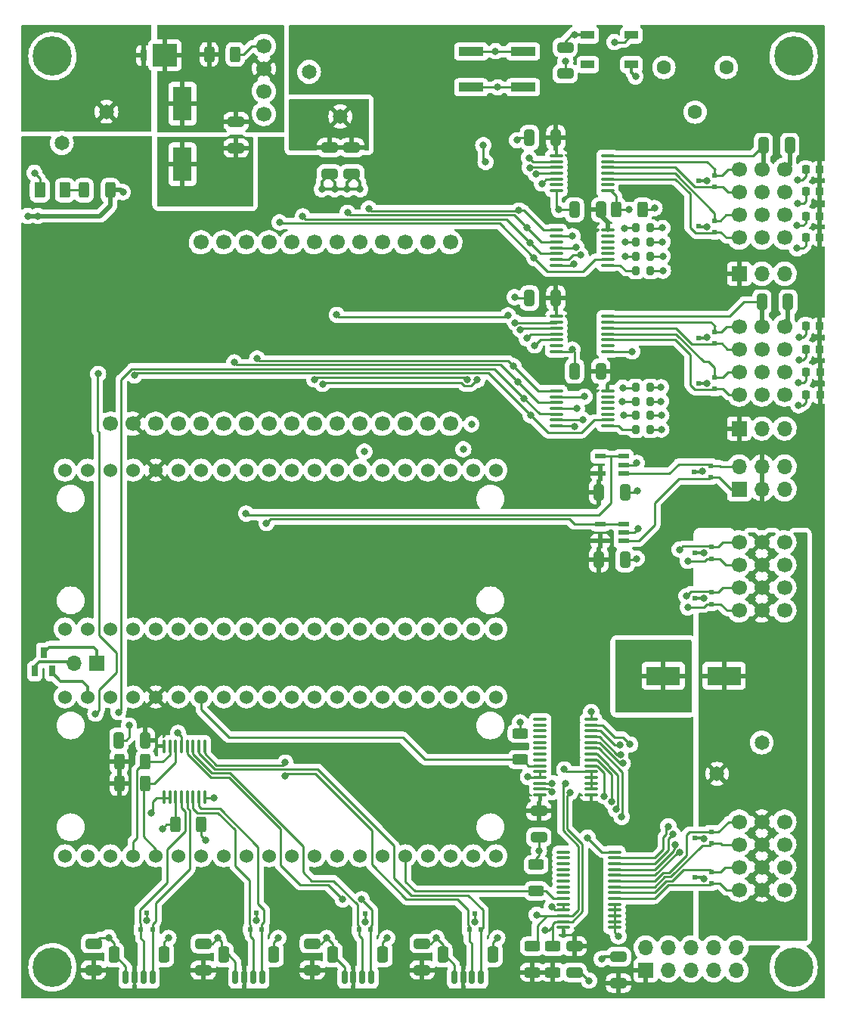
<source format=gbr>
%TF.GenerationSoftware,KiCad,Pcbnew,(6.0.8-1)-1*%
%TF.CreationDate,2024-01-05T11:23:30-06:00*%
%TF.ProjectId,Pico Robotic Controller,5069636f-2052-46f6-926f-74696320436f,V2*%
%TF.SameCoordinates,Original*%
%TF.FileFunction,Copper,L1,Top*%
%TF.FilePolarity,Positive*%
%FSLAX46Y46*%
G04 Gerber Fmt 4.6, Leading zero omitted, Abs format (unit mm)*
G04 Created by KiCad (PCBNEW (6.0.8-1)-1) date 2024-01-05 11:23:30*
%MOMM*%
%LPD*%
G01*
G04 APERTURE LIST*
G04 Aperture macros list*
%AMRoundRect*
0 Rectangle with rounded corners*
0 $1 Rounding radius*
0 $2 $3 $4 $5 $6 $7 $8 $9 X,Y pos of 4 corners*
0 Add a 4 corners polygon primitive as box body*
4,1,4,$2,$3,$4,$5,$6,$7,$8,$9,$2,$3,0*
0 Add four circle primitives for the rounded corners*
1,1,$1+$1,$2,$3*
1,1,$1+$1,$4,$5*
1,1,$1+$1,$6,$7*
1,1,$1+$1,$8,$9*
0 Add four rect primitives between the rounded corners*
20,1,$1+$1,$2,$3,$4,$5,0*
20,1,$1+$1,$4,$5,$6,$7,0*
20,1,$1+$1,$6,$7,$8,$9,0*
20,1,$1+$1,$8,$9,$2,$3,0*%
G04 Aperture macros list end*
%TA.AperFunction,ComponentPad*%
%ADD10R,1.700000X1.700000*%
%TD*%
%TA.AperFunction,ComponentPad*%
%ADD11O,1.700000X1.700000*%
%TD*%
%TA.AperFunction,SMDPad,CuDef*%
%ADD12RoundRect,0.250000X0.325000X0.650000X-0.325000X0.650000X-0.325000X-0.650000X0.325000X-0.650000X0*%
%TD*%
%TA.AperFunction,SMDPad,CuDef*%
%ADD13RoundRect,0.250000X-0.625000X0.312500X-0.625000X-0.312500X0.625000X-0.312500X0.625000X0.312500X0*%
%TD*%
%TA.AperFunction,SMDPad,CuDef*%
%ADD14RoundRect,0.150000X-0.150000X-0.625000X0.150000X-0.625000X0.150000X0.625000X-0.150000X0.625000X0*%
%TD*%
%TA.AperFunction,SMDPad,CuDef*%
%ADD15RoundRect,0.250000X-0.350000X-0.650000X0.350000X-0.650000X0.350000X0.650000X-0.350000X0.650000X0*%
%TD*%
%TA.AperFunction,SMDPad,CuDef*%
%ADD16R,0.600000X0.550000*%
%TD*%
%TA.AperFunction,SMDPad,CuDef*%
%ADD17RoundRect,0.250000X0.312500X0.625000X-0.312500X0.625000X-0.312500X-0.625000X0.312500X-0.625000X0*%
%TD*%
%TA.AperFunction,SMDPad,CuDef*%
%ADD18RoundRect,0.200000X-0.200000X-0.275000X0.200000X-0.275000X0.200000X0.275000X-0.200000X0.275000X0*%
%TD*%
%TA.AperFunction,SMDPad,CuDef*%
%ADD19RoundRect,0.218750X-0.218750X-0.256250X0.218750X-0.256250X0.218750X0.256250X-0.218750X0.256250X0*%
%TD*%
%TA.AperFunction,SMDPad,CuDef*%
%ADD20RoundRect,0.100000X-0.637500X-0.100000X0.637500X-0.100000X0.637500X0.100000X-0.637500X0.100000X0*%
%TD*%
%TA.AperFunction,ComponentPad*%
%ADD21C,1.700000*%
%TD*%
%TA.AperFunction,SMDPad,CuDef*%
%ADD22RoundRect,0.250000X-0.650000X0.325000X-0.650000X-0.325000X0.650000X-0.325000X0.650000X0.325000X0*%
%TD*%
%TA.AperFunction,SMDPad,CuDef*%
%ADD23R,0.550000X0.600000*%
%TD*%
%TA.AperFunction,SMDPad,CuDef*%
%ADD24R,3.850000X2.100000*%
%TD*%
%TA.AperFunction,SMDPad,CuDef*%
%ADD25RoundRect,0.250000X-0.325000X-0.650000X0.325000X-0.650000X0.325000X0.650000X-0.325000X0.650000X0*%
%TD*%
%TA.AperFunction,SMDPad,CuDef*%
%ADD26R,2.800000X1.000000*%
%TD*%
%TA.AperFunction,SMDPad,CuDef*%
%ADD27R,1.200000X0.600000*%
%TD*%
%TA.AperFunction,SMDPad,CuDef*%
%ADD28R,1.500000X0.900000*%
%TD*%
%TA.AperFunction,SMDPad,CuDef*%
%ADD29RoundRect,0.250000X-0.312500X-0.625000X0.312500X-0.625000X0.312500X0.625000X-0.312500X0.625000X0*%
%TD*%
%TA.AperFunction,SMDPad,CuDef*%
%ADD30RoundRect,0.100000X0.100000X-0.637500X0.100000X0.637500X-0.100000X0.637500X-0.100000X-0.637500X0*%
%TD*%
%TA.AperFunction,SMDPad,CuDef*%
%ADD31RoundRect,0.100000X0.637500X0.100000X-0.637500X0.100000X-0.637500X-0.100000X0.637500X-0.100000X0*%
%TD*%
%TA.AperFunction,ComponentPad*%
%ADD32C,1.524000*%
%TD*%
%TA.AperFunction,ComponentPad*%
%ADD33C,1.650000*%
%TD*%
%TA.AperFunction,SMDPad,CuDef*%
%ADD34RoundRect,0.250000X0.650000X-0.325000X0.650000X0.325000X-0.650000X0.325000X-0.650000X-0.325000X0*%
%TD*%
%TA.AperFunction,ComponentPad*%
%ADD35C,4.400000*%
%TD*%
%TA.AperFunction,ComponentPad*%
%ADD36C,1.600000*%
%TD*%
%TA.AperFunction,SMDPad,CuDef*%
%ADD37R,2.670000X2.540000*%
%TD*%
%TA.AperFunction,SMDPad,CuDef*%
%ADD38R,0.760000X1.270000*%
%TD*%
%TA.AperFunction,SMDPad,CuDef*%
%ADD39RoundRect,0.250000X-0.375000X-0.625000X0.375000X-0.625000X0.375000X0.625000X-0.375000X0.625000X0*%
%TD*%
%TA.AperFunction,SMDPad,CuDef*%
%ADD40R,0.650000X1.200000*%
%TD*%
%TA.AperFunction,SMDPad,CuDef*%
%ADD41R,2.100000X3.850000*%
%TD*%
%TA.AperFunction,ViaPad*%
%ADD42C,0.800000*%
%TD*%
%TA.AperFunction,Conductor*%
%ADD43C,0.250000*%
%TD*%
%TA.AperFunction,Conductor*%
%ADD44C,0.500000*%
%TD*%
%TA.AperFunction,Conductor*%
%ADD45C,0.350000*%
%TD*%
%TA.AperFunction,Conductor*%
%ADD46C,0.300000*%
%TD*%
G04 APERTURE END LIST*
D10*
%TO.P,J6,1,Pin_1*%
%TO.N,+5V*%
X113064000Y-113211600D03*
D11*
%TO.P,J6,2,Pin_2*%
%TO.N,VBUS*%
X110524000Y-113211600D03*
%TD*%
D12*
%TO.P,C7,1*%
%TO.N,+3V3*%
X118467400Y-121767600D03*
%TO.P,C7,2*%
%TO.N,GND*%
X115517400Y-121767600D03*
%TD*%
D13*
%TO.P,R2,1*%
%TO.N,/SWITCH_SCL0*%
X161797000Y-144841500D03*
%TO.P,R2,2*%
%TO.N,+3V3*%
X161797000Y-147766500D03*
%TD*%
D12*
%TO.P,C14,1*%
%TO.N,+3V3*%
X164441400Y-54330600D03*
%TO.P,C14,2*%
%TO.N,GND*%
X161491400Y-54330600D03*
%TD*%
D14*
%TO.P,X1,1,GND*%
%TO.N,GND*%
X116264000Y-148336600D03*
%TO.P,X1,2,V+*%
%TO.N,+3V3*%
X117264000Y-148336600D03*
%TO.P,X1,3,SDA*%
%TO.N,/ST_SDA0*%
X118264000Y-148336600D03*
%TO.P,X1,4,SCL*%
%TO.N,/ST_SCL0*%
X119264000Y-148336600D03*
D15*
%TO.P,X1,MP,MP*%
%TO.N,GND*%
X114964000Y-145811600D03*
X120564000Y-145811600D03*
%TD*%
D16*
%TO.P,D15,1,CATHODE_1*%
%TO.N,/ST_SDA3*%
X142402800Y-143012600D03*
%TO.P,D15,2,CATHODE_2*%
%TO.N,/ST_SCL3*%
X143702800Y-143012600D03*
%TO.P,D15,3,_COMMON_CATHODE*%
%TO.N,GND*%
X143052800Y-141162600D03*
%TD*%
D17*
%TO.P,R6,1*%
%TO.N,/SWITCH_SCL1*%
X118454900Y-126644400D03*
%TO.P,R6,2*%
%TO.N,+3V3*%
X115529900Y-126644400D03*
%TD*%
D18*
%TO.P,R16,1*%
%TO.N,Net-(R16-Pad1)*%
X173368200Y-85420200D03*
%TO.P,R16,2*%
%TO.N,Net-(D23-Pad1)*%
X175018200Y-85420200D03*
%TD*%
D19*
%TO.P,D22,1,K*%
%TO.N,Net-(D22-Pad1)*%
X192430300Y-78028800D03*
%TO.P,D22,2,A*%
%TO.N,+3V3*%
X194005300Y-78028800D03*
%TD*%
D20*
%TO.P,U7,1,VCCA*%
%TO.N,+3V3*%
X164498100Y-74351600D03*
%TO.P,U7,2,A1*%
%TO.N,/DIO3*%
X164498100Y-75001600D03*
%TO.P,U7,3,A2*%
%TO.N,/DIO2*%
X164498100Y-75651600D03*
%TO.P,U7,4,A3*%
%TO.N,/DIO1*%
X164498100Y-76301600D03*
%TO.P,U7,5,A4*%
%TO.N,/DIO0*%
X164498100Y-76951600D03*
%TO.P,U7,6,NC_1*%
%TO.N,unconnected-(U7-Pad6)*%
X164498100Y-77601600D03*
%TO.P,U7,7,GND*%
%TO.N,GND*%
X164498100Y-78251600D03*
%TO.P,U7,8,OE*%
%TO.N,/DIO_EN*%
X170223100Y-78251600D03*
%TO.P,U7,9,NC_2*%
%TO.N,unconnected-(U7-Pad9)*%
X170223100Y-77601600D03*
%TO.P,U7,10,B4*%
%TO.N,/DIO0_LS*%
X170223100Y-76951600D03*
%TO.P,U7,11,B3*%
%TO.N,/DIO1_LS*%
X170223100Y-76301600D03*
%TO.P,U7,12,B2*%
%TO.N,/DIO2_LS*%
X170223100Y-75651600D03*
%TO.P,U7,13,B1*%
%TO.N,/DIO3_LS*%
X170223100Y-75001600D03*
%TO.P,U7,14,VCCB*%
%TO.N,/VIOA*%
X170223100Y-74351600D03*
%TD*%
D21*
%TO.P,J2,1,S1*%
%TO.N,/PWM0*%
X184957000Y-138531600D03*
%TO.P,J2,2,P1*%
%TO.N,/SERVO_VDD*%
X187497000Y-138531600D03*
%TO.P,J2,3,G1*%
%TO.N,GND*%
X190037000Y-138531600D03*
%TO.P,J2,4,S2*%
%TO.N,/PWM1*%
X184957000Y-135991600D03*
%TO.P,J2,5,P2*%
%TO.N,/SERVO_VDD*%
X187497000Y-135991600D03*
%TO.P,J2,6,G2*%
%TO.N,GND*%
X190037000Y-135991600D03*
%TO.P,J2,7,S3*%
%TO.N,/PWM2*%
X184957000Y-133451600D03*
%TO.P,J2,8,P3*%
%TO.N,/SERVO_VDD*%
X187497000Y-133451600D03*
%TO.P,J2,9,G3*%
%TO.N,GND*%
X190037000Y-133451600D03*
%TO.P,J2,10,S4*%
%TO.N,/PWM3*%
X184957000Y-130911600D03*
%TO.P,J2,11,P4*%
%TO.N,/SERVO_VDD*%
X187497000Y-130911600D03*
%TO.P,J2,12,G4*%
%TO.N,GND*%
X190037000Y-130911600D03*
%TD*%
D22*
%TO.P,C5,1*%
%TO.N,+5V*%
X141579600Y-55446400D03*
%TO.P,C5,2*%
%TO.N,GND*%
X141579600Y-58396400D03*
%TD*%
%TO.P,C22,1*%
%TO.N,+3V3*%
X162534600Y-129690600D03*
%TO.P,C22,2*%
%TO.N,GND*%
X162534600Y-132640600D03*
%TD*%
D23*
%TO.P,D2,1,CATHODE_1*%
%TO.N,/ADC0*%
X181769400Y-92361600D03*
%TO.P,D2,2,CATHODE_2*%
%TO.N,/ADC1*%
X181769400Y-91061600D03*
%TO.P,D2,3,_COMMON_CATHODE*%
%TO.N,GND*%
X179919400Y-91711600D03*
%TD*%
D10*
%TO.P,J10,1,Pin_1*%
%TO.N,/ADC0*%
X184972000Y-93700200D03*
D11*
%TO.P,J10,2,Pin_2*%
%TO.N,/ADC1*%
X184972000Y-91160200D03*
%TO.P,J10,3,Pin_3*%
%TO.N,+3V3*%
X187512000Y-93700200D03*
%TO.P,J10,4,Pin_4*%
X187512000Y-91160200D03*
%TO.P,J10,5,Pin_5*%
%TO.N,GND*%
X190052000Y-93700200D03*
%TO.P,J10,6,Pin_6*%
X190052000Y-91160200D03*
%TD*%
D24*
%TO.P,C12,1*%
%TO.N,/SERVO_VDD*%
X183277000Y-114584800D03*
%TO.P,C12,2*%
%TO.N,GND*%
X176477000Y-114584800D03*
%TD*%
D19*
%TO.P,D17,1,K*%
%TO.N,Net-(D17-Pad1)*%
X192430300Y-75412600D03*
%TO.P,D17,2,A*%
%TO.N,+3V3*%
X194005300Y-75412600D03*
%TD*%
D21*
%TO.P,J4,1,S1*%
%TO.N,/PWM4*%
X184957000Y-107253400D03*
%TO.P,J4,2,P1*%
%TO.N,/SERVO_VDD*%
X187497000Y-107253400D03*
%TO.P,J4,3,G1*%
%TO.N,GND*%
X190037000Y-107253400D03*
%TO.P,J4,4,S2*%
%TO.N,/PWM5*%
X184957000Y-104713400D03*
%TO.P,J4,5,P2*%
%TO.N,/SERVO_VDD*%
X187497000Y-104713400D03*
%TO.P,J4,6,G2*%
%TO.N,GND*%
X190037000Y-104713400D03*
%TO.P,J4,7,S3*%
%TO.N,/PWM6*%
X184957000Y-102173400D03*
%TO.P,J4,8,P3*%
%TO.N,/SERVO_VDD*%
X187497000Y-102173400D03*
%TO.P,J4,9,G3*%
%TO.N,GND*%
X190037000Y-102173400D03*
%TO.P,J4,10,S4*%
%TO.N,/PWM7*%
X184957000Y-99633400D03*
%TO.P,J4,11,P4*%
%TO.N,/SERVO_VDD*%
X187497000Y-99633400D03*
%TO.P,J4,12,G4*%
%TO.N,GND*%
X190037000Y-99633400D03*
%TD*%
D16*
%TO.P,D14,1,CATHODE_1*%
%TO.N,/ST_SDA2*%
X154747200Y-143012600D03*
%TO.P,D14,2,CATHODE_2*%
%TO.N,/ST_SCL2*%
X156047200Y-143012600D03*
%TO.P,D14,3,_COMMON_CATHODE*%
%TO.N,GND*%
X155397200Y-141162600D03*
%TD*%
D25*
%TO.P,C19,1*%
%TO.N,/VIOB*%
X187678800Y-55194200D03*
%TO.P,C19,2*%
%TO.N,GND*%
X190628800Y-55194200D03*
%TD*%
D10*
%TO.P,J9,1,Pin_1*%
%TO.N,+3V3*%
X184972000Y-69570600D03*
D11*
%TO.P,J9,2,Pin_2*%
%TO.N,/VIOB*%
X187512000Y-69570600D03*
%TO.P,J9,3,Pin_3*%
%TO.N,+5V*%
X190052000Y-69570600D03*
%TD*%
D26*
%TO.P,S1,1,NO_1*%
%TO.N,/RESETn*%
X154964000Y-44686600D03*
%TO.P,S1,2,NO_2*%
X160764000Y-44686600D03*
%TO.P,S1,3,COM_1*%
%TO.N,GND*%
X154964000Y-48686600D03*
%TO.P,S1,4,COM_2*%
X160764000Y-48686600D03*
%TD*%
D27*
%TO.P,U10,1,IN+*%
%TO.N,/ADC0*%
X172013400Y-99494400D03*
%TO.P,U10,2,V-*%
%TO.N,GND*%
X172013400Y-98544400D03*
%TO.P,U10,3,IN-*%
%TO.N,/ADC0_BUF*%
X172013400Y-97594400D03*
%TO.P,U10,4,OUT*%
X169413400Y-97594400D03*
%TO.P,U10,5,V+*%
%TO.N,+3V3*%
X169413400Y-99494400D03*
%TD*%
D28*
%TO.P,D3,1,VDD*%
%TO.N,+5V*%
X168014000Y-42836600D03*
%TO.P,D3,2,DOUT*%
%TO.N,unconnected-(D3-Pad2)*%
X168014000Y-46136600D03*
%TO.P,D3,3,VSS*%
%TO.N,GND*%
X172914000Y-46136600D03*
%TO.P,D3,4,DIN*%
%TO.N,/NEOPIXEL_BRD*%
X172914000Y-42836600D03*
%TD*%
D25*
%TO.P,C16,1*%
%TO.N,+3V3*%
X169238400Y-94005400D03*
%TO.P,C16,2*%
%TO.N,GND*%
X172188400Y-94005400D03*
%TD*%
D19*
%TO.P,D19,1,K*%
%TO.N,Net-(D19-Pad1)*%
X192430300Y-60350400D03*
%TO.P,D19,2,A*%
%TO.N,+3V3*%
X194005300Y-60350400D03*
%TD*%
D13*
%TO.P,R3,1*%
%TO.N,GND*%
X160426400Y-121016300D03*
%TO.P,R3,2*%
%TO.N,/MOTOR_OEn*%
X160426400Y-123941300D03*
%TD*%
D14*
%TO.P,X2,1,GND*%
%TO.N,GND*%
X128564000Y-148336600D03*
%TO.P,X2,2,V+*%
%TO.N,+3V3*%
X129564000Y-148336600D03*
%TO.P,X2,3,SDA*%
%TO.N,/ST_SDA1*%
X130564000Y-148336600D03*
%TO.P,X2,4,SCL*%
%TO.N,/ST_SCL1*%
X131564000Y-148336600D03*
D15*
%TO.P,X2,MP,MP*%
%TO.N,GND*%
X127264000Y-145811600D03*
X132864000Y-145811600D03*
%TD*%
D20*
%TO.P,U8,1,VCCA*%
%TO.N,+3V3*%
X164498100Y-56368400D03*
%TO.P,U8,2,A1*%
%TO.N,/DIO7*%
X164498100Y-57018400D03*
%TO.P,U8,3,A2*%
%TO.N,/DIO6*%
X164498100Y-57668400D03*
%TO.P,U8,4,A3*%
%TO.N,/DIO5*%
X164498100Y-58318400D03*
%TO.P,U8,5,A4*%
%TO.N,/DIO4*%
X164498100Y-58968400D03*
%TO.P,U8,6,NC_1*%
%TO.N,unconnected-(U8-Pad6)*%
X164498100Y-59618400D03*
%TO.P,U8,7,GND*%
%TO.N,GND*%
X164498100Y-60268400D03*
%TO.P,U8,8,OE*%
%TO.N,/DIO_EN*%
X170223100Y-60268400D03*
%TO.P,U8,9,NC_2*%
%TO.N,unconnected-(U8-Pad9)*%
X170223100Y-59618400D03*
%TO.P,U8,10,B4*%
%TO.N,/DIO4_LS*%
X170223100Y-58968400D03*
%TO.P,U8,11,B3*%
%TO.N,/DIO5_LS*%
X170223100Y-58318400D03*
%TO.P,U8,12,B2*%
%TO.N,/DIO6_LS*%
X170223100Y-57668400D03*
%TO.P,U8,13,B1*%
%TO.N,/DIO7_LS*%
X170223100Y-57018400D03*
%TO.P,U8,14,VCCB*%
%TO.N,/VIOB*%
X170223100Y-56368400D03*
%TD*%
D23*
%TO.P,D9,1,CATHODE_1*%
%TO.N,/PWM4*%
X181843400Y-106531800D03*
%TO.P,D9,2,CATHODE_2*%
%TO.N,/PWM5*%
X181843400Y-105231800D03*
%TO.P,D9,3,_COMMON_CATHODE*%
%TO.N,GND*%
X179993400Y-105881800D03*
%TD*%
D29*
%TO.P,R8,1*%
%TO.N,Net-(D16-Pad2)*%
X111601500Y-60211600D03*
%TO.P,R8,2*%
%TO.N,+5V*%
X114526500Y-60211600D03*
%TD*%
D30*
%TO.P,U5,1,A0*%
%TO.N,GND*%
X120559400Y-128186100D03*
%TO.P,U5,2,A1*%
X121209400Y-128186100D03*
%TO.P,U5,3,RESETN*%
%TO.N,/SWITCH_RESETN*%
X121859400Y-128186100D03*
%TO.P,U5,4,SDA0*%
%TO.N,/ST_SDA0*%
X122509400Y-128186100D03*
%TO.P,U5,5,SCL0*%
%TO.N,/ST_SCL0*%
X123159400Y-128186100D03*
%TO.P,U5,6,SDA1*%
%TO.N,/ST_SDA1*%
X123809400Y-128186100D03*
%TO.P,U5,7,SCL1*%
%TO.N,/ST_SCL1*%
X124459400Y-128186100D03*
%TO.P,U5,8,GND*%
%TO.N,GND*%
X125109400Y-128186100D03*
%TO.P,U5,9,SDA2*%
%TO.N,/ST_SDA2*%
X125109400Y-122461100D03*
%TO.P,U5,10,SCL2*%
%TO.N,/ST_SCL2*%
X124459400Y-122461100D03*
%TO.P,U5,11,SDA3*%
%TO.N,/ST_SDA3*%
X123809400Y-122461100D03*
%TO.P,U5,12,SCL3*%
%TO.N,/ST_SCL3*%
X123159400Y-122461100D03*
%TO.P,U5,13,A2*%
%TO.N,GND*%
X122509400Y-122461100D03*
%TO.P,U5,14,SCL*%
%TO.N,/SWITCH_SCL1*%
X121859400Y-122461100D03*
%TO.P,U5,15,SDA*%
%TO.N,/SWITCH_SDA1*%
X121209400Y-122461100D03*
%TO.P,U5,16,VCC*%
%TO.N,+3V3*%
X120559400Y-122461100D03*
%TD*%
D31*
%TO.P,U13,1,A0*%
%TO.N,+3V3*%
X168394300Y-127897600D03*
%TO.P,U13,2,A1*%
%TO.N,GND*%
X168394300Y-127247600D03*
%TO.P,U13,3,A2*%
X168394300Y-126597600D03*
%TO.P,U13,4,A3*%
X168394300Y-125947600D03*
%TO.P,U13,5,A4*%
X168394300Y-125297600D03*
%TO.P,U13,6,LED0*%
%TO.N,/M0_IN1*%
X168394300Y-124647600D03*
%TO.P,U13,7,LED1*%
%TO.N,/M0_IN2*%
X168394300Y-123997600D03*
%TO.P,U13,8,LED2*%
%TO.N,/M1_IN1*%
X168394300Y-123347600D03*
%TO.P,U13,9,LED3*%
%TO.N,/M1_IN2*%
X168394300Y-122697600D03*
%TO.P,U13,10,LED4*%
%TO.N,/M2_IN1*%
X168394300Y-122047600D03*
%TO.P,U13,11,LED5*%
%TO.N,/M2_IN2*%
X168394300Y-121397600D03*
%TO.P,U13,12,LED6*%
%TO.N,/M3_IN1*%
X168394300Y-120747600D03*
%TO.P,U13,13,LED7*%
%TO.N,/M3_IN2*%
X168394300Y-120097600D03*
%TO.P,U13,14,VSS*%
%TO.N,GND*%
X168394300Y-119447600D03*
%TO.P,U13,15,LED8*%
%TO.N,unconnected-(U13-Pad15)*%
X162669300Y-119447600D03*
%TO.P,U13,16,LED9*%
%TO.N,unconnected-(U13-Pad16)*%
X162669300Y-120097600D03*
%TO.P,U13,17,LED10*%
%TO.N,unconnected-(U13-Pad17)*%
X162669300Y-120747600D03*
%TO.P,U13,18,LED11*%
%TO.N,unconnected-(U13-Pad18)*%
X162669300Y-121397600D03*
%TO.P,U13,19,LED12*%
%TO.N,unconnected-(U13-Pad19)*%
X162669300Y-122047600D03*
%TO.P,U13,20,LED13*%
%TO.N,unconnected-(U13-Pad20)*%
X162669300Y-122697600D03*
%TO.P,U13,21,LED14*%
%TO.N,unconnected-(U13-Pad21)*%
X162669300Y-123347600D03*
%TO.P,U13,22,LED15*%
%TO.N,unconnected-(U13-Pad22)*%
X162669300Y-123997600D03*
%TO.P,U13,23,~{OE}*%
%TO.N,/MOTOR_OEn*%
X162669300Y-124647600D03*
%TO.P,U13,24,A5*%
%TO.N,GND*%
X162669300Y-125297600D03*
%TO.P,U13,25,EXTCLK*%
X162669300Y-125947600D03*
%TO.P,U13,26,SCL*%
%TO.N,/SWITCH_SCL0*%
X162669300Y-126597600D03*
%TO.P,U13,27,SDA*%
%TO.N,/SWITCH_SDA0*%
X162669300Y-127247600D03*
%TO.P,U13,28,VDD*%
%TO.N,+3V3*%
X162669300Y-127897600D03*
%TD*%
D19*
%TO.P,D18,1,K*%
%TO.N,Net-(D18-Pad1)*%
X192430300Y-57886600D03*
%TO.P,D18,2,A*%
%TO.N,+3V3*%
X194005300Y-57886600D03*
%TD*%
D23*
%TO.P,D10,1,CATHODE_1*%
%TO.N,/PWM0*%
X181843400Y-137810000D03*
%TO.P,D10,2,CATHODE_2*%
%TO.N,/PWM1*%
X181843400Y-136510000D03*
%TO.P,D10,3,_COMMON_CATHODE*%
%TO.N,GND*%
X179993400Y-137160000D03*
%TD*%
D18*
%TO.P,R17,1*%
%TO.N,Net-(R17-Pad1)*%
X173368200Y-86995000D03*
%TO.P,R17,2*%
%TO.N,Net-(D24-Pad1)*%
X175018200Y-86995000D03*
%TD*%
%TO.P,R12,1*%
%TO.N,Net-(R12-Pad1)*%
X173393600Y-66014600D03*
%TO.P,R12,2*%
%TO.N,Net-(D19-Pad1)*%
X175043600Y-66014600D03*
%TD*%
D32*
%TO.P,U2,1,GP0/U0TX/SDA0/MISO0*%
%TO.N,/DIO0*%
X109474000Y-134721600D03*
%TO.P,U2,2,GP1/U0RX/SCL0/CSn0*%
%TO.N,/DIO1*%
X112014000Y-134721600D03*
%TO.P,U2,3,GND*%
%TO.N,GND*%
X114554000Y-134721600D03*
%TO.P,U2,4,GP2/SDA1/SCK0*%
%TO.N,/SWITCH_SDA1*%
X117094000Y-134721600D03*
%TO.P,U2,5,GP3/SCL1/MOSI0*%
%TO.N,/SWITCH_SCL1*%
X119634000Y-134721600D03*
%TO.P,U2,6,GP4/U1TX/SDA0/MISO*%
%TO.N,/SWITCH_SDA0*%
X122174000Y-134721600D03*
%TO.P,U2,7,GP5/U1RX/SCL0/CSn0*%
%TO.N,/SWITCH_SCL0*%
X124714000Y-134721600D03*
%TO.P,U2,8,GND*%
%TO.N,GND*%
X127254000Y-134721600D03*
%TO.P,U2,9,GP6/SDA1/SCK0*%
%TO.N,/DIO2*%
X129794000Y-134721600D03*
%TO.P,U2,10,GP7/SCL1/MOSI0*%
%TO.N,/DIO3*%
X132334000Y-134721600D03*
%TO.P,U2,11,GP8/U1TX/SDA0/MISO1*%
%TO.N,/DIO4*%
X134874000Y-134721600D03*
%TO.P,U2,12,GP9/U1RX/SCL0/CSn1*%
%TO.N,/DIO5*%
X137414000Y-134721600D03*
%TO.P,U2,13,GND*%
%TO.N,GND*%
X139954000Y-134721600D03*
%TO.P,U2,14,GP10/SDA1/SCK1*%
%TO.N,/DIO6*%
X142494000Y-134721600D03*
%TO.P,U2,15,GP11/SCL1/MOSI1*%
%TO.N,/DIO7*%
X145034000Y-134721600D03*
%TO.P,U2,16,GP12/U0TX/SDA0/MISO1*%
%TO.N,/PWM_OEn*%
X147574000Y-134721600D03*
%TO.P,U2,17,GP13/U0RX/SCL0/CSn1*%
%TO.N,/SWITCH_RESETN*%
X150114000Y-134721600D03*
%TO.P,U2,18,GND*%
%TO.N,GND*%
X152654000Y-134721600D03*
%TO.P,U2,19,GP14/SDA1/SCK1*%
%TO.N,/DIO_EN*%
X155194000Y-134721600D03*
%TO.P,U2,20,GP15/SCL1/MOSI1*%
%TO.N,/ETHSPI_CS*%
X157734000Y-134721600D03*
%TO.P,U2,21,GP16/U0TX/SDA0/MISO0*%
%TO.N,/PICOWBELL_MISO*%
X157734000Y-116941600D03*
%TO.P,U2,22,GP17/U0RX/SCL0/CSn0*%
%TO.N,/NEOPIXEL_BRD*%
X155194000Y-116941600D03*
%TO.P,U2,23,GND*%
%TO.N,GND*%
X152654000Y-116941600D03*
%TO.P,U2,24,GP18/SDA1/SCK0*%
%TO.N,/PICOWBELL_SCK*%
X150114000Y-116941600D03*
%TO.P,U2,25,GP19/SCL1/MOSI0*%
%TO.N,/PICOWBELL_MOSI*%
X147574000Y-116941600D03*
%TO.P,U2,26,GP20/SDA0*%
%TO.N,/PICOWBELL_CS*%
X145034000Y-116941600D03*
%TO.P,U2,27,GP21/SCL0*%
%TO.N,/PICOWBELL_INT*%
X142494000Y-116941600D03*
%TO.P,U2,28,GND*%
%TO.N,GND*%
X139954000Y-116941600D03*
%TO.P,U2,29,GP22*%
%TO.N,/NEOPIXEL*%
X137414000Y-116941600D03*
%TO.P,U2,30,RUNn*%
%TO.N,/RESETn*%
X134874000Y-116941600D03*
%TO.P,U2,31,GP26/SDA1/ADC0*%
%TO.N,/ADC0_BUF*%
X132334000Y-116941600D03*
%TO.P,U2,32,GP27/SCL1/ADC1*%
%TO.N,/ADC1_BUF*%
X129794000Y-116941600D03*
%TO.P,U2,33,GND*%
%TO.N,GND*%
X127254000Y-116941600D03*
%TO.P,U2,34,GP28/ADC2*%
%TO.N,/MOTOR_OEn*%
X124714000Y-116941600D03*
%TO.P,U2,35,ADC_VREF*%
%TO.N,unconnected-(U2-Pad35)*%
X122174000Y-116941600D03*
%TO.P,U2,36,3V3*%
%TO.N,+3V3*%
X119634000Y-116941600D03*
%TO.P,U2,37,3V3_EN*%
%TO.N,unconnected-(U2-Pad37)*%
X117094000Y-116941600D03*
%TO.P,U2,38,GND*%
%TO.N,GND*%
X114554000Y-116941600D03*
%TO.P,U2,39,VSYS*%
%TO.N,/VSYS*%
X112014000Y-116941600D03*
%TO.P,U2,40,VBUS*%
%TO.N,VBUS*%
X109474000Y-116941600D03*
%TD*%
D21*
%TO.P,U1,1,EN*%
%TO.N,Net-(R1-Pad2)*%
X131734000Y-44051600D03*
%TO.P,U1,2,VIN*%
%TO.N,+12V*%
X131734000Y-46591600D03*
%TO.P,U1,3,GND*%
%TO.N,GND*%
X131734000Y-49131600D03*
%TO.P,U1,4,VOUT*%
%TO.N,+5V*%
X131734000Y-51671600D03*
%TD*%
D33*
%TO.P,J12,1,1*%
%TO.N,/SERVO_VDD*%
X182497000Y-125547000D03*
%TO.P,J12,2,2*%
%TO.N,GND*%
X187497000Y-122047000D03*
%TD*%
D34*
%TO.P,C8,1*%
%TO.N,+3V3*%
X112664000Y-147506600D03*
%TO.P,C8,2*%
%TO.N,GND*%
X112664000Y-144556600D03*
%TD*%
D35*
%TO.P,H4,1,1*%
%TO.N,unconnected-(H4-Pad1)*%
X191064000Y-45211600D03*
%TD*%
D13*
%TO.P,R4,1*%
%TO.N,/SWITCH_SDA0*%
X164122000Y-144841500D03*
%TO.P,R4,2*%
%TO.N,+3V3*%
X164122000Y-147766500D03*
%TD*%
D34*
%TO.P,C9,1*%
%TO.N,+3V3*%
X124964000Y-147511600D03*
%TO.P,C9,2*%
%TO.N,GND*%
X124964000Y-144561600D03*
%TD*%
%TO.P,C10,1*%
%TO.N,+3V3*%
X137164000Y-147506600D03*
%TO.P,C10,2*%
%TO.N,GND*%
X137164000Y-144556600D03*
%TD*%
D23*
%TO.P,D6,1,CATHODE_1*%
%TO.N,/DIO4_LS*%
X182239400Y-64912000D03*
%TO.P,D6,2,CATHODE_2*%
%TO.N,/DIO5_LS*%
X182239400Y-63612000D03*
%TO.P,D6,3,_COMMON_CATHODE*%
%TO.N,GND*%
X180389400Y-64262000D03*
%TD*%
D19*
%TO.P,D23,1,K*%
%TO.N,Net-(D23-Pad1)*%
X192455700Y-80568800D03*
%TO.P,D23,2,A*%
%TO.N,+3V3*%
X194030700Y-80568800D03*
%TD*%
D18*
%TO.P,R15,1*%
%TO.N,Net-(R15-Pad1)*%
X173368200Y-83845400D03*
%TO.P,R15,2*%
%TO.N,Net-(D22-Pad1)*%
X175018200Y-83845400D03*
%TD*%
D34*
%TO.P,C11,1*%
%TO.N,+3V3*%
X149464000Y-147506600D03*
%TO.P,C11,2*%
%TO.N,GND*%
X149464000Y-144556600D03*
%TD*%
D10*
%TO.P,J5,1,Pin_1*%
%TO.N,+3V3*%
X184972000Y-86888000D03*
D11*
%TO.P,J5,2,Pin_2*%
%TO.N,/VIOA*%
X187512000Y-86888000D03*
%TO.P,J5,3,Pin_3*%
%TO.N,+5V*%
X190052000Y-86888000D03*
%TD*%
D22*
%TO.P,C3,1*%
%TO.N,+5V*%
X165481000Y-44221400D03*
%TO.P,C3,2*%
%TO.N,GND*%
X165481000Y-47171400D03*
%TD*%
D13*
%TO.P,R18,1*%
%TO.N,GND*%
X162229800Y-135733600D03*
%TO.P,R18,2*%
%TO.N,/PWM_OEn*%
X162229800Y-138658600D03*
%TD*%
D12*
%TO.P,C21,1*%
%TO.N,+3V3*%
X169470600Y-62407800D03*
%TO.P,C21,2*%
%TO.N,GND*%
X166520600Y-62407800D03*
%TD*%
D17*
%TO.P,R7,1*%
%TO.N,GND*%
X124726500Y-131211600D03*
%TO.P,R7,2*%
%TO.N,/SWITCH_RESETN*%
X121801500Y-131211600D03*
%TD*%
D25*
%TO.P,C18,1*%
%TO.N,/VIOA*%
X187501000Y-72720200D03*
%TO.P,C18,2*%
%TO.N,GND*%
X190451000Y-72720200D03*
%TD*%
D36*
%TO.P,J3,1,1*%
%TO.N,/NEOPIXEL*%
X183535000Y-46461600D03*
%TO.P,J3,2,2*%
%TO.N,+5V*%
X180035000Y-51461600D03*
%TO.P,J3,3,3*%
%TO.N,GND*%
X176535000Y-46461600D03*
%TD*%
D32*
%TO.P,U3,1,GP0/NC9*%
%TO.N,unconnected-(U3-Pad1)*%
X109474000Y-109321600D03*
%TO.P,U3,2,GP1/NC1*%
%TO.N,unconnected-(U3-Pad2)*%
X112014000Y-109321600D03*
%TO.P,U3,3,GND*%
%TO.N,GND*%
X114554000Y-109321600D03*
%TO.P,U3,4,GP2/NC2*%
%TO.N,unconnected-(U3-Pad4)*%
X117094000Y-109321600D03*
%TO.P,U3,5,GP3/NC3*%
%TO.N,unconnected-(U3-Pad5)*%
X119634000Y-109321600D03*
%TO.P,U3,6,GP4/NC4*%
%TO.N,unconnected-(U3-Pad6)*%
X122174000Y-109321600D03*
%TO.P,U3,7,GP5/NC5*%
%TO.N,unconnected-(U3-Pad7)*%
X124714000Y-109321600D03*
%TO.P,U3,8,GND*%
%TO.N,GND*%
X127254000Y-109321600D03*
%TO.P,U3,9,GP6/NC6*%
%TO.N,unconnected-(U3-Pad9)*%
X129794000Y-109321600D03*
%TO.P,U3,10,GP7/NC7*%
%TO.N,unconnected-(U3-Pad10)*%
X132334000Y-109321600D03*
%TO.P,U3,11,GP8/NC8*%
%TO.N,unconnected-(U3-Pad11)*%
X134874000Y-109321600D03*
%TO.P,U3,12,GP9/NC9*%
%TO.N,unconnected-(U3-Pad12)*%
X137414000Y-109321600D03*
%TO.P,U3,13,GND*%
%TO.N,GND*%
X139954000Y-109321600D03*
%TO.P,U3,14,GP10/NC10*%
%TO.N,unconnected-(U3-Pad14)*%
X142494000Y-109321600D03*
%TO.P,U3,15,GP11/NC11*%
%TO.N,unconnected-(U3-Pad15)*%
X145034000Y-109321600D03*
%TO.P,U3,16,GP12/NC12*%
%TO.N,unconnected-(U3-Pad16)*%
X147574000Y-109321600D03*
%TO.P,U3,17,GP13/NC13*%
%TO.N,unconnected-(U3-Pad17)*%
X150114000Y-109321600D03*
%TO.P,U3,18,GND*%
%TO.N,GND*%
X152654000Y-109321600D03*
%TO.P,U3,19,GP14/NC14*%
%TO.N,unconnected-(U3-Pad19)*%
X155194000Y-109321600D03*
%TO.P,U3,20,GP15/NC15*%
%TO.N,unconnected-(U3-Pad20)*%
X157734000Y-109321600D03*
%TO.P,U3,21,GP16/MISO0*%
%TO.N,/PICOWBELL_MISO*%
X157734000Y-91541600D03*
%TO.P,U3,22,GP17/U0RX/SCL0/CSn0*%
%TO.N,unconnected-(U3-Pad22)*%
X155194000Y-91541600D03*
%TO.P,U3,23,GND*%
%TO.N,GND*%
X152654000Y-91541600D03*
%TO.P,U3,24,GP18/SCK0*%
%TO.N,/PICOWBELL_SCK*%
X150114000Y-91541600D03*
%TO.P,U3,25,GP19/MOSI0*%
%TO.N,/PICOWBELL_MOSI*%
X147574000Y-91541600D03*
%TO.P,U3,26,GP20/CAN_CS*%
%TO.N,/PICOWBELL_CS*%
X145034000Y-91541600D03*
%TO.P,U3,27,GP21/CAN_INT*%
%TO.N,/PICOWBELL_INT*%
X142494000Y-91541600D03*
%TO.P,U3,28,GND*%
%TO.N,GND*%
X139954000Y-91541600D03*
%TO.P,U3,29,GP22/NC22*%
%TO.N,unconnected-(U3-Pad29)*%
X137414000Y-91541600D03*
%TO.P,U3,30,RUNn*%
%TO.N,unconnected-(U3-Pad30)*%
X134874000Y-91541600D03*
%TO.P,U3,31,GP26/NC26*%
%TO.N,unconnected-(U3-Pad31)*%
X132334000Y-91541600D03*
%TO.P,U3,32,GP27/NC27*%
%TO.N,unconnected-(U3-Pad32)*%
X129794000Y-91541600D03*
%TO.P,U3,33,GND*%
%TO.N,GND*%
X127254000Y-91541600D03*
%TO.P,U3,34,GP28/NC28*%
%TO.N,unconnected-(U3-Pad34)*%
X124714000Y-91541600D03*
%TO.P,U3,35,ADC_VREF*%
%TO.N,unconnected-(U3-Pad35)*%
X122174000Y-91541600D03*
%TO.P,U3,36,3V3*%
%TO.N,+3V3*%
X119634000Y-91541600D03*
%TO.P,U3,37,3V3_EN*%
%TO.N,unconnected-(U3-Pad37)*%
X117094000Y-91541600D03*
%TO.P,U3,38,GND*%
%TO.N,GND*%
X114554000Y-91541600D03*
%TO.P,U3,39,VSYS*%
%TO.N,unconnected-(U3-Pad39)*%
X112014000Y-91541600D03*
%TO.P,U3,40,VBUS*%
%TO.N,VBUS*%
X109474000Y-91541600D03*
%TD*%
D23*
%TO.P,D11,1,CATHODE_1*%
%TO.N,/PWM2*%
X181843400Y-133365000D03*
%TO.P,D11,2,CATHODE_2*%
%TO.N,/PWM3*%
X181843400Y-132065000D03*
%TO.P,D11,3,_COMMON_CATHODE*%
%TO.N,GND*%
X179993400Y-132715000D03*
%TD*%
D14*
%TO.P,X4,1,GND*%
%TO.N,GND*%
X153064000Y-148336600D03*
%TO.P,X4,2,V+*%
%TO.N,+3V3*%
X154064000Y-148336600D03*
%TO.P,X4,3,SDA*%
%TO.N,/ST_SDA2*%
X155064000Y-148336600D03*
%TO.P,X4,4,SCL*%
%TO.N,/ST_SCL2*%
X156064000Y-148336600D03*
D15*
%TO.P,X4,MP,MP*%
%TO.N,GND*%
X151764000Y-145811600D03*
X157364000Y-145811600D03*
%TD*%
D37*
%TO.P,D1,1,C*%
%TO.N,+12V*%
X120664000Y-45111600D03*
D38*
%TO.P,D1,2,A*%
%TO.N,+BATT*%
X118309000Y-45111600D03*
%TD*%
D18*
%TO.P,R11,1*%
%TO.N,Net-(R11-Pad1)*%
X173393600Y-64439800D03*
%TO.P,R11,2*%
%TO.N,Net-(D18-Pad1)*%
X175043600Y-64439800D03*
%TD*%
D22*
%TO.P,C4,1*%
%TO.N,+5V*%
X139094000Y-55446400D03*
%TO.P,C4,2*%
%TO.N,GND*%
X139094000Y-58396400D03*
%TD*%
D17*
%TO.P,R5,1*%
%TO.N,/SWITCH_SDA1*%
X118454900Y-124206000D03*
%TO.P,R5,2*%
%TO.N,+3V3*%
X115529900Y-124206000D03*
%TD*%
D39*
%TO.P,D16,1,K*%
%TO.N,GND*%
X106664000Y-60211600D03*
%TO.P,D16,2,A*%
%TO.N,Net-(D16-Pad2)*%
X109464000Y-60211600D03*
%TD*%
D20*
%TO.P,U12,1*%
%TO.N,/DIO7*%
X164498100Y-64699600D03*
%TO.P,U12,2*%
%TO.N,Net-(R11-Pad1)*%
X164498100Y-65349600D03*
%TO.P,U12,3*%
%TO.N,/DIO6*%
X164498100Y-65999600D03*
%TO.P,U12,4*%
%TO.N,Net-(R12-Pad1)*%
X164498100Y-66649600D03*
%TO.P,U12,5*%
%TO.N,/DIO5*%
X164498100Y-67299600D03*
%TO.P,U12,6*%
%TO.N,Net-(R13-Pad1)*%
X164498100Y-67949600D03*
%TO.P,U12,7,GND*%
%TO.N,GND*%
X164498100Y-68599600D03*
%TO.P,U12,8*%
%TO.N,Net-(R14-Pad1)*%
X170223100Y-68599600D03*
%TO.P,U12,9*%
%TO.N,/DIO4*%
X170223100Y-67949600D03*
%TO.P,U12,10*%
%TO.N,unconnected-(U12-Pad10)*%
X170223100Y-67299600D03*
%TO.P,U12,11*%
%TO.N,unconnected-(U12-Pad11)*%
X170223100Y-66649600D03*
%TO.P,U12,12*%
%TO.N,unconnected-(U12-Pad12)*%
X170223100Y-65999600D03*
%TO.P,U12,13*%
%TO.N,unconnected-(U12-Pad13)*%
X170223100Y-65349600D03*
%TO.P,U12,14,VCC*%
%TO.N,+3V3*%
X170223100Y-64699600D03*
%TD*%
D35*
%TO.P,H3,1,1*%
%TO.N,unconnected-(H3-Pad1)*%
X191064000Y-147211600D03*
%TD*%
D16*
%TO.P,D12,1,CATHODE_1*%
%TO.N,/ST_SDA0*%
X117968000Y-142961800D03*
%TO.P,D12,2,CATHODE_2*%
%TO.N,/ST_SCL0*%
X119268000Y-142961800D03*
%TO.P,D12,3,_COMMON_CATHODE*%
%TO.N,GND*%
X118618000Y-141111800D03*
%TD*%
D18*
%TO.P,R14,1*%
%TO.N,Net-(R14-Pad1)*%
X173393600Y-69215000D03*
%TO.P,R14,2*%
%TO.N,Net-(D21-Pad1)*%
X175043600Y-69215000D03*
%TD*%
D20*
%TO.P,U11,1*%
%TO.N,/DIO3*%
X164498100Y-82682800D03*
%TO.P,U11,2*%
%TO.N,Net-(R10-Pad1)*%
X164498100Y-83332800D03*
%TO.P,U11,3*%
%TO.N,/DIO2*%
X164498100Y-83982800D03*
%TO.P,U11,4*%
%TO.N,Net-(R15-Pad1)*%
X164498100Y-84632800D03*
%TO.P,U11,5*%
%TO.N,/DIO1*%
X164498100Y-85282800D03*
%TO.P,U11,6*%
%TO.N,Net-(R16-Pad1)*%
X164498100Y-85932800D03*
%TO.P,U11,7,GND*%
%TO.N,GND*%
X164498100Y-86582800D03*
%TO.P,U11,8*%
%TO.N,Net-(R17-Pad1)*%
X170223100Y-86582800D03*
%TO.P,U11,9*%
%TO.N,/DIO0*%
X170223100Y-85932800D03*
%TO.P,U11,10*%
%TO.N,unconnected-(U11-Pad10)*%
X170223100Y-85282800D03*
%TO.P,U11,11*%
%TO.N,unconnected-(U11-Pad11)*%
X170223100Y-84632800D03*
%TO.P,U11,12*%
%TO.N,unconnected-(U11-Pad12)*%
X170223100Y-83982800D03*
%TO.P,U11,13*%
%TO.N,unconnected-(U11-Pad13)*%
X170223100Y-83332800D03*
%TO.P,U11,14,VCC*%
%TO.N,+3V3*%
X170223100Y-82682800D03*
%TD*%
D23*
%TO.P,D5,1,CATHODE_1*%
%TO.N,/DIO2_LS*%
X182239400Y-77378000D03*
%TO.P,D5,2,CATHODE_2*%
%TO.N,/DIO3_LS*%
X182239400Y-76078000D03*
%TO.P,D5,3,_COMMON_CATHODE*%
%TO.N,GND*%
X180389400Y-76728000D03*
%TD*%
D21*
%TO.P,U6,1,RESETn*%
%TO.N,unconnected-(U6-Pad1)*%
X114554000Y-86366600D03*
%TO.P,U6,2,3V3*%
%TO.N,+3V3*%
X117064000Y-86366600D03*
%TO.P,U6,3,AREF*%
%TO.N,unconnected-(U6-Pad3)*%
X119604000Y-86366600D03*
%TO.P,U6,4,GND*%
%TO.N,GND*%
X122144000Y-86366600D03*
%TO.P,U6,5,GPIOA0*%
%TO.N,unconnected-(U6-Pad5)*%
X124684000Y-86366600D03*
%TO.P,U6,6,GPIOA1*%
%TO.N,unconnected-(U6-Pad6)*%
X127224000Y-86366600D03*
%TO.P,U6,7,GPIOA2*%
%TO.N,unconnected-(U6-Pad7)*%
X129764000Y-86366600D03*
%TO.P,U6,8,GPIOA3*%
%TO.N,unconnected-(U6-Pad8)*%
X132304000Y-86366600D03*
%TO.P,U6,9,GPIOA4*%
%TO.N,unconnected-(U6-Pad9)*%
X134844000Y-86366600D03*
%TO.P,U6,10,GPIOA5*%
%TO.N,unconnected-(U6-Pad10)*%
X137384000Y-86366600D03*
%TO.P,U6,11,SCK*%
%TO.N,/PICOWBELL_SCK*%
X139924000Y-86366600D03*
%TO.P,U6,12,MOSI*%
%TO.N,/PICOWBELL_MOSI*%
X142464000Y-86366600D03*
%TO.P,U6,13,MISO*%
%TO.N,/PICOWBELL_MISO*%
X145004000Y-86366600D03*
%TO.P,U6,14,GPIORX*%
%TO.N,unconnected-(U6-Pad14)*%
X147544000Y-86366600D03*
%TO.P,U6,15,GPIOTX*%
%TO.N,unconnected-(U6-Pad15)*%
X150084000Y-86366600D03*
%TO.P,U6,16,NC*%
%TO.N,unconnected-(U6-Pad16)*%
X152624000Y-86366600D03*
%TO.P,U6,17,GPIOSDA*%
%TO.N,unconnected-(U6-Pad17)*%
X152624000Y-66046600D03*
%TO.P,U6,18,GPIOSCL*%
%TO.N,unconnected-(U6-Pad18)*%
X150084000Y-66046600D03*
%TO.P,U6,19,GPIOD5*%
%TO.N,unconnected-(U6-Pad19)*%
X147544000Y-66046600D03*
%TO.P,U6,20,GPIOD6*%
%TO.N,unconnected-(U6-Pad20)*%
X145004000Y-66046600D03*
%TO.P,U6,21,GPIOD9*%
%TO.N,unconnected-(U6-Pad21)*%
X142464000Y-66046600D03*
%TO.P,U6,22,CSn*%
%TO.N,/ETHSPI_CS*%
X139924000Y-66046600D03*
%TO.P,U6,23,GPIOD11*%
%TO.N,unconnected-(U6-Pad23)*%
X137384000Y-66046600D03*
%TO.P,U6,24,GPIOD12*%
%TO.N,unconnected-(U6-Pad24)*%
X134844000Y-66046600D03*
%TO.P,U6,25,GPIOD13*%
%TO.N,unconnected-(U6-Pad25)*%
X132304000Y-66046600D03*
%TO.P,U6,26,USB*%
%TO.N,unconnected-(U6-Pad26)*%
X129764000Y-66046600D03*
%TO.P,U6,27,EN*%
%TO.N,unconnected-(U6-Pad27)*%
X127224000Y-66046600D03*
%TO.P,U6,28,VBAT*%
%TO.N,unconnected-(U6-Pad28)*%
X124684000Y-66046600D03*
%TD*%
D19*
%TO.P,D24,1,K*%
%TO.N,Net-(D24-Pad1)*%
X192455700Y-83134200D03*
%TO.P,D24,2,A*%
%TO.N,+3V3*%
X194030700Y-83134200D03*
%TD*%
D22*
%TO.P,C1,1*%
%TO.N,+12V*%
X128625600Y-52536600D03*
%TO.P,C1,2*%
%TO.N,GND*%
X128625600Y-55486600D03*
%TD*%
D33*
%TO.P,J11,1,1*%
%TO.N,+5V*%
X140301000Y-51960000D03*
%TO.P,J11,2,2*%
%TO.N,GND*%
X136801000Y-46960000D03*
%TD*%
D40*
%TO.P,Q1,1,G*%
%TO.N,VBUS*%
X106104000Y-114061600D03*
%TO.P,Q1,2,S*%
%TO.N,/VSYS*%
X108024000Y-114061600D03*
%TO.P,Q1,3,D*%
%TO.N,+5V*%
X107064000Y-111961600D03*
%TD*%
D18*
%TO.P,R13,1*%
%TO.N,Net-(R13-Pad1)*%
X173393600Y-67589400D03*
%TO.P,R13,2*%
%TO.N,Net-(D20-Pad1)*%
X175043600Y-67589400D03*
%TD*%
D34*
%TO.P,C13,1*%
%TO.N,+3V3*%
X171450000Y-148971600D03*
%TO.P,C13,2*%
%TO.N,GND*%
X171450000Y-146021600D03*
%TD*%
D21*
%TO.P,J7,1,S1*%
%TO.N,/DIO0_LS*%
X184972000Y-83078000D03*
%TO.P,J7,2,P1*%
%TO.N,/VIOA*%
X187512000Y-83078000D03*
%TO.P,J7,3,G1*%
%TO.N,GND*%
X190052000Y-83078000D03*
%TO.P,J7,4,S2*%
%TO.N,/DIO1_LS*%
X184972000Y-80538000D03*
%TO.P,J7,5,P2*%
%TO.N,/VIOA*%
X187512000Y-80538000D03*
%TO.P,J7,6,G2*%
%TO.N,GND*%
X190052000Y-80538000D03*
%TO.P,J7,7,S3*%
%TO.N,/DIO2_LS*%
X184972000Y-77998000D03*
%TO.P,J7,8,P3*%
%TO.N,/VIOA*%
X187512000Y-77998000D03*
%TO.P,J7,9,G3*%
%TO.N,GND*%
X190052000Y-77998000D03*
%TO.P,J7,10,S4*%
%TO.N,/DIO3_LS*%
X184972000Y-75458000D03*
%TO.P,J7,11,P4*%
%TO.N,/VIOA*%
X187512000Y-75458000D03*
%TO.P,J7,12,G4*%
%TO.N,GND*%
X190052000Y-75458000D03*
%TD*%
D27*
%TO.P,U9,1,IN+*%
%TO.N,/ADC1*%
X172013400Y-91907400D03*
%TO.P,U9,2,V-*%
%TO.N,GND*%
X172013400Y-90957400D03*
%TO.P,U9,3,IN-*%
%TO.N,/ADC1_BUF*%
X172013400Y-90007400D03*
%TO.P,U9,4,OUT*%
X169413400Y-90007400D03*
%TO.P,U9,5,V+*%
%TO.N,+3V3*%
X169413400Y-91907400D03*
%TD*%
D21*
%TO.P,J8,1,S1*%
%TO.N,/DIO4_LS*%
X184972000Y-65532000D03*
%TO.P,J8,2,P1*%
%TO.N,/VIOB*%
X187512000Y-65532000D03*
%TO.P,J8,3,G1*%
%TO.N,GND*%
X190052000Y-65532000D03*
%TO.P,J8,4,S2*%
%TO.N,/DIO5_LS*%
X184972000Y-62992000D03*
%TO.P,J8,5,P2*%
%TO.N,/VIOB*%
X187512000Y-62992000D03*
%TO.P,J8,6,G2*%
%TO.N,GND*%
X190052000Y-62992000D03*
%TO.P,J8,7,S3*%
%TO.N,/DIO6_LS*%
X184972000Y-60452000D03*
%TO.P,J8,8,P3*%
%TO.N,/VIOB*%
X187512000Y-60452000D03*
%TO.P,J8,9,G3*%
%TO.N,GND*%
X190052000Y-60452000D03*
%TO.P,J8,10,S4*%
%TO.N,/DIO7_LS*%
X184972000Y-57912000D03*
%TO.P,J8,11,P4*%
%TO.N,/VIOB*%
X187512000Y-57912000D03*
%TO.P,J8,12,G4*%
%TO.N,GND*%
X190052000Y-57912000D03*
%TD*%
D14*
%TO.P,X3,1,GND*%
%TO.N,GND*%
X140764000Y-148336600D03*
%TO.P,X3,2,V+*%
%TO.N,+3V3*%
X141764000Y-148336600D03*
%TO.P,X3,3,SDA*%
%TO.N,/ST_SDA3*%
X142764000Y-148336600D03*
%TO.P,X3,4,SCL*%
%TO.N,/ST_SCL3*%
X143764000Y-148336600D03*
D15*
%TO.P,X3,MP,MP*%
%TO.N,GND*%
X139464000Y-145811600D03*
X145064000Y-145811600D03*
%TD*%
D41*
%TO.P,C2,1*%
%TO.N,+12V*%
X122614000Y-50511600D03*
%TO.P,C2,2*%
%TO.N,GND*%
X122614000Y-57311600D03*
%TD*%
D12*
%TO.P,C20,1*%
%TO.N,+3V3*%
X169470600Y-80467200D03*
%TO.P,C20,2*%
%TO.N,GND*%
X166520600Y-80467200D03*
%TD*%
D31*
%TO.P,U4,1,A0*%
%TO.N,GND*%
X171009500Y-142756600D03*
%TO.P,U4,2,A1*%
X171009500Y-142106600D03*
%TO.P,U4,3,A2*%
X171009500Y-141456600D03*
%TO.P,U4,4,A3*%
X171009500Y-140806600D03*
%TO.P,U4,5,A4*%
X171009500Y-140156600D03*
%TO.P,U4,6,LED0*%
%TO.N,/PWM0*%
X171009500Y-139506600D03*
%TO.P,U4,7,LED1*%
%TO.N,/PWM1*%
X171009500Y-138856600D03*
%TO.P,U4,8,LED2*%
%TO.N,/PWM2*%
X171009500Y-138206600D03*
%TO.P,U4,9,LED3*%
%TO.N,/PWM3*%
X171009500Y-137556600D03*
%TO.P,U4,10,LED4*%
%TO.N,/PWM4*%
X171009500Y-136906600D03*
%TO.P,U4,11,LED5*%
%TO.N,/PWM5*%
X171009500Y-136256600D03*
%TO.P,U4,12,LED6*%
%TO.N,/PWM6*%
X171009500Y-135606600D03*
%TO.P,U4,13,LED7*%
%TO.N,/PWM7*%
X171009500Y-134956600D03*
%TO.P,U4,14,VSS*%
%TO.N,GND*%
X171009500Y-134306600D03*
%TO.P,U4,15,LED8*%
%TO.N,unconnected-(U4-Pad15)*%
X165284500Y-134306600D03*
%TO.P,U4,16,LED9*%
%TO.N,unconnected-(U4-Pad16)*%
X165284500Y-134956600D03*
%TO.P,U4,17,LED10*%
%TO.N,unconnected-(U4-Pad17)*%
X165284500Y-135606600D03*
%TO.P,U4,18,LED11*%
%TO.N,unconnected-(U4-Pad18)*%
X165284500Y-136256600D03*
%TO.P,U4,19,LED12*%
%TO.N,unconnected-(U4-Pad19)*%
X165284500Y-136906600D03*
%TO.P,U4,20,LED13*%
%TO.N,unconnected-(U4-Pad20)*%
X165284500Y-137556600D03*
%TO.P,U4,21,LED14*%
%TO.N,unconnected-(U4-Pad21)*%
X165284500Y-138206600D03*
%TO.P,U4,22,LED15*%
%TO.N,unconnected-(U4-Pad22)*%
X165284500Y-138856600D03*
%TO.P,U4,23,~{OE}*%
%TO.N,/PWM_OEn*%
X165284500Y-139506600D03*
%TO.P,U4,24,A5*%
%TO.N,GND*%
X165284500Y-140156600D03*
%TO.P,U4,25,EXTCLK*%
X165284500Y-140806600D03*
%TO.P,U4,26,SCL*%
%TO.N,/SWITCH_SCL0*%
X165284500Y-141456600D03*
%TO.P,U4,27,SDA*%
%TO.N,/SWITCH_SDA0*%
X165284500Y-142106600D03*
%TO.P,U4,28,VDD*%
%TO.N,+3V3*%
X165284500Y-142756600D03*
%TD*%
D23*
%TO.P,D7,1,CATHODE_1*%
%TO.N,/DIO6_LS*%
X182239400Y-59832000D03*
%TO.P,D7,2,CATHODE_2*%
%TO.N,/DIO7_LS*%
X182239400Y-58532000D03*
%TO.P,D7,3,_COMMON_CATHODE*%
%TO.N,GND*%
X180389400Y-59182000D03*
%TD*%
%TO.P,D4,1,CATHODE_1*%
%TO.N,/DIO0_LS*%
X182239400Y-82458000D03*
%TO.P,D4,2,CATHODE_2*%
%TO.N,/DIO1_LS*%
X182239400Y-81158000D03*
%TO.P,D4,3,_COMMON_CATHODE*%
%TO.N,GND*%
X180389400Y-81808000D03*
%TD*%
%TO.P,D8,1,CATHODE_1*%
%TO.N,/PWM6*%
X181843400Y-101451800D03*
%TO.P,D8,2,CATHODE_2*%
%TO.N,/PWM7*%
X181843400Y-100151800D03*
%TO.P,D8,3,_COMMON_CATHODE*%
%TO.N,GND*%
X179993400Y-100801800D03*
%TD*%
D33*
%TO.P,J1,1,1*%
%TO.N,+BATT*%
X114114000Y-51424600D03*
%TO.P,J1,2,2*%
%TO.N,GND*%
X109114000Y-54924600D03*
%TD*%
D18*
%TO.P,R10,1*%
%TO.N,Net-(R10-Pad1)*%
X173368200Y-82282000D03*
%TO.P,R10,2*%
%TO.N,Net-(D17-Pad1)*%
X175018200Y-82282000D03*
%TD*%
D16*
%TO.P,D13,1,CATHODE_1*%
%TO.N,/ST_SDA1*%
X130214000Y-142961800D03*
%TO.P,D13,2,CATHODE_2*%
%TO.N,/ST_SCL1*%
X131514000Y-142961800D03*
%TO.P,D13,3,_COMMON_CATHODE*%
%TO.N,GND*%
X130864000Y-141111800D03*
%TD*%
D25*
%TO.P,C17,1*%
%TO.N,+3V3*%
X169238400Y-101574600D03*
%TO.P,C17,2*%
%TO.N,GND*%
X172188400Y-101574600D03*
%TD*%
D19*
%TO.P,D20,1,K*%
%TO.N,Net-(D20-Pad1)*%
X192430300Y-63093600D03*
%TO.P,D20,2,A*%
%TO.N,+3V3*%
X194005300Y-63093600D03*
%TD*%
D29*
%TO.P,R1,1*%
%TO.N,+12V*%
X125601500Y-45011600D03*
%TO.P,R1,2*%
%TO.N,Net-(R1-Pad2)*%
X128526500Y-45011600D03*
%TD*%
D35*
%TO.P,H2,1,1*%
%TO.N,unconnected-(H2-Pad1)*%
X108064000Y-147211600D03*
%TD*%
%TO.P,H1,1,1*%
%TO.N,unconnected-(H1-Pad1)*%
X108064000Y-45211600D03*
%TD*%
D19*
%TO.P,D21,1,K*%
%TO.N,Net-(D21-Pad1)*%
X192430200Y-65532000D03*
%TO.P,D21,2,A*%
%TO.N,+3V3*%
X194005200Y-65532000D03*
%TD*%
D10*
%TO.P,J13,1,Pin_1*%
%TO.N,+3V3*%
X174498000Y-147548600D03*
D11*
%TO.P,J13,2,Pin_2*%
%TO.N,GND*%
X174498000Y-145008600D03*
%TO.P,J13,3,Pin_3*%
%TO.N,/M0_IN1*%
X177038000Y-147548600D03*
%TO.P,J13,4,Pin_4*%
%TO.N,/M0_IN2*%
X177038000Y-145008600D03*
%TO.P,J13,5,Pin_5*%
%TO.N,/M1_IN1*%
X179578000Y-147548600D03*
%TO.P,J13,6,Pin_6*%
%TO.N,/M1_IN2*%
X179578000Y-145008600D03*
%TO.P,J13,7,Pin_7*%
%TO.N,/M2_IN1*%
X182118000Y-147548600D03*
%TO.P,J13,8,Pin_8*%
%TO.N,/M2_IN2*%
X182118000Y-145008600D03*
%TO.P,J13,9,Pin_9*%
%TO.N,/M3_IN1*%
X184658000Y-147548600D03*
%TO.P,J13,10,Pin_10*%
%TO.N,/M3_IN2*%
X184658000Y-145008600D03*
%TD*%
D12*
%TO.P,C15,1*%
%TO.N,+3V3*%
X164441400Y-72288400D03*
%TO.P,C15,2*%
%TO.N,GND*%
X161491400Y-72288400D03*
%TD*%
D17*
%TO.P,R9,1*%
%TO.N,GND*%
X174157100Y-62407800D03*
%TO.P,R9,2*%
%TO.N,/DIO_EN*%
X171232100Y-62407800D03*
%TD*%
D22*
%TO.P,C6,1*%
%TO.N,+3V3*%
X166497000Y-144829000D03*
%TO.P,C6,2*%
%TO.N,GND*%
X166497000Y-147779000D03*
%TD*%
D42*
%TO.N,GND*%
X120814000Y-60811600D03*
X166420800Y-68453000D03*
X139660133Y-60096400D03*
X181356000Y-81813400D03*
X165381034Y-125061633D03*
X126187200Y-128219200D03*
X122123200Y-120980200D03*
X172003000Y-111543800D03*
X180975000Y-100812600D03*
X168402000Y-118618000D03*
X145542000Y-143916400D03*
X130878500Y-141986000D03*
X119126000Y-129895600D03*
X138785600Y-143916400D03*
X172828000Y-112068800D03*
X162534600Y-134137400D03*
X126593600Y-143916400D03*
X173482000Y-101447600D03*
X173507400Y-90754200D03*
X165506400Y-45796200D03*
X163957000Y-140462000D03*
X116636800Y-120142000D03*
X172828000Y-116136300D03*
X164795200Y-62407800D03*
X173355000Y-47472600D03*
X173653000Y-116623800D03*
X159816800Y-72186800D03*
X142526800Y-60096400D03*
X138226800Y-60096400D03*
X155397200Y-142087600D03*
X180975000Y-105892600D03*
X172003000Y-117636300D03*
X166293800Y-78054200D03*
X118656290Y-141973417D03*
X172003000Y-115611300D03*
X180848000Y-91668600D03*
X122247333Y-60811600D03*
X172828000Y-117148800D03*
X173532800Y-93853000D03*
X180975000Y-137261600D03*
X169545000Y-146278600D03*
X173653000Y-113568800D03*
X133350000Y-143916400D03*
X172003000Y-113568800D03*
X160096200Y-54610000D03*
X172003000Y-112556300D03*
X181330600Y-59131200D03*
X173685200Y-98094800D03*
X172003000Y-116623800D03*
X157917000Y-48686600D03*
X123680666Y-60811600D03*
X157886400Y-143916400D03*
X173653000Y-112556300D03*
X180975000Y-132816600D03*
X168148000Y-148691600D03*
X114350800Y-143865600D03*
X160426400Y-119786400D03*
X173653000Y-117636300D03*
X167995600Y-132689600D03*
X181330600Y-76708000D03*
X166547800Y-86657300D03*
X141093466Y-60096400D03*
X173653000Y-111543800D03*
X172828000Y-113081300D03*
X125222000Y-132943600D03*
X151079200Y-143916400D03*
X106045000Y-58267600D03*
X181330600Y-64287400D03*
X173653000Y-115611300D03*
X125114000Y-60811600D03*
X161315400Y-125907800D03*
X143052800Y-142087600D03*
X121056400Y-143916400D03*
X171450000Y-143738600D03*
X175488600Y-62204600D03*
%TO.N,+5V*%
X105308400Y-63093600D03*
X115951000Y-60426600D03*
X106426000Y-63093600D03*
X166522400Y-42824400D03*
%TO.N,+BATT*%
X109664000Y-49161600D03*
X109664000Y-51811600D03*
X106997333Y-51811600D03*
X106997333Y-49161600D03*
X108330666Y-51811600D03*
X109664000Y-50486600D03*
X108330666Y-50486600D03*
X105664000Y-51811600D03*
X106997333Y-50486600D03*
X105664000Y-49161600D03*
X105664000Y-50486600D03*
X108330666Y-49161600D03*
%TO.N,/NEOPIXEL_BRD*%
X170992800Y-43637200D03*
X154990800Y-86410800D03*
X156565600Y-57048400D03*
X154076400Y-89204800D03*
X156311600Y-55168800D03*
%TO.N,/DIO0*%
X117246400Y-80944400D03*
X113182400Y-80772000D03*
X112877600Y-118821200D03*
X161607500Y-85407500D03*
X162077400Y-77571600D03*
%TO.N,/DIO1*%
X161163000Y-76784200D03*
X115443000Y-118643400D03*
X160870900Y-83502500D03*
%TO.N,/DIO2*%
X160467599Y-75840790D03*
X128422400Y-79495400D03*
X160223200Y-81711800D03*
%TO.N,/DIO3*%
X159677100Y-79895700D03*
X159880900Y-75031600D03*
X130987800Y-79045400D03*
%TO.N,/DIO4*%
X162001200Y-67792600D03*
X162864800Y-59461400D03*
X133502400Y-63804800D03*
%TO.N,/DIO5*%
X136093200Y-63144400D03*
X161518600Y-66065400D03*
X162198713Y-58415829D03*
%TO.N,/DIO6*%
X141122400Y-62731900D03*
X161175700Y-64376300D03*
X161518600Y-57683400D03*
%TO.N,/DIO7*%
X161417000Y-56591200D03*
X143510000Y-62267500D03*
X160303699Y-62479701D03*
%TO.N,/PWM6*%
X179197000Y-101701600D03*
X177546000Y-132308600D03*
%TO.N,/PWM7*%
X177038000Y-131419600D03*
X178308000Y-100431600D03*
%TO.N,/PWM4*%
X179197000Y-106908600D03*
X178345500Y-134340600D03*
%TO.N,/PWM5*%
X179070000Y-105638600D03*
X177800000Y-133451600D03*
%TO.N,/ST_SDA2*%
X134149500Y-125750500D03*
X134149500Y-124301500D03*
%TO.N,/ST_SCL3*%
X142697200Y-139604500D03*
X140563600Y-139604500D03*
%TO.N,/NEOPIXEL*%
X155651200Y-81432400D03*
X138328400Y-81902900D03*
%TO.N,/SWITCH_SCL0*%
X162306000Y-141325600D03*
X164033200Y-126593600D03*
X165494300Y-126593600D03*
%TO.N,/SWITCH_SDA0*%
X166039800Y-127609600D03*
X163975224Y-127591420D03*
X163271200Y-143052800D03*
%TO.N,/SWITCH_RESETN*%
X120396000Y-131673600D03*
%TO.N,/RESETn*%
X137414000Y-81394400D03*
X154482800Y-81394400D03*
X157683200Y-44653200D03*
%TO.N,/ETHSPI_CS*%
X139903200Y-74161900D03*
X159080200Y-74218800D03*
%TO.N,/PICOWBELL_MOSI*%
X143002000Y-89458800D03*
%TO.N,/M0_IN1*%
X169850300Y-128041400D03*
%TO.N,/M0_IN2*%
X170658584Y-128673809D03*
%TO.N,/M1_IN1*%
X171157300Y-129540000D03*
%TO.N,/M1_IN2*%
X171813900Y-130378200D03*
%TO.N,/M2_IN1*%
X171932600Y-124358400D03*
%TO.N,/M2_IN2*%
X171671184Y-123377186D03*
%TO.N,/M3_IN1*%
X171623698Y-122305102D03*
%TO.N,/M3_IN2*%
X172758904Y-122264411D03*
%TO.N,/DIO_EN*%
X172974000Y-78257400D03*
X172669200Y-62407800D03*
%TO.N,/ADC0_BUF*%
X132029200Y-97485200D03*
%TO.N,/ADC1_BUF*%
X129743200Y-96418400D03*
%TO.N,Net-(D17-Pad1)*%
X191643000Y-76708000D03*
X176225200Y-82270600D03*
%TO.N,Net-(D18-Pad1)*%
X176377600Y-64439800D03*
X191497200Y-59087000D03*
%TO.N,Net-(D19-Pad1)*%
X191490600Y-61722000D03*
X176377600Y-65989200D03*
%TO.N,Net-(D20-Pad1)*%
X191465200Y-64185800D03*
X176403000Y-67589400D03*
%TO.N,Net-(D21-Pad1)*%
X176428400Y-69215000D03*
X191439800Y-66725800D03*
%TO.N,Net-(D22-Pad1)*%
X176225200Y-83845400D03*
X191643000Y-79248000D03*
%TO.N,Net-(D23-Pad1)*%
X191617600Y-81788000D03*
X176250600Y-85420200D03*
%TO.N,Net-(D24-Pad1)*%
X176250600Y-86995000D03*
X191617600Y-84302600D03*
%TO.N,Net-(R10-Pad1)*%
X171932600Y-82321400D03*
X167640000Y-83312000D03*
%TO.N,Net-(R11-Pad1)*%
X166293800Y-65354200D03*
X172110400Y-64516000D03*
%TO.N,Net-(R12-Pad1)*%
X166725600Y-66573400D03*
X172237400Y-65989200D03*
%TO.N,Net-(R13-Pad1)*%
X172237400Y-67589400D03*
X167208200Y-67487800D03*
%TO.N,Net-(R15-Pad1)*%
X166801800Y-84632800D03*
X171907200Y-83845400D03*
%TO.N,Net-(R16-Pad1)*%
X167436800Y-85877400D03*
X172008800Y-85420200D03*
%TD*%
D43*
%TO.N,GND*%
X150439000Y-144556600D02*
X151079200Y-143916400D01*
X118656290Y-141973417D02*
X118618000Y-141935127D01*
D44*
X190628800Y-55194200D02*
X190627000Y-55196000D01*
D43*
X160426400Y-121016300D02*
X160426400Y-119786400D01*
X162669300Y-125947600D02*
X161355200Y-125947600D01*
X127000000Y-145547600D02*
X127264000Y-145811600D01*
D45*
X139660133Y-59294533D02*
X139094000Y-58728400D01*
D43*
X165481000Y-47171400D02*
X165481000Y-45821600D01*
D45*
X172914000Y-47031600D02*
X172914000Y-46136600D01*
X138226800Y-59263600D02*
X139094000Y-58396400D01*
D43*
X116687600Y-121412000D02*
X116687600Y-120192800D01*
X166096400Y-78251600D02*
X166293800Y-78054200D01*
X167235400Y-147779000D02*
X168148000Y-148691600D01*
X122123200Y-120980200D02*
X122509400Y-121366400D01*
X171009500Y-140156600D02*
X171009500Y-142756600D01*
D45*
X181310600Y-76728000D02*
X180389400Y-76728000D01*
D43*
X165617001Y-125297600D02*
X165381034Y-125061633D01*
D45*
X138226800Y-60096400D02*
X142526800Y-60096400D01*
D43*
X162229800Y-135733600D02*
X162229800Y-135001000D01*
X157364000Y-145811600D02*
X157364000Y-144438800D01*
X137164000Y-144556600D02*
X138145400Y-144556600D01*
D45*
X179993400Y-100801800D02*
X180964200Y-100801800D01*
D43*
X119684800Y-128211600D02*
X119696800Y-128223600D01*
X140766800Y-148333800D02*
X140764000Y-148336600D01*
D45*
X171450000Y-146021600D02*
X169802000Y-146021600D01*
D43*
X151958400Y-145811600D02*
X153064000Y-146917200D01*
X162534600Y-134137400D02*
X162534600Y-132640600D01*
X164498100Y-68599600D02*
X166274200Y-68599600D01*
X166274200Y-68599600D02*
X166420800Y-68453000D01*
X163957000Y-140462000D02*
X164301600Y-140806600D01*
X166497000Y-147779000D02*
X167235400Y-147779000D01*
X168394300Y-119447600D02*
X168394300Y-118625700D01*
X161491400Y-72288400D02*
X159918400Y-72288400D01*
D45*
X180873400Y-132715000D02*
X180975000Y-132816600D01*
D43*
X173235600Y-98544400D02*
X172013400Y-98544400D01*
X127000000Y-144322800D02*
X127000000Y-145547600D01*
X126593600Y-143916400D02*
X125948400Y-144561600D01*
X153064000Y-146917200D02*
X153064000Y-148336600D01*
X106664000Y-58886600D02*
X106045000Y-58267600D01*
D44*
X190451000Y-72720200D02*
X190451000Y-75059000D01*
D43*
X132864000Y-144402400D02*
X132864000Y-145811600D01*
D45*
X141093466Y-60096400D02*
X141093466Y-59363334D01*
D43*
X173380400Y-94005400D02*
X173532800Y-93853000D01*
D45*
X179919400Y-91711600D02*
X180805000Y-91711600D01*
X141093466Y-59363334D02*
X141579600Y-58877200D01*
X180389400Y-64262000D02*
X180414800Y-64287400D01*
D43*
X116264000Y-147111600D02*
X114964000Y-145811600D01*
X119696800Y-128223600D02*
X121209400Y-128223600D01*
X115517400Y-121767600D02*
X116332000Y-121767600D01*
X162229800Y-135001000D02*
X162534600Y-134696200D01*
X120548400Y-144373600D02*
X121005600Y-143916400D01*
X125948400Y-144561600D02*
X124964000Y-144561600D01*
X118618000Y-141935127D02*
X118618000Y-141162600D01*
D45*
X169802000Y-146021600D02*
X169545000Y-146278600D01*
X173355000Y-47472600D02*
X172914000Y-47031600D01*
X180414800Y-64287400D02*
X181330600Y-64287400D01*
D43*
X155397200Y-141162600D02*
X155397200Y-142087600D01*
X116332000Y-121767600D02*
X116687600Y-121412000D01*
D44*
X190451000Y-75059000D02*
X190052000Y-75458000D01*
D43*
X166473300Y-86582800D02*
X164498100Y-86582800D01*
X138785600Y-143916400D02*
X139464000Y-144594800D01*
X127777600Y-145811600D02*
X128564000Y-146598000D01*
X145064000Y-145811600D02*
X145064000Y-144394400D01*
X151841200Y-144678400D02*
X151841200Y-145734400D01*
X162534600Y-134696200D02*
X162534600Y-134137400D01*
X121005600Y-143916400D02*
X121056400Y-143916400D01*
X143052800Y-141162600D02*
X143052800Y-142087600D01*
D44*
X190627000Y-57337000D02*
X190052000Y-57912000D01*
D43*
X106664000Y-60211600D02*
X106664000Y-58886600D01*
D45*
X179993400Y-132715000D02*
X180873400Y-132715000D01*
X180389400Y-59182000D02*
X180440200Y-59131200D01*
D43*
X124726500Y-132448100D02*
X124726500Y-131211600D01*
X151079200Y-143916400D02*
X151841200Y-144678400D01*
X130878500Y-141126300D02*
X130864000Y-141111800D01*
X162669300Y-125297600D02*
X162669300Y-125947600D01*
D45*
X138226800Y-60096400D02*
X138226800Y-59263600D01*
D43*
X116687600Y-120192800D02*
X116636800Y-120142000D01*
X166520600Y-78281000D02*
X166293800Y-78054200D01*
X168394300Y-125297600D02*
X168394300Y-127247600D01*
X159918400Y-72288400D02*
X159816800Y-72186800D01*
X114350800Y-143865600D02*
X113355000Y-143865600D01*
X174157100Y-62407800D02*
X175285400Y-62407800D01*
X166547800Y-86657300D02*
X166473300Y-86582800D01*
X173355000Y-101574600D02*
X173482000Y-101447600D01*
X172013400Y-90957400D02*
X173304200Y-90957400D01*
D45*
X180805000Y-91711600D02*
X180848000Y-91668600D01*
D43*
X160375600Y-54330600D02*
X160096200Y-54610000D01*
X149464000Y-144556600D02*
X150439000Y-144556600D01*
X173304200Y-90957400D02*
X173507400Y-90754200D01*
X164498100Y-62110700D02*
X164795200Y-62407800D01*
X140766800Y-147167600D02*
X140766800Y-148333800D01*
X119126000Y-129895600D02*
X119256500Y-129765100D01*
X168394300Y-118625700D02*
X168402000Y-118618000D01*
X169612600Y-134306600D02*
X171009500Y-134306600D01*
X127264000Y-145811600D02*
X127777600Y-145811600D01*
D45*
X142290800Y-59080400D02*
X142263600Y-59080400D01*
D43*
X125222000Y-132943600D02*
X124726500Y-132448100D01*
X139464000Y-145864800D02*
X140766800Y-147167600D01*
X130878500Y-141986000D02*
X130878500Y-141126300D01*
D45*
X142526800Y-59316400D02*
X142290800Y-59080400D01*
D43*
X113355000Y-143865600D02*
X112664000Y-144556600D01*
D45*
X180964200Y-100801800D02*
X180975000Y-100812600D01*
X139094000Y-58728400D02*
X139094000Y-58396400D01*
D43*
X145064000Y-144394400D02*
X145542000Y-143916400D01*
D45*
X181350600Y-81808000D02*
X181356000Y-81813400D01*
X179993400Y-105881800D02*
X180964200Y-105881800D01*
D43*
X128564000Y-146598000D02*
X128564000Y-148336600D01*
X165481000Y-45821600D02*
X165506400Y-45796200D01*
D45*
X181330600Y-76708000D02*
X181310600Y-76728000D01*
X180964200Y-105881800D02*
X180975000Y-105892600D01*
D43*
X166520600Y-62407800D02*
X164795200Y-62407800D01*
X119256500Y-128639900D02*
X119684800Y-128211600D01*
D45*
X142526800Y-60096400D02*
X142526800Y-59316400D01*
D43*
X161355200Y-125947600D02*
X161315400Y-125907800D01*
X157364000Y-144438800D02*
X157886400Y-143916400D01*
D45*
X139660133Y-60096400D02*
X139660133Y-59294533D01*
X141579600Y-58877200D02*
X141579600Y-58396400D01*
X180389400Y-81808000D02*
X181350600Y-81808000D01*
X180873400Y-137160000D02*
X180975000Y-137261600D01*
D43*
X171009500Y-142756600D02*
X171009500Y-143298100D01*
X172188400Y-101574600D02*
X173355000Y-101574600D01*
X126182800Y-128223600D02*
X126187200Y-128219200D01*
X168394300Y-125297600D02*
X165617001Y-125297600D01*
X157917000Y-48686600D02*
X160764000Y-48686600D01*
X114964000Y-144478800D02*
X114350800Y-143865600D01*
X164498100Y-60268400D02*
X164498100Y-62110700D01*
X125109400Y-128223600D02*
X126182800Y-128223600D01*
X151841200Y-145734400D02*
X151764000Y-145811600D01*
X171009500Y-143298100D02*
X171450000Y-143738600D01*
X114964000Y-145811600D02*
X114964000Y-144478800D01*
X120564000Y-145811600D02*
X120548400Y-145796000D01*
D45*
X142263600Y-59080400D02*
X141579600Y-58396400D01*
D43*
X173685200Y-98094800D02*
X173235600Y-98544400D01*
X166520600Y-80467200D02*
X166520600Y-78281000D01*
X139464000Y-144594800D02*
X139464000Y-145811600D01*
X164498100Y-78251600D02*
X166096400Y-78251600D01*
D44*
X190627000Y-55196000D02*
X190627000Y-57337000D01*
D43*
X133350000Y-143916400D02*
X132864000Y-144402400D01*
D45*
X179993400Y-137160000D02*
X180873400Y-137160000D01*
D43*
X165284500Y-140806600D02*
X165284500Y-140156600D01*
X138145400Y-144556600D02*
X138785600Y-143916400D01*
X139464000Y-145811600D02*
X139464000Y-145864800D01*
X161491400Y-54330600D02*
X160375600Y-54330600D01*
X167995600Y-132689600D02*
X169612600Y-134306600D01*
X172188400Y-94005400D02*
X173380400Y-94005400D01*
D45*
X180440200Y-59131200D02*
X181330600Y-59131200D01*
D43*
X154964000Y-48686600D02*
X157917000Y-48686600D01*
X116264000Y-148336600D02*
X116264000Y-147111600D01*
X126593600Y-143916400D02*
X127000000Y-144322800D01*
X120548400Y-145796000D02*
X120548400Y-144373600D01*
X122509400Y-121366400D02*
X122509400Y-122423600D01*
X175285400Y-62407800D02*
X175488600Y-62204600D01*
X164301600Y-140806600D02*
X165284500Y-140806600D01*
X151764000Y-145811600D02*
X151958400Y-145811600D01*
X119256500Y-129765100D02*
X119256500Y-128639900D01*
D45*
%TO.N,+5V*%
X113064000Y-111768600D02*
X113064000Y-113211600D01*
D43*
X165481000Y-43535600D02*
X166192200Y-42824400D01*
D45*
X107696000Y-111353600D02*
X112649000Y-111353600D01*
D44*
X115736000Y-60211600D02*
X115951000Y-60426600D01*
D43*
X166192200Y-42824400D02*
X166522400Y-42824400D01*
D44*
X114554000Y-61925200D02*
X114554000Y-60239100D01*
X113385600Y-63093600D02*
X114554000Y-61925200D01*
D45*
X107064000Y-111985600D02*
X107696000Y-111353600D01*
D44*
X114526500Y-60211600D02*
X115736000Y-60211600D01*
D45*
X166534600Y-42836600D02*
X168014000Y-42836600D01*
D43*
X165481000Y-44221400D02*
X165481000Y-43535600D01*
D44*
X105308400Y-63093600D02*
X106426000Y-63093600D01*
D45*
X166522400Y-42824400D02*
X166534600Y-42836600D01*
D44*
X114554000Y-60239100D02*
X114526500Y-60211600D01*
X106426000Y-63093600D02*
X113385600Y-63093600D01*
D45*
X112649000Y-111353600D02*
X113064000Y-111768600D01*
D44*
%TO.N,+3V3*%
X169470600Y-62407800D02*
X169470600Y-63044600D01*
X170223100Y-63797100D02*
X170223100Y-64699600D01*
X169470600Y-63044600D02*
X170223100Y-63797100D01*
D43*
%TO.N,/ADC0*%
X184022600Y-93700200D02*
X184972000Y-93700200D01*
X181769400Y-92361600D02*
X181598800Y-92532200D01*
X173733400Y-99494400D02*
X172013400Y-99494400D01*
X181769400Y-92361600D02*
X182684000Y-92361600D01*
X178181000Y-92532200D02*
X175514000Y-95199200D01*
X181598800Y-92532200D02*
X178181000Y-92532200D01*
X175514000Y-95199200D02*
X175514000Y-97713800D01*
X175514000Y-97713800D02*
X173733400Y-99494400D01*
X182684000Y-92361600D02*
X184022600Y-93700200D01*
%TO.N,/ADC1*%
X177154800Y-91907400D02*
X178181000Y-90881200D01*
X181589000Y-90881200D02*
X181769400Y-91061600D01*
X182781000Y-91061600D02*
X182880000Y-91160600D01*
X172013400Y-91907400D02*
X177154800Y-91907400D01*
X181769400Y-91061600D02*
X182781000Y-91061600D01*
X178181000Y-90881200D02*
X181589000Y-90881200D01*
X182880400Y-91160200D02*
X184972000Y-91160200D01*
X182880000Y-91160600D02*
X182880400Y-91160200D01*
%TO.N,/NEOPIXEL_BRD*%
X170992800Y-43637200D02*
X172113400Y-43637200D01*
X172113400Y-43637200D02*
X172914000Y-42836600D01*
X156565600Y-57048400D02*
X156311600Y-56794400D01*
X156311600Y-56794400D02*
X156311600Y-55168800D01*
%TO.N,/DIO0*%
X163576000Y-87376000D02*
X161607500Y-85407500D01*
X113284000Y-87325200D02*
X113080800Y-87122000D01*
X167303500Y-87382300D02*
X166247495Y-87382300D01*
X166247495Y-87382300D02*
X166241195Y-87376000D01*
X112877600Y-118821200D02*
X113284000Y-118414800D01*
X113284000Y-116128800D02*
X115265200Y-114147600D01*
X117520900Y-80669900D02*
X117246400Y-80944400D01*
X161607500Y-85407500D02*
X156869900Y-80669900D01*
X115265200Y-114147600D02*
X115265200Y-112014000D01*
X113080800Y-80873600D02*
X113182400Y-80772000D01*
X166241195Y-87376000D02*
X163576000Y-87376000D01*
X162697400Y-76951600D02*
X164498100Y-76951600D01*
X156869900Y-80669900D02*
X117520900Y-80669900D01*
X168753000Y-85932800D02*
X167303500Y-87382300D01*
X115265200Y-112014000D02*
X113284000Y-110032800D01*
X113284000Y-110032800D02*
X113284000Y-87325200D01*
X113284000Y-118414800D02*
X113284000Y-116128800D01*
X170223100Y-85932800D02*
X168753000Y-85932800D01*
X162077400Y-77571600D02*
X162697400Y-76951600D01*
X113080800Y-87122000D02*
X113080800Y-80873600D01*
%TO.N,/DIO1*%
X116934900Y-80219900D02*
X157588300Y-80219900D01*
X115773200Y-118313200D02*
X115773200Y-81381600D01*
X160870900Y-83502500D02*
X162636200Y-85267800D01*
X161620200Y-76327000D02*
X164472700Y-76327000D01*
X115443000Y-118643400D02*
X115773200Y-118313200D01*
X164483100Y-85267800D02*
X164498100Y-85282800D01*
X115773200Y-81381600D02*
X116934900Y-80219900D01*
X157588300Y-80219900D02*
X160870900Y-83502500D01*
X164472700Y-76327000D02*
X164498100Y-76301600D01*
X161163000Y-76784200D02*
X161620200Y-76327000D01*
X162636200Y-85267800D02*
X164483100Y-85267800D01*
%TO.N,/DIO2*%
X158281300Y-79769900D02*
X160223200Y-81711800D01*
X128696900Y-79769900D02*
X158281300Y-79769900D01*
X128422400Y-79495400D02*
X128696900Y-79769900D01*
X160656789Y-75651600D02*
X164498100Y-75651600D01*
X160467599Y-75840790D02*
X160656789Y-75651600D01*
X162494200Y-83982800D02*
X164498100Y-83982800D01*
X160223200Y-81711800D02*
X162494200Y-83982800D01*
%TO.N,/DIO3*%
X164468100Y-75031600D02*
X164498100Y-75001600D01*
X159880900Y-75031600D02*
X164468100Y-75031600D01*
X159101300Y-79319900D02*
X159677100Y-79895700D01*
X159677100Y-79895700D02*
X162464200Y-82682800D01*
X131262300Y-79319900D02*
X159101300Y-79319900D01*
X130987800Y-79045400D02*
X131262300Y-79319900D01*
X162464200Y-82682800D02*
X164498100Y-82682800D01*
%TO.N,/DIO4*%
X163499800Y-69291200D02*
X162001200Y-67792600D01*
X162001200Y-67792600D02*
X158115000Y-63906400D01*
X168829200Y-67949600D02*
X167487600Y-69291200D01*
X163357800Y-58968400D02*
X162864800Y-59461400D01*
X167487600Y-69291200D02*
X163499800Y-69291200D01*
X170223100Y-67949600D02*
X168829200Y-67949600D01*
X164498100Y-58968400D02*
X163357800Y-58968400D01*
X133604000Y-63906400D02*
X133502400Y-63804800D01*
X158115000Y-63906400D02*
X133604000Y-63906400D01*
%TO.N,/DIO5*%
X162198713Y-58415829D02*
X162296142Y-58318400D01*
X162296142Y-58318400D02*
X164498100Y-58318400D01*
X158909600Y-63456400D02*
X161518600Y-66065400D01*
X136093200Y-63144400D02*
X136405200Y-63456400D01*
X162752800Y-67299600D02*
X164498100Y-67299600D01*
X161518600Y-66065400D02*
X162752800Y-67299600D01*
X136405200Y-63456400D02*
X158909600Y-63456400D01*
%TO.N,/DIO6*%
X141122400Y-62731900D02*
X141382500Y-62992000D01*
X161533600Y-57668400D02*
X164498100Y-57668400D01*
X161175700Y-64376300D02*
X162799000Y-65999600D01*
X141382500Y-62992000D02*
X159791400Y-62992000D01*
X161518600Y-57683400D02*
X161533600Y-57668400D01*
X162799000Y-65999600D02*
X164498100Y-65999600D01*
X159791400Y-62992000D02*
X161175700Y-64376300D01*
%TO.N,/DIO7*%
X143777300Y-62534800D02*
X143510000Y-62267500D01*
X161844200Y-57018400D02*
X164498100Y-57018400D01*
X160248600Y-62534800D02*
X143777300Y-62534800D01*
X160303699Y-62479701D02*
X160853901Y-62479701D01*
X163073800Y-64699600D02*
X164498100Y-64699600D01*
X161417000Y-56591200D02*
X161844200Y-57018400D01*
X160853901Y-62479701D02*
X163073800Y-64699600D01*
X160303699Y-62479701D02*
X160248600Y-62534800D01*
%TO.N,/PWM6*%
X177038000Y-134087996D02*
X175519396Y-135606600D01*
X181351800Y-101451800D02*
X181843400Y-101451800D01*
X181102000Y-101701600D02*
X181351800Y-101451800D01*
X177546000Y-132308600D02*
X177038000Y-132816600D01*
X177038000Y-132816600D02*
X177038000Y-134087996D01*
X181843400Y-101451800D02*
X182757200Y-101451800D01*
X183478800Y-102173400D02*
X184957000Y-102173400D01*
X179197000Y-101701600D02*
X181102000Y-101701600D01*
X175519396Y-135606600D02*
X171009500Y-135606600D01*
X182757200Y-101451800D02*
X183478800Y-102173400D01*
%TO.N,/PWM7*%
X183170200Y-99633400D02*
X184957000Y-99633400D01*
X176461000Y-132631600D02*
X176461000Y-134028600D01*
X181779200Y-100087600D02*
X178652000Y-100087600D01*
X175533000Y-134956600D02*
X171009500Y-134956600D01*
X176784000Y-131673600D02*
X176784000Y-132308600D01*
X182651800Y-100151800D02*
X183170200Y-99633400D01*
X176461000Y-134028600D02*
X175533000Y-134956600D01*
X176784000Y-132308600D02*
X176461000Y-132631600D01*
X178652000Y-100087600D02*
X178308000Y-100431600D01*
X181843400Y-100151800D02*
X181779200Y-100087600D01*
X181843400Y-100151800D02*
X182651800Y-100151800D01*
X177038000Y-131419600D02*
X176784000Y-131673600D01*
%TO.N,/PWM4*%
X175533216Y-136906600D02*
X171009500Y-136906600D01*
X180975000Y-106908600D02*
X181351800Y-106531800D01*
X179197000Y-106908600D02*
X180975000Y-106908600D01*
X182884200Y-106531800D02*
X183605800Y-107253400D01*
X181351800Y-106531800D02*
X181843400Y-106531800D01*
X183605800Y-107253400D02*
X184957000Y-107253400D01*
X178099216Y-134340600D02*
X175533216Y-136906600D01*
X181843400Y-106531800D02*
X182884200Y-106531800D01*
X178345500Y-134340600D02*
X178099216Y-134340600D01*
%TO.N,/PWM5*%
X177620500Y-134040295D02*
X177620500Y-134182920D01*
X179578000Y-105130600D02*
X181742200Y-105130600D01*
X183170200Y-104713400D02*
X184957000Y-104713400D01*
X177620500Y-134182920D02*
X175546820Y-136256600D01*
X175546820Y-136256600D02*
X171009500Y-136256600D01*
X181742200Y-105130600D02*
X181843400Y-105231800D01*
X177800000Y-133860795D02*
X177620500Y-134040295D01*
X177800000Y-133451600D02*
X177800000Y-133860795D01*
X181843400Y-105231800D02*
X182651800Y-105231800D01*
X182651800Y-105231800D02*
X183170200Y-104713400D01*
X179070000Y-105638600D02*
X179578000Y-105130600D01*
%TO.N,/PWM0*%
X181843400Y-137810000D02*
X182793400Y-137810000D01*
X181666800Y-137986600D02*
X181843400Y-137810000D01*
X183515000Y-138531600D02*
X184957000Y-138531600D01*
X182793400Y-137810000D02*
X183515000Y-138531600D01*
X176998800Y-137986600D02*
X181666800Y-137986600D01*
X171009500Y-139506600D02*
X175478800Y-139506600D01*
X175478800Y-139506600D02*
X176998800Y-137986600D01*
%TO.N,/PWM1*%
X183388000Y-135991600D02*
X184957000Y-135991600D01*
X178691792Y-136321800D02*
X177476992Y-137536600D01*
X181843400Y-136510000D02*
X182869600Y-136510000D01*
X181843400Y-136510000D02*
X181655200Y-136321800D01*
X182869600Y-136510000D02*
X183388000Y-135991600D01*
X176812404Y-137536600D02*
X175492404Y-138856600D01*
X177476992Y-137536600D02*
X176812404Y-137536600D01*
X181655200Y-136321800D02*
X178691792Y-136321800D01*
X175492404Y-138856600D02*
X171009500Y-138856600D01*
%TO.N,/PWM2*%
X182920400Y-133365000D02*
X183007000Y-133451600D01*
X181843400Y-133365000D02*
X181666800Y-133541600D01*
X183007000Y-133451600D02*
X184957000Y-133451600D01*
X175506008Y-138206600D02*
X171009500Y-138206600D01*
X181843400Y-133365000D02*
X182920400Y-133365000D01*
X176626008Y-137086600D02*
X175506008Y-138206600D01*
X181666800Y-133541600D02*
X180835596Y-133541600D01*
X180835596Y-133541600D02*
X177290596Y-137086600D01*
X177290596Y-137086600D02*
X176626008Y-137086600D01*
%TO.N,/PWM3*%
X181843400Y-132065000D02*
X182615600Y-132065000D01*
X171009500Y-137556600D02*
X175519612Y-137556600D01*
X177104200Y-136636600D02*
X179070000Y-134670800D01*
X182615600Y-132065000D02*
X183769000Y-130911600D01*
X176439612Y-136636600D02*
X177104200Y-136636600D01*
X179393400Y-132090000D02*
X181818400Y-132090000D01*
X175519612Y-137556600D02*
X176439612Y-136636600D01*
X183769000Y-130911600D02*
X184957000Y-130911600D01*
X179070000Y-132413400D02*
X179393400Y-132090000D01*
X179070000Y-134670800D02*
X179070000Y-132413400D01*
X181818400Y-132090000D02*
X181843400Y-132065000D01*
%TO.N,/ST_SDA0*%
X117957600Y-143967200D02*
X117968000Y-143956800D01*
X120904000Y-133959600D02*
X122936000Y-131927600D01*
X122936000Y-131927600D02*
X122936000Y-129794000D01*
X117856000Y-142198432D02*
X117856000Y-140766800D01*
X117856000Y-140766800D02*
X120904000Y-137718800D01*
X122936000Y-129794000D02*
X122509400Y-129367400D01*
X117968000Y-142310432D02*
X117856000Y-142198432D01*
X120904000Y-137718800D02*
X120904000Y-133959600D01*
X118264000Y-144273600D02*
X117957600Y-143967200D01*
X122509400Y-129367400D02*
X122509400Y-128223600D01*
X118264000Y-148336600D02*
X118264000Y-144273600D01*
X117968000Y-143956800D02*
X117968000Y-142310432D01*
%TO.N,/ST_SCL0*%
X119634000Y-140004800D02*
X119634000Y-142044600D01*
X119268000Y-142410600D02*
X119268000Y-148332600D01*
X123159400Y-129381004D02*
X123444000Y-129665604D01*
X119634000Y-142044600D02*
X119268000Y-142410600D01*
X123444000Y-136194800D02*
X119634000Y-140004800D01*
X123159400Y-128223600D02*
X123159400Y-129381004D01*
X119268000Y-148332600D02*
X119264000Y-148336600D01*
X123444000Y-129665604D02*
X123444000Y-136194800D01*
%TO.N,/ST_SDA1*%
X128524000Y-131826000D02*
X128524000Y-135839200D01*
X130149600Y-137464800D02*
X130149600Y-142392400D01*
X130564000Y-148336600D02*
X130564000Y-144076800D01*
X123809400Y-128223600D02*
X123809400Y-129397400D01*
X130149600Y-142392400D02*
X130251200Y-142494000D01*
X130251200Y-142924600D02*
X130214000Y-142961800D01*
X126593600Y-129895600D02*
X128524000Y-131826000D01*
X123809400Y-129397400D02*
X124307600Y-129895600D01*
X124307600Y-129895600D02*
X126593600Y-129895600D01*
X130214000Y-143726800D02*
X130214000Y-142961800D01*
X130564000Y-144076800D02*
X130214000Y-143726800D01*
X128524000Y-135839200D02*
X130149600Y-137464800D01*
X130251200Y-142494000D02*
X130251200Y-142924600D01*
%TO.N,/ST_SCL1*%
X131775200Y-140798000D02*
X131775200Y-142138400D01*
X124459400Y-129183800D02*
X124714000Y-129438400D01*
X131064000Y-133705600D02*
X131064000Y-140086800D01*
X131064000Y-140086800D02*
X131775200Y-140798000D01*
X131775200Y-142138400D02*
X131514000Y-142399600D01*
X124714000Y-129438400D02*
X126796800Y-129438400D01*
X131514000Y-142961800D02*
X131514000Y-148286600D01*
X131514000Y-148286600D02*
X131564000Y-148336600D01*
X124459400Y-128223600D02*
X124459400Y-129183800D01*
X126796800Y-129438400D02*
X131064000Y-133705600D01*
X131514000Y-142399600D02*
X131514000Y-142961800D01*
%TO.N,/ST_SDA2*%
X147693800Y-139591200D02*
X153408800Y-139591200D01*
X126418198Y-124576000D02*
X133875000Y-124576000D01*
X154747200Y-142606000D02*
X154747200Y-143012600D01*
X143814800Y-135712200D02*
X147693800Y-139591200D01*
X125109400Y-122423600D02*
X125109400Y-123267202D01*
X137464800Y-125526800D02*
X143814800Y-131876800D01*
X133875000Y-124576000D02*
X134149500Y-124301500D01*
X155064000Y-144548400D02*
X154747200Y-144231600D01*
X154747200Y-144231600D02*
X154747200Y-143012600D01*
X125109400Y-123267202D02*
X126418198Y-124576000D01*
X154584400Y-140766800D02*
X154584400Y-142443200D01*
X155064000Y-148336600D02*
X155064000Y-144548400D01*
X153408800Y-139591200D02*
X154584400Y-140766800D01*
X143814800Y-131876800D02*
X143814800Y-135712200D01*
X134149500Y-125750500D02*
X134373200Y-125526800D01*
X134373200Y-125526800D02*
X137464800Y-125526800D01*
X154584400Y-142443200D02*
X154747200Y-142606000D01*
%TO.N,/ST_SCL2*%
X154600800Y-139141200D02*
X156260800Y-140801200D01*
X146304000Y-133604000D02*
X146304000Y-137210800D01*
X137726000Y-125026000D02*
X146304000Y-133604000D01*
X124459400Y-123291000D02*
X126194400Y-125026000D01*
X156260800Y-142799000D02*
X156047200Y-143012600D01*
X146304000Y-137210800D02*
X148234400Y-139141200D01*
X124459400Y-122423600D02*
X124459400Y-123291000D01*
X156260800Y-140801200D02*
X156260800Y-142799000D01*
X156064000Y-148336600D02*
X156047200Y-148319800D01*
X126194400Y-125026000D02*
X137726000Y-125026000D01*
X156047200Y-148319800D02*
X156047200Y-143012600D01*
X148234400Y-139141200D02*
X154600800Y-139141200D01*
%TO.N,/ST_SDA3*%
X123799600Y-123342400D02*
X123809400Y-123332600D01*
X125933200Y-125476000D02*
X123799600Y-123342400D01*
X136144000Y-133654800D02*
X127965200Y-125476000D01*
X136144000Y-136550400D02*
X136144000Y-133654800D01*
X142402800Y-142656800D02*
X142240000Y-142494000D01*
X142764000Y-144034000D02*
X142402800Y-143672800D01*
X142402800Y-143672800D02*
X142402800Y-143012600D01*
X142402800Y-143012600D02*
X142402800Y-142656800D01*
X123809400Y-123332600D02*
X123809400Y-122423600D01*
X137109200Y-137515600D02*
X136144000Y-136550400D01*
X142240000Y-142494000D02*
X142240000Y-140208000D01*
X142764000Y-148336600D02*
X142764000Y-144034000D01*
X127965200Y-125476000D02*
X125933200Y-125476000D01*
X142240000Y-140208000D02*
X139547600Y-137515600D01*
X139547600Y-137515600D02*
X137109200Y-137515600D01*
%TO.N,/ST_SCL3*%
X143702800Y-148275400D02*
X143764000Y-148336600D01*
X133604000Y-131751196D02*
X133604000Y-135737600D01*
X138924700Y-137965600D02*
X140563600Y-139604500D01*
X143865600Y-142443200D02*
X143865600Y-140772900D01*
X143702800Y-143012600D02*
X143702800Y-142606000D01*
X143702800Y-142606000D02*
X143865600Y-142443200D01*
X143865600Y-140772900D02*
X142697200Y-139604500D01*
X143702800Y-143012600D02*
X143702800Y-148275400D01*
X127836804Y-125984000D02*
X133604000Y-131751196D01*
X125780800Y-125984000D02*
X127836804Y-125984000D01*
X133604000Y-135737600D02*
X135832000Y-137965600D01*
X123159400Y-122423600D02*
X123159400Y-123362600D01*
X123159400Y-123362600D02*
X125780800Y-125984000D01*
X135832000Y-137965600D02*
X138924700Y-137965600D01*
%TO.N,Net-(D16-Pad2)*%
X109464000Y-60211600D02*
X111601500Y-60211600D01*
%TO.N,/NEOPIXEL*%
X154182495Y-82119400D02*
X154964200Y-82119400D01*
X153800295Y-81737200D02*
X154182495Y-82119400D01*
X154964200Y-82119400D02*
X155651200Y-81432400D01*
X138494100Y-81737200D02*
X153800295Y-81737200D01*
X138328400Y-81902900D02*
X138494100Y-81737200D01*
%TO.N,/VIOA*%
X187501000Y-72720200D02*
X187512000Y-72731200D01*
X183890200Y-74351600D02*
X185521600Y-72720200D01*
D44*
X187512000Y-72731200D02*
X187512000Y-75458000D01*
D43*
X185521600Y-72720200D02*
X187501000Y-72720200D01*
X170223100Y-74351600D02*
X183890200Y-74351600D01*
D46*
%TO.N,VBUS*%
X110324000Y-113011600D02*
X106596800Y-113011600D01*
X106596800Y-113011600D02*
X106104000Y-113504400D01*
X106104000Y-113504400D02*
X106104000Y-114061600D01*
X110524000Y-113211600D02*
X110324000Y-113011600D01*
D44*
%TO.N,/VIOB*%
X187678800Y-57745200D02*
X187512000Y-57912000D01*
X187678800Y-55194200D02*
X187678800Y-57745200D01*
D43*
X170223100Y-56368400D02*
X186504600Y-56368400D01*
X186504600Y-56368400D02*
X187678800Y-55194200D01*
D45*
%TO.N,/VSYS*%
X111379000Y-115163600D02*
X112014000Y-115798600D01*
X108024000Y-114061600D02*
X108024000Y-114221600D01*
X108966000Y-115163600D02*
X111379000Y-115163600D01*
X112014000Y-115798600D02*
X112014000Y-116941600D01*
X108024000Y-114221600D02*
X108966000Y-115163600D01*
D43*
%TO.N,Net-(R1-Pad2)*%
X128526500Y-45011600D02*
X129461000Y-45011600D01*
X130421000Y-44051600D02*
X131734000Y-44051600D01*
X129461000Y-45011600D02*
X130421000Y-44051600D01*
%TO.N,/SWITCH_SCL0*%
X164033200Y-126593600D02*
X164029200Y-126597600D01*
X163445000Y-141456600D02*
X162356800Y-142544800D01*
X162356800Y-144281700D02*
X161797000Y-144841500D01*
X165227000Y-131876800D02*
X166972400Y-133622200D01*
X166972400Y-133622200D02*
X166972400Y-140748600D01*
X166972400Y-140748600D02*
X166264400Y-141456600D01*
X162437000Y-141456600D02*
X163445000Y-141456600D01*
X164029200Y-126597600D02*
X162669300Y-126597600D01*
X165227000Y-126860900D02*
X165227000Y-131876800D01*
X162356800Y-142544800D02*
X162356800Y-144281700D01*
X166264400Y-141456600D02*
X165284500Y-141456600D01*
X162306000Y-141325600D02*
X162437000Y-141456600D01*
X165284500Y-141456600D02*
X163445000Y-141456600D01*
X165494300Y-126593600D02*
X165227000Y-126860900D01*
%TO.N,/PWM_OEn*%
X164195400Y-139506600D02*
X165284500Y-139506600D01*
X163347400Y-138658600D02*
X164195400Y-139506600D01*
X162229800Y-138658600D02*
X163347400Y-138658600D01*
X147574000Y-134721600D02*
X147574000Y-137617200D01*
X162204400Y-138684000D02*
X162229800Y-138658600D01*
X148640800Y-138684000D02*
X162204400Y-138684000D01*
X147574000Y-137617200D02*
X148640800Y-138684000D01*
%TO.N,/SWITCH_SDA0*%
X164319000Y-142106600D02*
X164084000Y-142341600D01*
X163631404Y-127247600D02*
X163975224Y-127591420D01*
X162669300Y-127247600D02*
X163631404Y-127247600D01*
X163677600Y-143052800D02*
X164084000Y-142646400D01*
X165284500Y-142106600D02*
X164319000Y-142106600D01*
X165677000Y-127972400D02*
X165677000Y-131690404D01*
X166300200Y-142106600D02*
X165284500Y-142106600D01*
X164084000Y-142646400D02*
X164084000Y-142341600D01*
X165677000Y-131690404D02*
X167422400Y-133435804D01*
X164084000Y-142341600D02*
X164084000Y-144803500D01*
X167422400Y-140984400D02*
X166300200Y-142106600D01*
X167422400Y-133435804D02*
X167422400Y-140984400D01*
X164084000Y-144803500D02*
X164122000Y-144841500D01*
X166039800Y-127609600D02*
X165677000Y-127972400D01*
X163271200Y-143052800D02*
X163677600Y-143052800D01*
%TO.N,/SWITCH_SDA1*%
X118454900Y-124206000D02*
X120396000Y-124206000D01*
X117094000Y-134721600D02*
X117094000Y-133146800D01*
X121209400Y-123392600D02*
X121209400Y-122461100D01*
X117551200Y-125109700D02*
X118454900Y-124206000D01*
X117094000Y-133146800D02*
X117551200Y-132689600D01*
X120396000Y-124206000D02*
X121209400Y-123392600D01*
X117551200Y-132689600D02*
X117551200Y-125109700D01*
%TO.N,/SWITCH_SCL1*%
X121859400Y-124266600D02*
X119481600Y-126644400D01*
X119481600Y-126644400D02*
X118454900Y-126644400D01*
X118262400Y-132588000D02*
X119634000Y-133959600D01*
X121859400Y-122423600D02*
X121859400Y-124266600D01*
X118262400Y-126836900D02*
X118262400Y-132588000D01*
X119634000Y-133959600D02*
X119634000Y-134721600D01*
X118454900Y-126644400D02*
X118262400Y-126836900D01*
%TO.N,/SWITCH_RESETN*%
X120858000Y-131211600D02*
X120396000Y-131673600D01*
X121801500Y-128281500D02*
X121801500Y-131211600D01*
X121801500Y-131211600D02*
X120858000Y-131211600D01*
X121859400Y-128223600D02*
X121801500Y-128281500D01*
%TO.N,/RESETn*%
X154964000Y-44686600D02*
X160764000Y-44686600D01*
X157683200Y-44653200D02*
X157649800Y-44686600D01*
X154266800Y-81178400D02*
X154482800Y-81394400D01*
X137630000Y-81178400D02*
X154266800Y-81178400D01*
X137414000Y-81394400D02*
X137630000Y-81178400D01*
X157649800Y-44686600D02*
X154964000Y-44686600D01*
%TO.N,/DIO0_LS*%
X183769000Y-83083400D02*
X184966600Y-83083400D01*
X182159000Y-82538400D02*
X182239400Y-82458000D01*
X170223100Y-76951600D02*
X177840400Y-76951600D01*
X183143600Y-82458000D02*
X183769000Y-83083400D01*
X177840400Y-76951600D02*
X179476400Y-78587600D01*
X184966600Y-83083400D02*
X184972000Y-83078000D01*
X179476400Y-82016600D02*
X179998200Y-82538400D01*
X179476400Y-78587600D02*
X179476400Y-82016600D01*
X182239400Y-82458000D02*
X183143600Y-82458000D01*
X179998200Y-82538400D02*
X182159000Y-82538400D01*
%TO.N,/ETHSPI_CS*%
X158877000Y-74422000D02*
X140163300Y-74422000D01*
X140163300Y-74422000D02*
X139903200Y-74161900D01*
X159080200Y-74218800D02*
X158877000Y-74422000D01*
%TO.N,/MOTOR_OEn*%
X127838200Y-121462800D02*
X147320000Y-121462800D01*
X124714000Y-118338600D02*
X127838200Y-121462800D01*
X149798500Y-123941300D02*
X160426400Y-123941300D01*
X161376000Y-124647600D02*
X162669300Y-124647600D01*
X160426400Y-123941300D02*
X160669700Y-123941300D01*
X160669700Y-123941300D02*
X161376000Y-124647600D01*
X124714000Y-116941600D02*
X124714000Y-118338600D01*
X147320000Y-121462800D02*
X149798500Y-123941300D01*
%TO.N,/M0_IN1*%
X169850300Y-125451100D02*
X169456800Y-125057600D01*
X169850300Y-128041400D02*
X169850300Y-125451100D01*
X169456800Y-125057600D02*
X169456800Y-125021559D01*
X169082841Y-124647600D02*
X168394300Y-124647600D01*
X169456800Y-125021559D02*
X169082841Y-124647600D01*
%TO.N,/M0_IN2*%
X170662600Y-125627004D02*
X169906800Y-124871204D01*
X170662600Y-128669793D02*
X170662600Y-125627004D01*
X169906800Y-124821559D02*
X169082841Y-123997600D01*
X169906800Y-124871204D02*
X169906800Y-124821559D01*
X169082841Y-123997600D02*
X168394300Y-123997600D01*
X170658584Y-128673809D02*
X170662600Y-128669793D01*
%TO.N,/M1_IN1*%
X171157300Y-129540000D02*
X171399200Y-129298100D01*
X171399200Y-125727208D02*
X170356800Y-124684808D01*
X169082841Y-123347600D02*
X168394300Y-123347600D01*
X170356800Y-124621559D02*
X169082841Y-123347600D01*
X171399200Y-129298100D02*
X171399200Y-125727208D01*
X170356800Y-124684808D02*
X170356800Y-124621559D01*
%TO.N,/M1_IN2*%
X171881800Y-130310300D02*
X171881800Y-125344812D01*
X171881800Y-125344812D02*
X169234588Y-122697600D01*
X169234588Y-122697600D02*
X168394300Y-122697600D01*
X171813900Y-130378200D02*
X171881800Y-130310300D01*
%TO.N,/M2_IN1*%
X169317000Y-122047600D02*
X168394300Y-122047600D01*
X171932600Y-124358400D02*
X171627800Y-124358400D01*
X171627800Y-124358400D02*
X169317000Y-122047600D01*
%TO.N,/M2_IN2*%
X171671184Y-123377186D02*
X171306986Y-123377186D01*
X169327400Y-121397600D02*
X168394300Y-121397600D01*
X171306986Y-123377186D02*
X169327400Y-121397600D01*
%TO.N,/M3_IN1*%
X171009602Y-122305102D02*
X169452100Y-120747600D01*
X171623698Y-122305102D02*
X171009602Y-122305102D01*
X169452100Y-120747600D02*
X168394300Y-120747600D01*
%TO.N,/M3_IN2*%
X171028738Y-121447938D02*
X169678400Y-120097600D01*
X169678400Y-120097600D02*
X168394300Y-120097600D01*
X172758904Y-122264411D02*
X171942431Y-121447938D01*
X171942431Y-121447938D02*
X171028738Y-121447938D01*
%TO.N,/DIO1_LS*%
X183723600Y-80538000D02*
X184972000Y-80538000D01*
X181024404Y-79425800D02*
X181559200Y-79425800D01*
X170223100Y-76301600D02*
X177900204Y-76301600D01*
X177900204Y-76301600D02*
X181024404Y-79425800D01*
X182239400Y-80106000D02*
X182239400Y-81158000D01*
X181559200Y-79425800D02*
X182239400Y-80106000D01*
X182239400Y-81158000D02*
X183103600Y-81158000D01*
X183103600Y-81158000D02*
X183723600Y-80538000D01*
%TO.N,/DIO2_LS*%
X179668000Y-77433000D02*
X177886600Y-75651600D01*
X182239400Y-77378000D02*
X182184400Y-77433000D01*
X182184400Y-77433000D02*
X179668000Y-77433000D01*
X177886600Y-75651600D02*
X170223100Y-75651600D01*
X183647400Y-77998000D02*
X184972000Y-77998000D01*
X183016600Y-77378000D02*
X183642000Y-78003400D01*
X183642000Y-78003400D02*
X183647400Y-77998000D01*
X182239400Y-77378000D02*
X183016600Y-77378000D01*
%TO.N,/DIO3_LS*%
X182239400Y-76078000D02*
X182951200Y-76078000D01*
X170223100Y-75001600D02*
X181808600Y-75001600D01*
X182245000Y-75438000D02*
X182239400Y-75443600D01*
X182951200Y-76078000D02*
X183571200Y-75458000D01*
X182239400Y-75443600D02*
X182239400Y-76078000D01*
X183571200Y-75458000D02*
X184972000Y-75458000D01*
X181808600Y-75001600D02*
X182245000Y-75438000D01*
%TO.N,/DIO4_LS*%
X182920400Y-64912000D02*
X183540400Y-65532000D01*
X179451000Y-60629800D02*
X177789600Y-58968400D01*
X180084400Y-65012400D02*
X179451000Y-64379000D01*
X182239400Y-64912000D02*
X182920400Y-64912000D01*
X177789600Y-58968400D02*
X170223100Y-58968400D01*
X182139000Y-65012400D02*
X180084400Y-65012400D01*
X179451000Y-64379000D02*
X179451000Y-60629800D01*
X182239400Y-64912000D02*
X182139000Y-65012400D01*
X183540400Y-65532000D02*
X184972000Y-65532000D01*
%TO.N,/DIO5_LS*%
X183489600Y-62992000D02*
X184972000Y-62992000D01*
X182869600Y-63612000D02*
X183489600Y-62992000D01*
X182239400Y-63612000D02*
X182869600Y-63612000D01*
X170223100Y-58318400D02*
X177800000Y-58318400D01*
X182239400Y-62757800D02*
X182239400Y-63612000D01*
X177800000Y-58318400D02*
X182239400Y-62757800D01*
%TO.N,/DIO6_LS*%
X182239400Y-59832000D02*
X183098200Y-59832000D01*
X183098200Y-59832000D02*
X183718200Y-60452000D01*
X183718200Y-60452000D02*
X184972000Y-60452000D01*
X180009800Y-59867800D02*
X182203600Y-59867800D01*
X177810400Y-57668400D02*
X180009800Y-59867800D01*
X170223100Y-57668400D02*
X177810400Y-57668400D01*
X182203600Y-59867800D02*
X182239400Y-59832000D01*
%TO.N,/DIO7_LS*%
X170223100Y-57018400D02*
X181376800Y-57018400D01*
X182245000Y-57886600D02*
X182239400Y-57892200D01*
X183072800Y-58532000D02*
X183692800Y-57912000D01*
X183692800Y-57912000D02*
X184972000Y-57912000D01*
X181376800Y-57018400D02*
X182245000Y-57886600D01*
X182239400Y-58532000D02*
X183072800Y-58532000D01*
X182239400Y-57892200D02*
X182239400Y-58532000D01*
%TO.N,/DIO_EN*%
X170223100Y-60268400D02*
X170631400Y-60268400D01*
X172974000Y-78257400D02*
X170228900Y-78257400D01*
X170631400Y-60268400D02*
X171232100Y-60869100D01*
X171232100Y-60869100D02*
X171232100Y-62407800D01*
X171232100Y-62407800D02*
X172669200Y-62407800D01*
X170228900Y-78257400D02*
X170223100Y-78251600D01*
%TO.N,/ADC0_BUF*%
X166504600Y-97594400D02*
X169413400Y-97594400D01*
X165938200Y-97028000D02*
X166504600Y-97594400D01*
X132486400Y-97028000D02*
X165938200Y-97028000D01*
X132029200Y-97485200D02*
X132486400Y-97028000D01*
X169413400Y-97594400D02*
X172013400Y-97594400D01*
%TO.N,/ADC1_BUF*%
X170576200Y-90007400D02*
X169413400Y-90007400D01*
X129743200Y-96418400D02*
X129895600Y-96570800D01*
X129895600Y-96570800D02*
X169265600Y-96570800D01*
X170586400Y-90017600D02*
X170576200Y-90007400D01*
X172013400Y-90007400D02*
X169413400Y-90007400D01*
X170586400Y-95250000D02*
X170586400Y-90017600D01*
X169265600Y-96570800D02*
X170586400Y-95250000D01*
%TO.N,Net-(D17-Pad1)*%
X175018200Y-82282000D02*
X176213800Y-82282000D01*
X191643000Y-76708000D02*
X192100200Y-76708000D01*
X176213800Y-82282000D02*
X176225200Y-82270600D01*
X192100200Y-76708000D02*
X192430300Y-76377900D01*
X192430300Y-76377900D02*
X192430300Y-75412600D01*
%TO.N,Net-(D18-Pad1)*%
X176352200Y-64465200D02*
X175069000Y-64465200D01*
X175069000Y-64465200D02*
X175043600Y-64439800D01*
X176377600Y-64439800D02*
X176352200Y-64465200D01*
X191992000Y-59087000D02*
X192430200Y-58648800D01*
X192430200Y-58648800D02*
X192430200Y-57988200D01*
X191497200Y-59087000D02*
X191992000Y-59087000D01*
%TO.N,Net-(D19-Pad1)*%
X192176400Y-61722000D02*
X192430400Y-61468000D01*
X176352200Y-66014600D02*
X176377600Y-65989200D01*
X191490600Y-61722000D02*
X192176400Y-61722000D01*
X192430400Y-61468000D02*
X192430400Y-60477500D01*
X192430400Y-60477500D02*
X192430300Y-60477400D01*
X175043600Y-66014600D02*
X176352200Y-66014600D01*
%TO.N,Net-(D20-Pad1)*%
X192125600Y-64185800D02*
X192430400Y-63881000D01*
X192430400Y-63093700D02*
X192430300Y-63093600D01*
X191465200Y-64185800D02*
X192125600Y-64185800D01*
X192430400Y-63881000D02*
X192430400Y-63093700D01*
X175043600Y-67589400D02*
X176403000Y-67589400D01*
%TO.N,Net-(D21-Pad1)*%
X192430400Y-66421000D02*
X192430400Y-65532100D01*
X192125600Y-66725800D02*
X192430400Y-66421000D01*
X192430400Y-65532100D02*
X192430300Y-65532000D01*
X191439800Y-66725800D02*
X192125600Y-66725800D01*
X175043600Y-69215000D02*
X176428400Y-69215000D01*
%TO.N,Net-(D22-Pad1)*%
X175018200Y-83845400D02*
X176225200Y-83845400D01*
X191643000Y-79248000D02*
X192074800Y-79248000D01*
X192430300Y-78892500D02*
X192430300Y-78028800D01*
X192074800Y-79248000D02*
X192430300Y-78892500D01*
%TO.N,Net-(D23-Pad1)*%
X192201800Y-81788000D02*
X192455700Y-81534100D01*
X191617600Y-81788000D02*
X192201800Y-81788000D01*
X175018200Y-85420200D02*
X176250600Y-85420200D01*
X192455700Y-81534100D02*
X192455700Y-80568800D01*
%TO.N,Net-(D24-Pad1)*%
X192455800Y-83947000D02*
X192455800Y-83134300D01*
X192455800Y-83134300D02*
X192455700Y-83134200D01*
X175018200Y-86995000D02*
X176250600Y-86995000D01*
X191617600Y-84302600D02*
X192100200Y-84302600D01*
X192100200Y-84302600D02*
X192455800Y-83947000D01*
%TO.N,Net-(R10-Pad1)*%
X164498100Y-83332800D02*
X167619200Y-83332800D01*
X167619200Y-83332800D02*
X167640000Y-83312000D01*
X173328800Y-82321400D02*
X173368200Y-82282000D01*
X171932600Y-82321400D02*
X173328800Y-82321400D01*
%TO.N,Net-(R11-Pad1)*%
X166289200Y-65349600D02*
X164498100Y-65349600D01*
X166293800Y-65354200D02*
X166289200Y-65349600D01*
X173393600Y-64439800D02*
X172186600Y-64439800D01*
X172186600Y-64439800D02*
X172110400Y-64516000D01*
%TO.N,Net-(R12-Pad1)*%
X172262800Y-66014600D02*
X172237400Y-65989200D01*
X166649400Y-66649600D02*
X164498100Y-66649600D01*
X166725600Y-66573400D02*
X166649400Y-66649600D01*
X173368200Y-66014600D02*
X172262800Y-66014600D01*
%TO.N,Net-(R13-Pad1)*%
X165882800Y-67949600D02*
X164498100Y-67949600D01*
X165882800Y-67949600D02*
X166344600Y-67487800D01*
X173368200Y-67589400D02*
X172237400Y-67589400D01*
X166344600Y-67487800D02*
X167208200Y-67487800D01*
%TO.N,Net-(R14-Pad1)*%
X172262800Y-69215000D02*
X171647400Y-68599600D01*
X171647400Y-68599600D02*
X170223100Y-68599600D01*
X173393600Y-69215000D02*
X172262800Y-69215000D01*
%TO.N,Net-(R15-Pad1)*%
X171907200Y-83845400D02*
X173368200Y-83845400D01*
X164498100Y-84632800D02*
X166801800Y-84632800D01*
%TO.N,Net-(R16-Pad1)*%
X172008800Y-85420200D02*
X173368200Y-85420200D01*
X164498100Y-85932800D02*
X167381400Y-85932800D01*
X167381400Y-85932800D02*
X167436800Y-85877400D01*
%TO.N,Net-(R17-Pad1)*%
X171856400Y-86995000D02*
X173368200Y-86995000D01*
X170223100Y-86582800D02*
X171444200Y-86582800D01*
X171444200Y-86582800D02*
X171856400Y-86995000D01*
%TD*%
%TA.AperFunction,Conductor*%
%TO.N,GND*%
G36*
X129282559Y-53981602D02*
G01*
X129309662Y-54005088D01*
X129326454Y-54024467D01*
X129326462Y-54024475D01*
X129329402Y-54027868D01*
X129332795Y-54030808D01*
X129433051Y-54117681D01*
X129433054Y-54117683D01*
X129439862Y-54123582D01*
X129572811Y-54184298D01*
X129596565Y-54191273D01*
X129636609Y-54203031D01*
X129636613Y-54203032D01*
X129640932Y-54204300D01*
X129645381Y-54204940D01*
X129645387Y-54204941D01*
X129781154Y-54224461D01*
X129781159Y-54224461D01*
X129785601Y-54225100D01*
X130438000Y-54225100D01*
X130506121Y-54245102D01*
X130552614Y-54298758D01*
X130564000Y-54351100D01*
X130564000Y-61885600D01*
X130543998Y-61953721D01*
X130490342Y-62000214D01*
X130438000Y-62011600D01*
X119890000Y-62011600D01*
X119821879Y-61991598D01*
X119775386Y-61937942D01*
X119764000Y-61885600D01*
X119764000Y-59281269D01*
X121056001Y-59281269D01*
X121056371Y-59288090D01*
X121061895Y-59338952D01*
X121065521Y-59354204D01*
X121110676Y-59474654D01*
X121119214Y-59490249D01*
X121195715Y-59592324D01*
X121208276Y-59604885D01*
X121310351Y-59681386D01*
X121325946Y-59689924D01*
X121446394Y-59735078D01*
X121461649Y-59738705D01*
X121512514Y-59744231D01*
X121519328Y-59744600D01*
X122341885Y-59744600D01*
X122357124Y-59740125D01*
X122358329Y-59738735D01*
X122360000Y-59731052D01*
X122360000Y-59726484D01*
X122868000Y-59726484D01*
X122872475Y-59741723D01*
X122873865Y-59742928D01*
X122881548Y-59744599D01*
X123708669Y-59744599D01*
X123715490Y-59744229D01*
X123766352Y-59738705D01*
X123781604Y-59735079D01*
X123902054Y-59689924D01*
X123917649Y-59681386D01*
X124019724Y-59604885D01*
X124032285Y-59592324D01*
X124108786Y-59490249D01*
X124117324Y-59474654D01*
X124162478Y-59354206D01*
X124166105Y-59338951D01*
X124171631Y-59288086D01*
X124172000Y-59281272D01*
X124172000Y-57583715D01*
X124167525Y-57568476D01*
X124166135Y-57567271D01*
X124158452Y-57565600D01*
X122886115Y-57565600D01*
X122870876Y-57570075D01*
X122869671Y-57571465D01*
X122868000Y-57579148D01*
X122868000Y-59726484D01*
X122360000Y-59726484D01*
X122360000Y-57583715D01*
X122355525Y-57568476D01*
X122354135Y-57567271D01*
X122346452Y-57565600D01*
X121074116Y-57565600D01*
X121058877Y-57570075D01*
X121057672Y-57571465D01*
X121056001Y-57579148D01*
X121056001Y-59281269D01*
X119764000Y-59281269D01*
X119764000Y-57039485D01*
X121056000Y-57039485D01*
X121060475Y-57054724D01*
X121061865Y-57055929D01*
X121069548Y-57057600D01*
X122341885Y-57057600D01*
X122357124Y-57053125D01*
X122358329Y-57051735D01*
X122360000Y-57044052D01*
X122360000Y-57039485D01*
X122868000Y-57039485D01*
X122872475Y-57054724D01*
X122873865Y-57055929D01*
X122881548Y-57057600D01*
X124153884Y-57057600D01*
X124169123Y-57053125D01*
X124170328Y-57051735D01*
X124171999Y-57044052D01*
X124171999Y-55858695D01*
X127217601Y-55858695D01*
X127217938Y-55865214D01*
X127227857Y-55960806D01*
X127230749Y-55974200D01*
X127282188Y-56128384D01*
X127288361Y-56141562D01*
X127373663Y-56279407D01*
X127382699Y-56290808D01*
X127497429Y-56405339D01*
X127508840Y-56414351D01*
X127646843Y-56499416D01*
X127660024Y-56505563D01*
X127814310Y-56556738D01*
X127827686Y-56559605D01*
X127922038Y-56569272D01*
X127928454Y-56569600D01*
X128353485Y-56569600D01*
X128368724Y-56565125D01*
X128369929Y-56563735D01*
X128371600Y-56556052D01*
X128371600Y-56551484D01*
X128879600Y-56551484D01*
X128884075Y-56566723D01*
X128885465Y-56567928D01*
X128893148Y-56569599D01*
X129322695Y-56569599D01*
X129329214Y-56569262D01*
X129424806Y-56559343D01*
X129438200Y-56556451D01*
X129592384Y-56505012D01*
X129605562Y-56498839D01*
X129743407Y-56413537D01*
X129754808Y-56404501D01*
X129869339Y-56289771D01*
X129878351Y-56278360D01*
X129963416Y-56140357D01*
X129969563Y-56127176D01*
X130020738Y-55972890D01*
X130023605Y-55959514D01*
X130033272Y-55865162D01*
X130033600Y-55858746D01*
X130033600Y-55758715D01*
X130029125Y-55743476D01*
X130027735Y-55742271D01*
X130020052Y-55740600D01*
X128897715Y-55740600D01*
X128882476Y-55745075D01*
X128881271Y-55746465D01*
X128879600Y-55754148D01*
X128879600Y-56551484D01*
X128371600Y-56551484D01*
X128371600Y-55758715D01*
X128367125Y-55743476D01*
X128365735Y-55742271D01*
X128358052Y-55740600D01*
X127235716Y-55740600D01*
X127220477Y-55745075D01*
X127219272Y-55746465D01*
X127217601Y-55754148D01*
X127217601Y-55858695D01*
X124171999Y-55858695D01*
X124171999Y-55341931D01*
X124171629Y-55335110D01*
X124166105Y-55284248D01*
X124162479Y-55268996D01*
X124142044Y-55214485D01*
X127217600Y-55214485D01*
X127222075Y-55229724D01*
X127223465Y-55230929D01*
X127231148Y-55232600D01*
X128353485Y-55232600D01*
X128368724Y-55228125D01*
X128369929Y-55226735D01*
X128371600Y-55219052D01*
X128371600Y-55214485D01*
X128879600Y-55214485D01*
X128884075Y-55229724D01*
X128885465Y-55230929D01*
X128893148Y-55232600D01*
X130015484Y-55232600D01*
X130030723Y-55228125D01*
X130031928Y-55226735D01*
X130033599Y-55219052D01*
X130033599Y-55114505D01*
X130033262Y-55107986D01*
X130023343Y-55012394D01*
X130020451Y-54999000D01*
X129969012Y-54844816D01*
X129962839Y-54831638D01*
X129877537Y-54693793D01*
X129868501Y-54682392D01*
X129753771Y-54567861D01*
X129742360Y-54558849D01*
X129604357Y-54473784D01*
X129591176Y-54467637D01*
X129436890Y-54416462D01*
X129423514Y-54413595D01*
X129329162Y-54403928D01*
X129322745Y-54403600D01*
X128897715Y-54403600D01*
X128882476Y-54408075D01*
X128881271Y-54409465D01*
X128879600Y-54417148D01*
X128879600Y-55214485D01*
X128371600Y-55214485D01*
X128371600Y-54421716D01*
X128367125Y-54406477D01*
X128365735Y-54405272D01*
X128358052Y-54403601D01*
X127928505Y-54403601D01*
X127921986Y-54403938D01*
X127826394Y-54413857D01*
X127813000Y-54416749D01*
X127658816Y-54468188D01*
X127645638Y-54474361D01*
X127507793Y-54559663D01*
X127496392Y-54568699D01*
X127381861Y-54683429D01*
X127372849Y-54694840D01*
X127287784Y-54832843D01*
X127281637Y-54846024D01*
X127230462Y-55000310D01*
X127227595Y-55013686D01*
X127217928Y-55108038D01*
X127217600Y-55114455D01*
X127217600Y-55214485D01*
X124142044Y-55214485D01*
X124117324Y-55148546D01*
X124108786Y-55132951D01*
X124032285Y-55030876D01*
X124019724Y-55018315D01*
X123917649Y-54941814D01*
X123902054Y-54933276D01*
X123781606Y-54888122D01*
X123766351Y-54884495D01*
X123715486Y-54878969D01*
X123708672Y-54878600D01*
X122886115Y-54878600D01*
X122870876Y-54883075D01*
X122869671Y-54884465D01*
X122868000Y-54892148D01*
X122868000Y-57039485D01*
X122360000Y-57039485D01*
X122360000Y-54896716D01*
X122355525Y-54881477D01*
X122354135Y-54880272D01*
X122346452Y-54878601D01*
X121519331Y-54878601D01*
X121512510Y-54878971D01*
X121461648Y-54884495D01*
X121446396Y-54888121D01*
X121325946Y-54933276D01*
X121310351Y-54941814D01*
X121208276Y-55018315D01*
X121195715Y-55030876D01*
X121119214Y-55132951D01*
X121110676Y-55148546D01*
X121065522Y-55268994D01*
X121061895Y-55284249D01*
X121056369Y-55335114D01*
X121056000Y-55341928D01*
X121056000Y-57039485D01*
X119764000Y-57039485D01*
X119764000Y-54351100D01*
X119784002Y-54282979D01*
X119837658Y-54236486D01*
X119890000Y-54225100D01*
X127465419Y-54225100D01*
X127467814Y-54224917D01*
X127467824Y-54224917D01*
X127513057Y-54221467D01*
X127543275Y-54219163D01*
X127545647Y-54218799D01*
X127545657Y-54218798D01*
X127578677Y-54213733D01*
X127578687Y-54213731D01*
X127581041Y-54213370D01*
X127657097Y-54195698D01*
X127788881Y-54132492D01*
X127847874Y-54092992D01*
X127853097Y-54088292D01*
X127956508Y-53995224D01*
X127958771Y-53997739D01*
X128004118Y-53967387D01*
X128041864Y-53961600D01*
X129214438Y-53961600D01*
X129282559Y-53981602D01*
G37*
%TD.AperFunction*%
%TD*%
%TA.AperFunction,Conductor*%
%TO.N,+12V*%
G36*
X133956121Y-41740102D02*
G01*
X134002614Y-41793758D01*
X134014000Y-41846100D01*
X134014000Y-53585600D01*
X133993998Y-53653721D01*
X133940342Y-53700214D01*
X133888000Y-53711600D01*
X129785601Y-53711600D01*
X129717480Y-53691598D01*
X129670987Y-53637942D01*
X129660883Y-53567668D01*
X129690377Y-53503088D01*
X129719298Y-53478455D01*
X129743413Y-53463532D01*
X129754808Y-53454501D01*
X129869339Y-53339771D01*
X129878351Y-53328360D01*
X129963416Y-53190357D01*
X129969563Y-53177176D01*
X130020738Y-53022890D01*
X130023605Y-53009514D01*
X130033272Y-52915162D01*
X130033600Y-52908746D01*
X130033600Y-52808715D01*
X130029125Y-52793476D01*
X130027735Y-52792271D01*
X130020052Y-52790600D01*
X127235716Y-52790600D01*
X127220477Y-52795075D01*
X127219272Y-52796465D01*
X127217601Y-52804148D01*
X127217601Y-52908695D01*
X127217938Y-52915214D01*
X127227857Y-53010806D01*
X127230749Y-53024200D01*
X127282188Y-53178384D01*
X127288361Y-53191562D01*
X127373663Y-53329407D01*
X127382699Y-53340808D01*
X127497429Y-53455339D01*
X127508843Y-53464353D01*
X127531534Y-53478340D01*
X127579028Y-53531112D01*
X127590452Y-53601183D01*
X127562178Y-53666307D01*
X127503185Y-53705807D01*
X127465419Y-53711600D01*
X119890000Y-53711600D01*
X119821879Y-53691598D01*
X119775386Y-53637942D01*
X119764000Y-53585600D01*
X119764000Y-52481269D01*
X121056001Y-52481269D01*
X121056371Y-52488090D01*
X121061895Y-52538952D01*
X121065521Y-52554204D01*
X121110676Y-52674654D01*
X121119214Y-52690249D01*
X121195715Y-52792324D01*
X121208276Y-52804885D01*
X121310351Y-52881386D01*
X121325946Y-52889924D01*
X121446394Y-52935078D01*
X121461649Y-52938705D01*
X121512514Y-52944231D01*
X121519328Y-52944600D01*
X122341885Y-52944600D01*
X122357124Y-52940125D01*
X122358329Y-52938735D01*
X122360000Y-52931052D01*
X122360000Y-52926484D01*
X122868000Y-52926484D01*
X122872475Y-52941723D01*
X122873865Y-52942928D01*
X122881548Y-52944599D01*
X123708669Y-52944599D01*
X123715490Y-52944229D01*
X123766352Y-52938705D01*
X123781604Y-52935079D01*
X123902054Y-52889924D01*
X123917649Y-52881386D01*
X124019724Y-52804885D01*
X124032285Y-52792324D01*
X124108786Y-52690249D01*
X124117324Y-52674654D01*
X124162478Y-52554206D01*
X124166105Y-52538951D01*
X124171631Y-52488086D01*
X124172000Y-52481272D01*
X124172000Y-52264485D01*
X127217600Y-52264485D01*
X127222075Y-52279724D01*
X127223465Y-52280929D01*
X127231148Y-52282600D01*
X128353485Y-52282600D01*
X128368724Y-52278125D01*
X128369929Y-52276735D01*
X128371600Y-52269052D01*
X128371600Y-52264485D01*
X128879600Y-52264485D01*
X128884075Y-52279724D01*
X128885465Y-52280929D01*
X128893148Y-52282600D01*
X130015484Y-52282600D01*
X130030723Y-52278125D01*
X130031928Y-52276735D01*
X130033599Y-52269052D01*
X130033599Y-52164505D01*
X130033262Y-52157986D01*
X130023343Y-52062394D01*
X130020451Y-52049000D01*
X129969012Y-51894816D01*
X129962839Y-51881638D01*
X129877537Y-51743793D01*
X129868501Y-51732392D01*
X129774241Y-51638295D01*
X130371251Y-51638295D01*
X130371548Y-51643448D01*
X130371548Y-51643451D01*
X130377011Y-51738190D01*
X130384110Y-51861315D01*
X130385247Y-51866361D01*
X130385248Y-51866367D01*
X130391932Y-51896024D01*
X130433222Y-52079239D01*
X130471461Y-52173411D01*
X130513981Y-52278125D01*
X130517266Y-52286216D01*
X130633987Y-52476688D01*
X130780250Y-52645538D01*
X130952126Y-52788232D01*
X131145000Y-52900938D01*
X131149825Y-52902780D01*
X131149826Y-52902781D01*
X131165447Y-52908746D01*
X131353692Y-52980630D01*
X131358760Y-52981661D01*
X131358763Y-52981662D01*
X131466017Y-53003483D01*
X131572597Y-53025167D01*
X131577772Y-53025357D01*
X131577774Y-53025357D01*
X131790673Y-53033164D01*
X131790677Y-53033164D01*
X131795837Y-53033353D01*
X131800957Y-53032697D01*
X131800959Y-53032697D01*
X132012288Y-53005625D01*
X132012289Y-53005625D01*
X132017416Y-53004968D01*
X132022366Y-53003483D01*
X132226429Y-52942261D01*
X132226434Y-52942259D01*
X132231384Y-52940774D01*
X132431994Y-52842496D01*
X132613860Y-52712773D01*
X132652113Y-52674654D01*
X132768435Y-52558737D01*
X132772096Y-52555089D01*
X132831594Y-52472289D01*
X132899435Y-52377877D01*
X132902453Y-52373677D01*
X132949678Y-52278125D01*
X132999136Y-52178053D01*
X132999137Y-52178051D01*
X133001430Y-52173411D01*
X133066370Y-51959669D01*
X133095529Y-51738190D01*
X133097156Y-51671600D01*
X133078852Y-51448961D01*
X133024431Y-51232302D01*
X132935354Y-51027440D01*
X132814014Y-50839877D01*
X132663670Y-50674651D01*
X132659619Y-50671452D01*
X132659615Y-50671448D01*
X132492414Y-50539400D01*
X132492410Y-50539398D01*
X132488359Y-50536198D01*
X132447053Y-50513396D01*
X132397084Y-50462964D01*
X132382312Y-50393521D01*
X132407428Y-50327116D01*
X132434780Y-50300509D01*
X132503159Y-50251735D01*
X132613860Y-50172773D01*
X132772096Y-50015089D01*
X132831594Y-49932289D01*
X132899435Y-49837877D01*
X132902453Y-49833677D01*
X133001430Y-49633411D01*
X133066370Y-49419669D01*
X133095529Y-49198190D01*
X133097156Y-49131600D01*
X133078852Y-48908961D01*
X133024431Y-48692302D01*
X132935354Y-48487440D01*
X132895906Y-48426462D01*
X132816822Y-48304217D01*
X132816820Y-48304214D01*
X132814014Y-48299877D01*
X132663670Y-48134651D01*
X132659619Y-48131452D01*
X132659615Y-48131448D01*
X132492414Y-47999400D01*
X132492410Y-47999398D01*
X132488359Y-47996198D01*
X132446569Y-47973129D01*
X132396598Y-47922697D01*
X132381826Y-47853254D01*
X132406942Y-47786848D01*
X132434293Y-47760242D01*
X132483247Y-47725323D01*
X132491648Y-47714623D01*
X132484660Y-47701470D01*
X131746812Y-46963622D01*
X131732868Y-46956008D01*
X131731035Y-46956139D01*
X131724420Y-46960390D01*
X130980737Y-47704073D01*
X130973977Y-47716453D01*
X130979258Y-47723507D01*
X131025969Y-47750803D01*
X131074693Y-47802441D01*
X131087764Y-47872224D01*
X131061033Y-47937996D01*
X131020584Y-47971352D01*
X131007607Y-47978107D01*
X131003474Y-47981210D01*
X131003471Y-47981212D01*
X130855718Y-48092148D01*
X130828965Y-48112235D01*
X130674629Y-48273738D01*
X130548743Y-48458280D01*
X130454688Y-48660905D01*
X130394989Y-48876170D01*
X130371251Y-49098295D01*
X130371548Y-49103448D01*
X130371548Y-49103451D01*
X130377011Y-49198190D01*
X130384110Y-49321315D01*
X130385247Y-49326361D01*
X130385248Y-49326367D01*
X130405119Y-49414539D01*
X130433222Y-49539239D01*
X130517266Y-49746216D01*
X130633987Y-49936688D01*
X130780250Y-50105538D01*
X130952126Y-50248232D01*
X131022595Y-50289411D01*
X131025445Y-50291076D01*
X131074169Y-50342714D01*
X131087240Y-50412497D01*
X131060509Y-50478269D01*
X131020055Y-50511627D01*
X131007607Y-50518107D01*
X131003474Y-50521210D01*
X131003471Y-50521212D01*
X130979247Y-50539400D01*
X130828965Y-50652235D01*
X130674629Y-50813738D01*
X130548743Y-50998280D01*
X130454688Y-51200905D01*
X130394989Y-51416170D01*
X130371251Y-51638295D01*
X129774241Y-51638295D01*
X129753771Y-51617861D01*
X129742360Y-51608849D01*
X129604357Y-51523784D01*
X129591176Y-51517637D01*
X129436890Y-51466462D01*
X129423514Y-51463595D01*
X129329162Y-51453928D01*
X129322745Y-51453600D01*
X128897715Y-51453600D01*
X128882476Y-51458075D01*
X128881271Y-51459465D01*
X128879600Y-51467148D01*
X128879600Y-52264485D01*
X128371600Y-52264485D01*
X128371600Y-51471716D01*
X128367125Y-51456477D01*
X128365735Y-51455272D01*
X128358052Y-51453601D01*
X127928505Y-51453601D01*
X127921986Y-51453938D01*
X127826394Y-51463857D01*
X127813000Y-51466749D01*
X127658816Y-51518188D01*
X127645638Y-51524361D01*
X127507793Y-51609663D01*
X127496392Y-51618699D01*
X127381861Y-51733429D01*
X127372849Y-51744840D01*
X127287784Y-51882843D01*
X127281637Y-51896024D01*
X127230462Y-52050310D01*
X127227595Y-52063686D01*
X127217928Y-52158038D01*
X127217600Y-52164455D01*
X127217600Y-52264485D01*
X124172000Y-52264485D01*
X124172000Y-50783715D01*
X124167525Y-50768476D01*
X124166135Y-50767271D01*
X124158452Y-50765600D01*
X122886115Y-50765600D01*
X122870876Y-50770075D01*
X122869671Y-50771465D01*
X122868000Y-50779148D01*
X122868000Y-52926484D01*
X122360000Y-52926484D01*
X122360000Y-50783715D01*
X122355525Y-50768476D01*
X122354135Y-50767271D01*
X122346452Y-50765600D01*
X121074116Y-50765600D01*
X121058877Y-50770075D01*
X121057672Y-50771465D01*
X121056001Y-50779148D01*
X121056001Y-52481269D01*
X119764000Y-52481269D01*
X119764000Y-50239485D01*
X121056000Y-50239485D01*
X121060475Y-50254724D01*
X121061865Y-50255929D01*
X121069548Y-50257600D01*
X122341885Y-50257600D01*
X122357124Y-50253125D01*
X122358329Y-50251735D01*
X122360000Y-50244052D01*
X122360000Y-50239485D01*
X122868000Y-50239485D01*
X122872475Y-50254724D01*
X122873865Y-50255929D01*
X122881548Y-50257600D01*
X124153884Y-50257600D01*
X124169123Y-50253125D01*
X124170328Y-50251735D01*
X124171999Y-50244052D01*
X124171999Y-48541931D01*
X124171629Y-48535110D01*
X124166105Y-48484248D01*
X124162479Y-48468996D01*
X124117324Y-48348546D01*
X124108786Y-48332951D01*
X124032285Y-48230876D01*
X124019724Y-48218315D01*
X123917649Y-48141814D01*
X123902054Y-48133276D01*
X123781606Y-48088122D01*
X123766351Y-48084495D01*
X123715486Y-48078969D01*
X123708672Y-48078600D01*
X122886115Y-48078600D01*
X122870876Y-48083075D01*
X122869671Y-48084465D01*
X122868000Y-48092148D01*
X122868000Y-50239485D01*
X122360000Y-50239485D01*
X122360000Y-48096716D01*
X122355525Y-48081477D01*
X122354135Y-48080272D01*
X122346452Y-48078601D01*
X121519331Y-48078601D01*
X121512510Y-48078971D01*
X121461648Y-48084495D01*
X121446396Y-48088121D01*
X121325946Y-48133276D01*
X121310351Y-48141814D01*
X121208276Y-48218315D01*
X121195715Y-48230876D01*
X121119214Y-48332951D01*
X121110676Y-48348546D01*
X121065522Y-48468994D01*
X121061895Y-48484249D01*
X121056369Y-48535114D01*
X121056000Y-48541928D01*
X121056000Y-50239485D01*
X119764000Y-50239485D01*
X119764000Y-47015600D01*
X119784002Y-46947479D01*
X119837658Y-46900986D01*
X119890000Y-46889600D01*
X120391885Y-46889600D01*
X120407124Y-46885125D01*
X120408329Y-46883735D01*
X120410000Y-46876052D01*
X120410000Y-46871484D01*
X120918000Y-46871484D01*
X120922475Y-46886723D01*
X120923865Y-46887928D01*
X120931548Y-46889599D01*
X122043669Y-46889599D01*
X122050490Y-46889229D01*
X122101352Y-46883705D01*
X122116604Y-46880079D01*
X122237054Y-46834924D01*
X122252649Y-46826386D01*
X122354724Y-46749885D01*
X122367285Y-46737324D01*
X122443786Y-46635249D01*
X122452324Y-46619654D01*
X122473389Y-46563463D01*
X130372050Y-46563463D01*
X130384309Y-46776077D01*
X130385745Y-46786297D01*
X130432565Y-46994046D01*
X130435645Y-47003875D01*
X130515770Y-47201203D01*
X130520413Y-47210394D01*
X130600460Y-47341020D01*
X130610916Y-47350480D01*
X130619694Y-47346696D01*
X131361978Y-46604412D01*
X131368356Y-46592732D01*
X132098408Y-46592732D01*
X132098539Y-46594565D01*
X132102790Y-46601180D01*
X132844474Y-47342864D01*
X132856484Y-47349423D01*
X132868223Y-47340455D01*
X132899004Y-47297619D01*
X132904315Y-47288780D01*
X132998670Y-47097867D01*
X133002469Y-47088272D01*
X133064376Y-46884515D01*
X133066555Y-46874434D01*
X133094590Y-46661487D01*
X133095109Y-46654812D01*
X133096572Y-46594964D01*
X133096378Y-46588246D01*
X133078781Y-46374204D01*
X133077096Y-46364024D01*
X133025214Y-46157475D01*
X133021894Y-46147724D01*
X132936972Y-45952414D01*
X132932105Y-45943339D01*
X132867063Y-45842797D01*
X132856377Y-45833595D01*
X132846812Y-45837998D01*
X132106022Y-46578788D01*
X132098408Y-46592732D01*
X131368356Y-46592732D01*
X131369592Y-46590468D01*
X131369461Y-46588635D01*
X131365210Y-46582020D01*
X130623849Y-45840659D01*
X130612313Y-45834359D01*
X130600031Y-45843982D01*
X130552089Y-45914262D01*
X130547004Y-45923213D01*
X130457338Y-46116383D01*
X130453775Y-46126070D01*
X130396864Y-46331281D01*
X130394933Y-46341400D01*
X130372302Y-46553174D01*
X130372050Y-46563463D01*
X122473389Y-46563463D01*
X122497478Y-46499206D01*
X122501105Y-46483951D01*
X122506631Y-46433086D01*
X122507000Y-46426272D01*
X122507000Y-45683695D01*
X124531001Y-45683695D01*
X124531338Y-45690214D01*
X124541257Y-45785806D01*
X124544149Y-45799200D01*
X124595588Y-45953384D01*
X124601761Y-45966562D01*
X124687063Y-46104407D01*
X124696099Y-46115808D01*
X124810829Y-46230339D01*
X124822240Y-46239351D01*
X124960243Y-46324416D01*
X124973424Y-46330563D01*
X125127710Y-46381738D01*
X125141086Y-46384605D01*
X125235438Y-46394272D01*
X125241854Y-46394600D01*
X125329385Y-46394600D01*
X125344624Y-46390125D01*
X125345829Y-46388735D01*
X125347500Y-46381052D01*
X125347500Y-46376484D01*
X125855500Y-46376484D01*
X125859975Y-46391723D01*
X125861365Y-46392928D01*
X125869048Y-46394599D01*
X125961095Y-46394599D01*
X125967614Y-46394262D01*
X126063206Y-46384343D01*
X126076600Y-46381451D01*
X126230784Y-46330012D01*
X126243962Y-46323839D01*
X126381807Y-46238537D01*
X126393208Y-46229501D01*
X126507739Y-46114771D01*
X126516751Y-46103360D01*
X126601816Y-45965357D01*
X126607963Y-45952176D01*
X126659138Y-45797890D01*
X126662005Y-45784514D01*
X126671672Y-45690162D01*
X126671834Y-45687000D01*
X127455500Y-45687000D01*
X127455837Y-45690246D01*
X127455837Y-45690250D01*
X127465752Y-45785806D01*
X127466474Y-45792766D01*
X127468655Y-45799302D01*
X127468655Y-45799304D01*
X127482452Y-45840659D01*
X127522450Y-45960546D01*
X127615522Y-46110948D01*
X127740697Y-46235905D01*
X127746927Y-46239745D01*
X127746928Y-46239746D01*
X127884288Y-46324416D01*
X127891262Y-46328715D01*
X127971005Y-46355164D01*
X128052611Y-46382232D01*
X128052613Y-46382232D01*
X128059139Y-46384397D01*
X128065975Y-46385097D01*
X128065978Y-46385098D01*
X128109031Y-46389509D01*
X128163600Y-46395100D01*
X128889400Y-46395100D01*
X128892646Y-46394763D01*
X128892650Y-46394763D01*
X128988308Y-46384838D01*
X128988312Y-46384837D01*
X128995166Y-46384126D01*
X129001702Y-46381945D01*
X129001704Y-46381945D01*
X129153561Y-46331281D01*
X129162946Y-46328150D01*
X129313348Y-46235078D01*
X129438305Y-46109903D01*
X129531115Y-45959338D01*
X129570479Y-45840659D01*
X129584632Y-45797989D01*
X129584632Y-45797987D01*
X129586797Y-45791461D01*
X129594692Y-45714403D01*
X129621533Y-45648677D01*
X129684884Y-45606249D01*
X129714593Y-45597618D01*
X129721412Y-45593585D01*
X129721417Y-45593583D01*
X129732028Y-45587307D01*
X129749776Y-45578612D01*
X129768617Y-45571152D01*
X129804387Y-45545164D01*
X129814307Y-45538648D01*
X129845535Y-45520180D01*
X129845538Y-45520178D01*
X129852362Y-45516142D01*
X129866683Y-45501821D01*
X129881717Y-45488980D01*
X129891694Y-45481731D01*
X129898107Y-45477072D01*
X129903157Y-45470968D01*
X129903162Y-45470963D01*
X129926293Y-45443002D01*
X129934283Y-45434221D01*
X130481571Y-44886934D01*
X130543883Y-44852909D01*
X130614699Y-44857974D01*
X130665902Y-44893532D01*
X130780250Y-45025538D01*
X130952126Y-45168232D01*
X131025955Y-45211374D01*
X131074679Y-45263012D01*
X131087750Y-45332795D01*
X131061019Y-45398567D01*
X131020562Y-45431927D01*
X131012460Y-45436144D01*
X131003734Y-45441639D01*
X130983677Y-45456699D01*
X130975223Y-45468027D01*
X130981968Y-45480358D01*
X131721188Y-46219578D01*
X131735132Y-46227192D01*
X131736965Y-46227061D01*
X131743580Y-46222810D01*
X132487389Y-45479001D01*
X132494410Y-45466144D01*
X132487611Y-45456813D01*
X132483559Y-45454121D01*
X132446602Y-45433720D01*
X132396631Y-45383287D01*
X132381859Y-45313845D01*
X132406975Y-45247439D01*
X132434327Y-45220832D01*
X132457797Y-45204091D01*
X132613860Y-45092773D01*
X132772096Y-44935089D01*
X132827509Y-44857974D01*
X132899435Y-44757877D01*
X132902453Y-44753677D01*
X133001430Y-44553411D01*
X133066370Y-44339669D01*
X133095529Y-44118190D01*
X133095611Y-44114840D01*
X133097074Y-44054965D01*
X133097074Y-44054961D01*
X133097156Y-44051600D01*
X133078852Y-43828961D01*
X133024431Y-43612302D01*
X132935354Y-43407440D01*
X132814014Y-43219877D01*
X132663670Y-43054651D01*
X132659619Y-43051452D01*
X132659615Y-43051448D01*
X132492414Y-42919400D01*
X132492410Y-42919398D01*
X132488359Y-42916198D01*
X132292789Y-42808238D01*
X132287920Y-42806514D01*
X132287916Y-42806512D01*
X132087087Y-42735395D01*
X132087083Y-42735394D01*
X132082212Y-42733669D01*
X132077119Y-42732762D01*
X132077116Y-42732761D01*
X131867373Y-42695400D01*
X131867367Y-42695399D01*
X131862284Y-42694494D01*
X131788452Y-42693592D01*
X131644081Y-42691828D01*
X131644079Y-42691828D01*
X131638911Y-42691765D01*
X131418091Y-42725555D01*
X131205756Y-42794957D01*
X131007607Y-42898107D01*
X131003474Y-42901210D01*
X131003471Y-42901212D01*
X130979247Y-42919400D01*
X130828965Y-43032235D01*
X130674629Y-43193738D01*
X130671715Y-43198010D01*
X130671714Y-43198011D01*
X130560102Y-43361628D01*
X130505191Y-43406631D01*
X130459973Y-43416562D01*
X130424949Y-43417663D01*
X130413013Y-43418038D01*
X130409055Y-43418100D01*
X130381144Y-43418100D01*
X130377210Y-43418597D01*
X130377209Y-43418597D01*
X130377144Y-43418605D01*
X130365307Y-43419538D01*
X130333049Y-43420552D01*
X130329030Y-43420678D01*
X130321111Y-43420927D01*
X130301657Y-43426579D01*
X130282300Y-43430587D01*
X130270070Y-43432132D01*
X130270069Y-43432132D01*
X130262203Y-43433126D01*
X130254832Y-43436045D01*
X130254830Y-43436045D01*
X130221088Y-43449404D01*
X130209858Y-43453249D01*
X130175017Y-43463371D01*
X130175016Y-43463371D01*
X130167407Y-43465582D01*
X130160588Y-43469615D01*
X130160583Y-43469617D01*
X130149972Y-43475893D01*
X130132224Y-43484588D01*
X130113383Y-43492048D01*
X130106967Y-43496710D01*
X130106966Y-43496710D01*
X130077613Y-43518036D01*
X130067693Y-43524552D01*
X130036465Y-43543020D01*
X130036462Y-43543022D01*
X130029638Y-43547058D01*
X130015317Y-43561379D01*
X130000284Y-43574219D01*
X129983893Y-43586128D01*
X129978843Y-43592232D01*
X129978838Y-43592237D01*
X129955707Y-43620198D01*
X129947717Y-43628978D01*
X129636750Y-43939945D01*
X129574438Y-43973971D01*
X129503623Y-43968906D01*
X129446787Y-43926359D01*
X129441924Y-43919227D01*
X129441332Y-43918480D01*
X129437478Y-43912252D01*
X129312303Y-43787295D01*
X129234357Y-43739248D01*
X129167968Y-43698325D01*
X129167966Y-43698324D01*
X129161738Y-43694485D01*
X129081995Y-43668036D01*
X129000389Y-43640968D01*
X129000387Y-43640968D01*
X128993861Y-43638803D01*
X128987025Y-43638103D01*
X128987022Y-43638102D01*
X128943969Y-43633691D01*
X128889400Y-43628100D01*
X128163600Y-43628100D01*
X128160354Y-43628437D01*
X128160350Y-43628437D01*
X128064692Y-43638362D01*
X128064688Y-43638363D01*
X128057834Y-43639074D01*
X128051298Y-43641255D01*
X128051296Y-43641255D01*
X128034928Y-43646716D01*
X127890054Y-43695050D01*
X127739652Y-43788122D01*
X127614695Y-43913297D01*
X127521885Y-44063862D01*
X127466203Y-44231739D01*
X127455500Y-44336200D01*
X127455500Y-45687000D01*
X126671834Y-45687000D01*
X126672000Y-45683746D01*
X126672000Y-45283715D01*
X126667525Y-45268476D01*
X126666135Y-45267271D01*
X126658452Y-45265600D01*
X125873615Y-45265600D01*
X125858376Y-45270075D01*
X125857171Y-45271465D01*
X125855500Y-45279148D01*
X125855500Y-46376484D01*
X125347500Y-46376484D01*
X125347500Y-45283715D01*
X125343025Y-45268476D01*
X125341635Y-45267271D01*
X125333952Y-45265600D01*
X124549116Y-45265600D01*
X124533877Y-45270075D01*
X124532672Y-45271465D01*
X124531001Y-45279148D01*
X124531001Y-45683695D01*
X122507000Y-45683695D01*
X122507000Y-45383715D01*
X122502525Y-45368476D01*
X122501135Y-45367271D01*
X122493452Y-45365600D01*
X120936115Y-45365600D01*
X120920876Y-45370075D01*
X120919671Y-45371465D01*
X120918000Y-45379148D01*
X120918000Y-46871484D01*
X120410000Y-46871484D01*
X120410000Y-44839485D01*
X120918000Y-44839485D01*
X120922475Y-44854724D01*
X120923865Y-44855929D01*
X120931548Y-44857600D01*
X122488884Y-44857600D01*
X122504123Y-44853125D01*
X122505328Y-44851735D01*
X122506999Y-44844052D01*
X122506999Y-44739485D01*
X124531000Y-44739485D01*
X124535475Y-44754724D01*
X124536865Y-44755929D01*
X124544548Y-44757600D01*
X125329385Y-44757600D01*
X125344624Y-44753125D01*
X125345829Y-44751735D01*
X125347500Y-44744052D01*
X125347500Y-44739485D01*
X125855500Y-44739485D01*
X125859975Y-44754724D01*
X125861365Y-44755929D01*
X125869048Y-44757600D01*
X126653884Y-44757600D01*
X126669123Y-44753125D01*
X126670328Y-44751735D01*
X126671999Y-44744052D01*
X126671999Y-44339505D01*
X126671662Y-44332986D01*
X126661743Y-44237394D01*
X126658851Y-44224000D01*
X126607412Y-44069816D01*
X126601239Y-44056638D01*
X126515937Y-43918793D01*
X126506901Y-43907392D01*
X126392171Y-43792861D01*
X126380760Y-43783849D01*
X126242757Y-43698784D01*
X126229576Y-43692637D01*
X126075290Y-43641462D01*
X126061914Y-43638595D01*
X125967562Y-43628928D01*
X125961145Y-43628600D01*
X125873615Y-43628600D01*
X125858376Y-43633075D01*
X125857171Y-43634465D01*
X125855500Y-43642148D01*
X125855500Y-44739485D01*
X125347500Y-44739485D01*
X125347500Y-43646716D01*
X125343025Y-43631477D01*
X125341635Y-43630272D01*
X125333952Y-43628601D01*
X125241905Y-43628601D01*
X125235386Y-43628938D01*
X125139794Y-43638857D01*
X125126400Y-43641749D01*
X124972216Y-43693188D01*
X124959038Y-43699361D01*
X124821193Y-43784663D01*
X124809792Y-43793699D01*
X124695261Y-43908429D01*
X124686249Y-43919840D01*
X124601184Y-44057843D01*
X124595037Y-44071024D01*
X124543862Y-44225310D01*
X124540995Y-44238686D01*
X124531328Y-44333038D01*
X124531000Y-44339455D01*
X124531000Y-44739485D01*
X122506999Y-44739485D01*
X122506999Y-43796931D01*
X122506629Y-43790110D01*
X122501105Y-43739248D01*
X122497479Y-43723996D01*
X122452324Y-43603546D01*
X122443786Y-43587951D01*
X122367285Y-43485876D01*
X122354724Y-43473315D01*
X122252649Y-43396814D01*
X122237054Y-43388276D01*
X122116606Y-43343122D01*
X122101351Y-43339495D01*
X122050486Y-43333969D01*
X122043672Y-43333600D01*
X120936115Y-43333600D01*
X120920876Y-43338075D01*
X120919671Y-43339465D01*
X120918000Y-43347148D01*
X120918000Y-44839485D01*
X120410000Y-44839485D01*
X120410000Y-43351716D01*
X120405525Y-43336477D01*
X120404135Y-43335272D01*
X120396452Y-43333601D01*
X119890000Y-43333601D01*
X119821879Y-43313599D01*
X119775386Y-43259943D01*
X119764000Y-43207601D01*
X119764000Y-41846100D01*
X119784002Y-41777979D01*
X119837658Y-41731486D01*
X119890000Y-41720100D01*
X133888000Y-41720100D01*
X133956121Y-41740102D01*
G37*
%TD.AperFunction*%
%TD*%
%TA.AperFunction,Conductor*%
%TO.N,+BATT*%
G36*
X119100521Y-41740102D02*
G01*
X119147014Y-41793758D01*
X119158400Y-41846100D01*
X119158400Y-43276105D01*
X119138398Y-43344226D01*
X119092908Y-43386625D01*
X119090698Y-43387835D01*
X119082295Y-43390985D01*
X119075116Y-43396365D01*
X119075113Y-43396367D01*
X118989433Y-43460581D01*
X118965739Y-43478339D01*
X118878385Y-43594895D01*
X118827255Y-43731284D01*
X118820500Y-43793466D01*
X118820500Y-43842600D01*
X118800498Y-43910721D01*
X118746842Y-43957214D01*
X118694500Y-43968600D01*
X118581115Y-43968600D01*
X118565876Y-43973075D01*
X118564671Y-43974465D01*
X118563000Y-43982148D01*
X118563000Y-46236484D01*
X118567475Y-46251723D01*
X118568865Y-46252928D01*
X118576548Y-46254599D01*
X118694500Y-46254599D01*
X118762621Y-46274601D01*
X118809114Y-46328257D01*
X118820500Y-46380599D01*
X118820500Y-46429734D01*
X118827255Y-46491916D01*
X118878385Y-46628305D01*
X118965739Y-46744861D01*
X118972919Y-46750242D01*
X119075113Y-46826833D01*
X119075116Y-46826835D01*
X119082295Y-46832215D01*
X119090698Y-46835365D01*
X119092908Y-46836575D01*
X119143055Y-46886833D01*
X119158400Y-46947095D01*
X119158400Y-53535600D01*
X119138398Y-53603721D01*
X119084742Y-53650214D01*
X119032400Y-53661600D01*
X109569258Y-53661600D01*
X109536648Y-53657307D01*
X109432349Y-53629360D01*
X109351759Y-53607766D01*
X109351757Y-53607766D01*
X109346444Y-53606342D01*
X109114000Y-53586006D01*
X108881556Y-53606342D01*
X108876243Y-53607766D01*
X108876241Y-53607766D01*
X108795651Y-53629360D01*
X108691352Y-53657307D01*
X108658742Y-53661600D01*
X104698500Y-53661600D01*
X104630379Y-53641598D01*
X104583886Y-53587942D01*
X104572500Y-53535600D01*
X104572500Y-52528613D01*
X113374542Y-52528613D01*
X113383838Y-52540628D01*
X113440446Y-52580265D01*
X113449941Y-52585748D01*
X113651364Y-52679672D01*
X113661656Y-52683418D01*
X113876328Y-52740939D01*
X113887123Y-52742842D01*
X114108525Y-52762213D01*
X114119475Y-52762213D01*
X114340877Y-52742842D01*
X114351672Y-52740939D01*
X114566344Y-52683418D01*
X114576636Y-52679672D01*
X114778059Y-52585748D01*
X114787554Y-52580265D01*
X114845000Y-52540041D01*
X114853375Y-52529564D01*
X114846307Y-52516117D01*
X114126812Y-51796622D01*
X114112868Y-51789008D01*
X114111035Y-51789139D01*
X114104420Y-51793390D01*
X113380972Y-52516838D01*
X113374542Y-52528613D01*
X104572500Y-52528613D01*
X104572500Y-51430075D01*
X112776387Y-51430075D01*
X112795758Y-51651477D01*
X112797661Y-51662272D01*
X112855182Y-51876944D01*
X112858928Y-51887236D01*
X112952852Y-52088659D01*
X112958335Y-52098154D01*
X112998559Y-52155600D01*
X113009036Y-52163975D01*
X113022483Y-52156907D01*
X113741978Y-51437412D01*
X113748356Y-51425732D01*
X114478408Y-51425732D01*
X114478539Y-51427565D01*
X114482790Y-51434180D01*
X115206238Y-52157628D01*
X115218013Y-52164058D01*
X115230028Y-52154762D01*
X115269665Y-52098154D01*
X115275148Y-52088659D01*
X115369072Y-51887236D01*
X115372818Y-51876944D01*
X115430339Y-51662272D01*
X115432242Y-51651477D01*
X115451613Y-51430075D01*
X115451613Y-51419125D01*
X115432242Y-51197723D01*
X115430339Y-51186928D01*
X115372818Y-50972256D01*
X115369072Y-50961964D01*
X115275148Y-50760541D01*
X115269665Y-50751046D01*
X115229441Y-50693600D01*
X115218964Y-50685225D01*
X115205517Y-50692293D01*
X114486022Y-51411788D01*
X114478408Y-51425732D01*
X113748356Y-51425732D01*
X113749592Y-51423468D01*
X113749461Y-51421635D01*
X113745210Y-51415020D01*
X113021762Y-50691572D01*
X113009987Y-50685142D01*
X112997972Y-50694438D01*
X112958335Y-50751046D01*
X112952852Y-50760541D01*
X112858928Y-50961964D01*
X112855182Y-50972256D01*
X112797661Y-51186928D01*
X112795758Y-51197723D01*
X112776387Y-51419125D01*
X112776387Y-51430075D01*
X104572500Y-51430075D01*
X104572500Y-50319636D01*
X113374625Y-50319636D01*
X113381693Y-50333083D01*
X114101188Y-51052578D01*
X114115132Y-51060192D01*
X114116965Y-51060061D01*
X114123580Y-51055810D01*
X114847028Y-50332362D01*
X114853458Y-50320587D01*
X114844162Y-50308572D01*
X114787554Y-50268935D01*
X114778059Y-50263452D01*
X114576636Y-50169528D01*
X114566344Y-50165782D01*
X114351672Y-50108261D01*
X114340877Y-50106358D01*
X114119475Y-50086987D01*
X114108525Y-50086987D01*
X113887123Y-50106358D01*
X113876328Y-50108261D01*
X113661656Y-50165782D01*
X113651364Y-50169528D01*
X113449941Y-50263452D01*
X113440446Y-50268935D01*
X113383000Y-50309159D01*
X113374625Y-50319636D01*
X104572500Y-50319636D01*
X104572500Y-45183185D01*
X105350698Y-45183185D01*
X105366936Y-45509359D01*
X105367577Y-45513090D01*
X105367578Y-45513098D01*
X105382109Y-45597660D01*
X105422241Y-45831219D01*
X105423329Y-45834858D01*
X105423330Y-45834861D01*
X105507076Y-46114885D01*
X105515814Y-46144104D01*
X105517327Y-46147575D01*
X105517329Y-46147581D01*
X105572691Y-46274601D01*
X105646297Y-46443481D01*
X105648220Y-46446752D01*
X105648222Y-46446756D01*
X105690584Y-46518815D01*
X105811802Y-46725014D01*
X105814103Y-46728029D01*
X106007631Y-46981612D01*
X106007636Y-46981617D01*
X106009931Y-46984625D01*
X106237814Y-47218553D01*
X106310635Y-47277207D01*
X106489196Y-47421031D01*
X106489201Y-47421035D01*
X106492149Y-47423409D01*
X106769253Y-47596227D01*
X107065112Y-47734503D01*
X107375440Y-47836234D01*
X107695742Y-47899946D01*
X107699514Y-47900233D01*
X107699522Y-47900234D01*
X108017602Y-47924429D01*
X108017607Y-47924429D01*
X108021379Y-47924716D01*
X108347633Y-47910186D01*
X108407425Y-47900234D01*
X108666037Y-47857190D01*
X108666042Y-47857189D01*
X108669778Y-47856567D01*
X108983149Y-47764634D01*
X108986616Y-47763144D01*
X108986620Y-47763143D01*
X109279721Y-47637216D01*
X109279723Y-47637215D01*
X109283205Y-47635719D01*
X109565601Y-47471691D01*
X109826245Y-47274924D01*
X110061363Y-47048270D01*
X110233710Y-46836575D01*
X110265155Y-46797951D01*
X110265158Y-46797947D01*
X110267549Y-46795010D01*
X110269570Y-46791807D01*
X110439788Y-46522028D01*
X110439790Y-46522025D01*
X110441815Y-46518815D01*
X110451054Y-46499315D01*
X110566991Y-46254600D01*
X110581638Y-46223684D01*
X110589565Y-46199924D01*
X110683790Y-45917497D01*
X110683792Y-45917491D01*
X110684992Y-45913893D01*
X110710052Y-45791269D01*
X117421001Y-45791269D01*
X117421371Y-45798090D01*
X117426895Y-45848952D01*
X117430521Y-45864204D01*
X117475676Y-45984654D01*
X117484214Y-46000249D01*
X117560715Y-46102324D01*
X117573276Y-46114885D01*
X117675351Y-46191386D01*
X117690946Y-46199924D01*
X117811394Y-46245078D01*
X117826649Y-46248705D01*
X117877514Y-46254231D01*
X117884328Y-46254600D01*
X118036885Y-46254600D01*
X118052124Y-46250125D01*
X118053329Y-46248735D01*
X118055000Y-46241052D01*
X118055000Y-45383715D01*
X118050525Y-45368476D01*
X118049135Y-45367271D01*
X118041452Y-45365600D01*
X117439116Y-45365600D01*
X117423877Y-45370075D01*
X117422672Y-45371465D01*
X117421001Y-45379148D01*
X117421001Y-45791269D01*
X110710052Y-45791269D01*
X110750381Y-45593929D01*
X110756956Y-45513098D01*
X110776674Y-45270661D01*
X110776856Y-45268426D01*
X110777451Y-45211600D01*
X110775510Y-45179396D01*
X110758026Y-44889393D01*
X110758026Y-44889389D01*
X110757798Y-44885615D01*
X110752650Y-44857424D01*
X110749374Y-44839485D01*
X117421000Y-44839485D01*
X117425475Y-44854724D01*
X117426865Y-44855929D01*
X117434548Y-44857600D01*
X118036885Y-44857600D01*
X118052124Y-44853125D01*
X118053329Y-44851735D01*
X118055000Y-44844052D01*
X118055000Y-43986716D01*
X118050525Y-43971477D01*
X118049135Y-43970272D01*
X118041452Y-43968601D01*
X117884331Y-43968601D01*
X117877510Y-43968971D01*
X117826648Y-43974495D01*
X117811396Y-43978121D01*
X117690946Y-44023276D01*
X117675351Y-44031814D01*
X117573276Y-44108315D01*
X117560715Y-44120876D01*
X117484214Y-44222951D01*
X117475676Y-44238546D01*
X117430522Y-44358994D01*
X117426895Y-44374249D01*
X117421369Y-44425114D01*
X117421000Y-44431928D01*
X117421000Y-44839485D01*
X110749374Y-44839485D01*
X110699805Y-44568073D01*
X110699804Y-44568069D01*
X110699125Y-44564351D01*
X110691722Y-44540507D01*
X110603404Y-44256077D01*
X110602282Y-44252463D01*
X110468670Y-43954469D01*
X110300226Y-43674684D01*
X110297899Y-43671700D01*
X110297894Y-43671693D01*
X110101726Y-43420158D01*
X110101724Y-43420156D01*
X110099390Y-43417163D01*
X109869070Y-43185634D01*
X109612603Y-42983452D01*
X109333705Y-42813545D01*
X109330261Y-42811979D01*
X109330257Y-42811977D01*
X109219667Y-42761695D01*
X109036414Y-42678375D01*
X108725037Y-42579900D01*
X108507492Y-42538990D01*
X108407809Y-42520245D01*
X108407807Y-42520245D01*
X108404086Y-42519545D01*
X108078208Y-42498186D01*
X108074428Y-42498394D01*
X108074427Y-42498394D01*
X107976897Y-42503762D01*
X107752124Y-42516132D01*
X107748397Y-42516793D01*
X107748393Y-42516793D01*
X107591340Y-42544627D01*
X107430557Y-42573122D01*
X107426941Y-42574224D01*
X107426933Y-42574226D01*
X107121789Y-42667227D01*
X107118167Y-42668331D01*
X106819477Y-42800381D01*
X106794041Y-42815514D01*
X106542074Y-42965417D01*
X106542068Y-42965421D01*
X106538814Y-42967357D01*
X106280244Y-43166843D01*
X106277534Y-43169511D01*
X106052554Y-43390985D01*
X106047513Y-43395947D01*
X106045149Y-43398914D01*
X106045146Y-43398917D01*
X106028220Y-43420158D01*
X105843991Y-43651351D01*
X105672626Y-43929357D01*
X105535902Y-44225936D01*
X105534741Y-44229540D01*
X105534741Y-44229541D01*
X105526196Y-44256077D01*
X105435797Y-44536792D01*
X105435079Y-44540503D01*
X105435078Y-44540507D01*
X105374482Y-44853705D01*
X105374481Y-44853714D01*
X105373763Y-44857424D01*
X105350698Y-45183185D01*
X104572500Y-45183185D01*
X104572500Y-41846100D01*
X104592502Y-41777979D01*
X104646158Y-41731486D01*
X104698500Y-41720100D01*
X119032400Y-41720100D01*
X119100521Y-41740102D01*
G37*
%TD.AperFunction*%
%TD*%
%TA.AperFunction,Conductor*%
%TO.N,+3V3*%
G36*
X166244404Y-41740102D02*
G01*
X166290897Y-41793758D01*
X166301001Y-41864032D01*
X166271507Y-41928612D01*
X166227532Y-41961207D01*
X166071678Y-42030597D01*
X166071676Y-42030598D01*
X166065648Y-42033282D01*
X165911147Y-42145534D01*
X165783360Y-42287456D01*
X165780059Y-42293174D01*
X165723514Y-42391111D01*
X165703490Y-42417205D01*
X165088747Y-43031948D01*
X165080461Y-43039488D01*
X165073982Y-43043600D01*
X165068557Y-43049377D01*
X165027357Y-43093251D01*
X165024602Y-43096093D01*
X165019700Y-43100995D01*
X164957388Y-43135021D01*
X164930605Y-43137900D01*
X164780600Y-43137900D01*
X164777354Y-43138237D01*
X164777350Y-43138237D01*
X164681692Y-43148162D01*
X164681688Y-43148163D01*
X164674834Y-43148874D01*
X164668298Y-43151055D01*
X164668296Y-43151055D01*
X164571674Y-43183291D01*
X164507054Y-43204850D01*
X164356652Y-43297922D01*
X164231695Y-43423097D01*
X164227855Y-43429327D01*
X164227854Y-43429328D01*
X164163762Y-43533305D01*
X164138885Y-43573662D01*
X164136581Y-43580609D01*
X164086091Y-43732833D01*
X164083203Y-43741539D01*
X164082503Y-43748375D01*
X164082502Y-43748378D01*
X164078536Y-43787091D01*
X164072500Y-43846000D01*
X164072500Y-44596800D01*
X164083474Y-44702566D01*
X164139450Y-44870346D01*
X164232522Y-45020748D01*
X164357697Y-45145705D01*
X164363927Y-45149545D01*
X164363928Y-45149546D01*
X164501090Y-45234094D01*
X164508262Y-45238515D01*
X164547402Y-45251497D01*
X164591684Y-45266185D01*
X164650044Y-45306616D01*
X164677281Y-45372180D01*
X164671850Y-45424714D01*
X164662905Y-45452243D01*
X164612858Y-45606272D01*
X164612168Y-45612833D01*
X164612168Y-45612835D01*
X164593586Y-45789635D01*
X164592896Y-45796200D01*
X164593586Y-45802765D01*
X164607850Y-45938475D01*
X164612858Y-45986128D01*
X164614898Y-45992405D01*
X164616271Y-45998866D01*
X164613679Y-45999417D01*
X164615361Y-46058591D01*
X164578690Y-46119383D01*
X164533384Y-46146065D01*
X164514003Y-46152531D01*
X164513998Y-46152533D01*
X164507054Y-46154850D01*
X164356652Y-46247922D01*
X164351479Y-46253104D01*
X164308967Y-46295690D01*
X164231695Y-46373097D01*
X164227855Y-46379327D01*
X164227854Y-46379328D01*
X164180516Y-46456125D01*
X164138885Y-46523662D01*
X164136581Y-46530609D01*
X164100918Y-46638131D01*
X164083203Y-46691539D01*
X164072500Y-46796000D01*
X164072500Y-47546800D01*
X164072837Y-47550046D01*
X164072837Y-47550050D01*
X164081528Y-47633806D01*
X164083474Y-47652566D01*
X164085655Y-47659102D01*
X164085655Y-47659104D01*
X164120863Y-47764634D01*
X164139450Y-47820346D01*
X164232522Y-47970748D01*
X164357697Y-48095705D01*
X164363927Y-48099545D01*
X164363928Y-48099546D01*
X164501090Y-48184094D01*
X164508262Y-48188515D01*
X164588005Y-48214964D01*
X164669611Y-48242032D01*
X164669613Y-48242032D01*
X164676139Y-48244197D01*
X164682975Y-48244897D01*
X164682978Y-48244898D01*
X164726031Y-48249309D01*
X164780600Y-48254900D01*
X166181400Y-48254900D01*
X166184646Y-48254563D01*
X166184650Y-48254563D01*
X166280308Y-48244638D01*
X166280312Y-48244637D01*
X166287166Y-48243926D01*
X166293702Y-48241745D01*
X166293704Y-48241745D01*
X166425806Y-48197672D01*
X166454946Y-48187950D01*
X166605348Y-48094878D01*
X166651495Y-48048651D01*
X166725134Y-47974883D01*
X166730305Y-47969703D01*
X166758140Y-47924547D01*
X166819275Y-47825368D01*
X166819276Y-47825366D01*
X166823115Y-47819138D01*
X166866734Y-47687629D01*
X166876632Y-47657789D01*
X166876632Y-47657787D01*
X166878797Y-47651261D01*
X166880390Y-47635719D01*
X166889172Y-47549998D01*
X166889500Y-47546800D01*
X166889500Y-47171105D01*
X166909502Y-47102984D01*
X166963158Y-47056491D01*
X167033432Y-47046387D01*
X167059728Y-47053123D01*
X167153684Y-47088345D01*
X167215866Y-47095100D01*
X168812134Y-47095100D01*
X168874316Y-47088345D01*
X169010705Y-47037215D01*
X169127261Y-46949861D01*
X169214615Y-46833305D01*
X169265745Y-46696916D01*
X169272500Y-46634734D01*
X171655500Y-46634734D01*
X171662255Y-46696916D01*
X171713385Y-46833305D01*
X171800739Y-46949861D01*
X171917295Y-47037215D01*
X172053684Y-47088345D01*
X172115866Y-47095100D01*
X172122755Y-47095100D01*
X172190876Y-47115102D01*
X172237369Y-47168758D01*
X172244593Y-47189535D01*
X172245355Y-47195835D01*
X172248039Y-47202937D01*
X172249240Y-47207828D01*
X172252114Y-47218334D01*
X172253561Y-47223126D01*
X172254866Y-47230604D01*
X172257918Y-47237556D01*
X172257918Y-47237557D01*
X172279595Y-47286941D01*
X172282086Y-47293046D01*
X172301145Y-47343482D01*
X172303831Y-47350589D01*
X172308131Y-47356846D01*
X172310467Y-47361314D01*
X172315725Y-47370760D01*
X172318307Y-47375126D01*
X172321362Y-47382085D01*
X172358823Y-47430904D01*
X172362686Y-47436223D01*
X172381709Y-47463901D01*
X172397534Y-47486926D01*
X172403203Y-47491977D01*
X172403204Y-47491978D01*
X172411306Y-47499197D01*
X172448860Y-47559448D01*
X172452795Y-47580101D01*
X172461458Y-47662528D01*
X172520473Y-47844156D01*
X172523776Y-47849878D01*
X172523777Y-47849879D01*
X172527998Y-47857190D01*
X172615960Y-48009544D01*
X172620378Y-48014451D01*
X172620379Y-48014452D01*
X172696265Y-48098732D01*
X172743747Y-48151466D01*
X172835140Y-48217867D01*
X172885660Y-48254572D01*
X172898248Y-48263718D01*
X172904276Y-48266402D01*
X172904278Y-48266403D01*
X172931981Y-48278737D01*
X173072712Y-48341394D01*
X173166113Y-48361247D01*
X173253056Y-48379728D01*
X173253061Y-48379728D01*
X173259513Y-48381100D01*
X173450487Y-48381100D01*
X173456939Y-48379728D01*
X173456944Y-48379728D01*
X173543888Y-48361247D01*
X173637288Y-48341394D01*
X173778019Y-48278737D01*
X173805722Y-48266403D01*
X173805724Y-48266402D01*
X173811752Y-48263718D01*
X173824341Y-48254572D01*
X173874860Y-48217867D01*
X173966253Y-48151466D01*
X174013735Y-48098732D01*
X174089621Y-48014452D01*
X174089622Y-48014451D01*
X174094040Y-48009544D01*
X174182002Y-47857190D01*
X174186223Y-47849879D01*
X174186224Y-47849878D01*
X174189527Y-47844156D01*
X174248542Y-47662528D01*
X174251203Y-47637216D01*
X174267814Y-47479165D01*
X174268504Y-47472600D01*
X174251393Y-47309797D01*
X174249232Y-47289235D01*
X174249232Y-47289233D01*
X174248542Y-47282672D01*
X174189527Y-47101044D01*
X174180594Y-47085571D01*
X174110521Y-46964201D01*
X174093783Y-46895205D01*
X174109120Y-46840692D01*
X174109232Y-46840488D01*
X174114615Y-46833305D01*
X174165745Y-46696916D01*
X174172500Y-46634734D01*
X174172500Y-46461600D01*
X175221502Y-46461600D01*
X175241457Y-46689687D01*
X175242881Y-46695000D01*
X175242881Y-46695002D01*
X175279940Y-46833305D01*
X175300716Y-46910843D01*
X175303039Y-46915824D01*
X175303039Y-46915825D01*
X175389408Y-47101044D01*
X175397477Y-47118349D01*
X175453081Y-47197759D01*
X175519802Y-47293046D01*
X175528802Y-47305900D01*
X175690700Y-47467798D01*
X175695208Y-47470955D01*
X175695211Y-47470957D01*
X175735542Y-47499197D01*
X175878251Y-47599123D01*
X175883233Y-47601446D01*
X175883238Y-47601449D01*
X176062105Y-47684855D01*
X176085757Y-47695884D01*
X176091065Y-47697306D01*
X176091067Y-47697307D01*
X176301598Y-47753719D01*
X176301600Y-47753719D01*
X176306913Y-47755143D01*
X176535000Y-47775098D01*
X176763087Y-47755143D01*
X176768400Y-47753719D01*
X176768402Y-47753719D01*
X176978933Y-47697307D01*
X176978935Y-47697306D01*
X176984243Y-47695884D01*
X177007895Y-47684855D01*
X177186762Y-47601449D01*
X177186767Y-47601446D01*
X177191749Y-47599123D01*
X177334458Y-47499197D01*
X177374789Y-47470957D01*
X177374792Y-47470955D01*
X177379300Y-47467798D01*
X177541198Y-47305900D01*
X177550199Y-47293046D01*
X177616919Y-47197759D01*
X177672523Y-47118349D01*
X177680593Y-47101044D01*
X177766961Y-46915825D01*
X177766961Y-46915824D01*
X177769284Y-46910843D01*
X177790061Y-46833305D01*
X177827119Y-46695002D01*
X177827119Y-46695000D01*
X177828543Y-46689687D01*
X177848498Y-46461600D01*
X182221502Y-46461600D01*
X182241457Y-46689687D01*
X182242881Y-46695000D01*
X182242881Y-46695002D01*
X182279940Y-46833305D01*
X182300716Y-46910843D01*
X182303039Y-46915824D01*
X182303039Y-46915825D01*
X182389408Y-47101044D01*
X182397477Y-47118349D01*
X182453081Y-47197759D01*
X182519802Y-47293046D01*
X182528802Y-47305900D01*
X182690700Y-47467798D01*
X182695208Y-47470955D01*
X182695211Y-47470957D01*
X182735542Y-47499197D01*
X182878251Y-47599123D01*
X182883233Y-47601446D01*
X182883238Y-47601449D01*
X183062105Y-47684855D01*
X183085757Y-47695884D01*
X183091065Y-47697306D01*
X183091067Y-47697307D01*
X183301598Y-47753719D01*
X183301600Y-47753719D01*
X183306913Y-47755143D01*
X183535000Y-47775098D01*
X183763087Y-47755143D01*
X183768400Y-47753719D01*
X183768402Y-47753719D01*
X183978933Y-47697307D01*
X183978935Y-47697306D01*
X183984243Y-47695884D01*
X184007895Y-47684855D01*
X184186762Y-47601449D01*
X184186767Y-47601446D01*
X184191749Y-47599123D01*
X184334458Y-47499197D01*
X184374789Y-47470957D01*
X184374792Y-47470955D01*
X184379300Y-47467798D01*
X184541198Y-47305900D01*
X184550199Y-47293046D01*
X184616919Y-47197759D01*
X184672523Y-47118349D01*
X184680593Y-47101044D01*
X184766961Y-46915825D01*
X184766961Y-46915824D01*
X184769284Y-46910843D01*
X184790061Y-46833305D01*
X184827119Y-46695002D01*
X184827119Y-46695000D01*
X184828543Y-46689687D01*
X184848498Y-46461600D01*
X184828543Y-46233513D01*
X184824944Y-46220082D01*
X184770707Y-46017667D01*
X184770706Y-46017665D01*
X184769284Y-46012357D01*
X184762993Y-45998866D01*
X184674849Y-45809838D01*
X184674846Y-45809833D01*
X184672523Y-45804851D01*
X184559310Y-45643166D01*
X184544357Y-45621811D01*
X184544355Y-45621808D01*
X184541198Y-45617300D01*
X184379300Y-45455402D01*
X184374792Y-45452245D01*
X184374789Y-45452243D01*
X184220436Y-45344164D01*
X184191749Y-45324077D01*
X184186767Y-45321754D01*
X184186762Y-45321751D01*
X183989225Y-45229639D01*
X183989224Y-45229639D01*
X183984243Y-45227316D01*
X183978935Y-45225894D01*
X183978933Y-45225893D01*
X183819546Y-45183185D01*
X188350698Y-45183185D01*
X188355969Y-45289060D01*
X188364093Y-45452243D01*
X188366936Y-45509359D01*
X188367577Y-45513090D01*
X188367578Y-45513098D01*
X188417547Y-45803901D01*
X188422241Y-45831219D01*
X188423329Y-45834858D01*
X188423330Y-45834861D01*
X188506030Y-46111388D01*
X188515814Y-46144104D01*
X188517327Y-46147575D01*
X188517329Y-46147581D01*
X188606868Y-46353016D01*
X188646297Y-46443481D01*
X188648220Y-46446752D01*
X188648222Y-46446756D01*
X188689771Y-46517432D01*
X188811802Y-46725014D01*
X188814103Y-46728029D01*
X189007631Y-46981612D01*
X189007636Y-46981617D01*
X189009931Y-46984625D01*
X189070097Y-47046387D01*
X189232178Y-47212767D01*
X189237814Y-47218553D01*
X189346258Y-47305900D01*
X189489196Y-47421031D01*
X189489201Y-47421035D01*
X189492149Y-47423409D01*
X189769253Y-47596227D01*
X190065112Y-47734503D01*
X190068721Y-47735686D01*
X190358007Y-47830519D01*
X190375440Y-47836234D01*
X190695742Y-47899946D01*
X190699514Y-47900233D01*
X190699522Y-47900234D01*
X191017602Y-47924429D01*
X191017607Y-47924429D01*
X191021379Y-47924716D01*
X191347633Y-47910186D01*
X191407425Y-47900234D01*
X191666037Y-47857190D01*
X191666042Y-47857189D01*
X191669778Y-47856567D01*
X191983149Y-47764634D01*
X191986616Y-47763144D01*
X191986620Y-47763143D01*
X192279721Y-47637216D01*
X192279723Y-47637215D01*
X192283205Y-47635719D01*
X192565601Y-47471691D01*
X192826245Y-47274924D01*
X192992035Y-47115102D01*
X193058632Y-47050903D01*
X193058635Y-47050900D01*
X193061363Y-47048270D01*
X193180744Y-46901633D01*
X193265155Y-46797951D01*
X193265158Y-46797947D01*
X193267549Y-46795010D01*
X193334003Y-46689687D01*
X193439788Y-46522028D01*
X193439790Y-46522025D01*
X193441815Y-46518815D01*
X193581638Y-46223684D01*
X193582840Y-46220082D01*
X193683790Y-45917497D01*
X193683792Y-45917491D01*
X193684992Y-45913893D01*
X193750381Y-45593929D01*
X193751178Y-45584140D01*
X193772073Y-45327234D01*
X193776856Y-45268426D01*
X193777262Y-45229639D01*
X193777428Y-45213821D01*
X193777428Y-45213814D01*
X193777451Y-45211600D01*
X193775510Y-45179396D01*
X193758026Y-44889393D01*
X193758026Y-44889389D01*
X193757798Y-44885615D01*
X193756148Y-44876576D01*
X193699805Y-44568073D01*
X193699804Y-44568069D01*
X193699125Y-44564351D01*
X193691722Y-44540507D01*
X193623237Y-44319949D01*
X193602282Y-44252463D01*
X193468670Y-43954469D01*
X193300226Y-43674684D01*
X193297899Y-43671700D01*
X193297894Y-43671693D01*
X193101726Y-43420158D01*
X193101724Y-43420156D01*
X193099390Y-43417163D01*
X192869070Y-43185634D01*
X192612603Y-42983452D01*
X192333705Y-42813545D01*
X192330261Y-42811979D01*
X192330257Y-42811977D01*
X192219667Y-42761695D01*
X192036414Y-42678375D01*
X191725037Y-42579900D01*
X191507492Y-42538990D01*
X191407809Y-42520245D01*
X191407807Y-42520245D01*
X191404086Y-42519545D01*
X191078208Y-42498186D01*
X191074428Y-42498394D01*
X191074427Y-42498394D01*
X190976897Y-42503762D01*
X190752124Y-42516132D01*
X190748397Y-42516793D01*
X190748393Y-42516793D01*
X190591340Y-42544627D01*
X190430557Y-42573122D01*
X190426941Y-42574224D01*
X190426933Y-42574226D01*
X190121789Y-42667227D01*
X190118167Y-42668331D01*
X189819477Y-42800381D01*
X189735147Y-42850552D01*
X189542074Y-42965417D01*
X189542068Y-42965421D01*
X189538814Y-42967357D01*
X189535812Y-42969673D01*
X189317323Y-43138237D01*
X189280244Y-43166843D01*
X189047513Y-43395947D01*
X189045149Y-43398914D01*
X189045146Y-43398917D01*
X188938057Y-43533305D01*
X188843991Y-43651351D01*
X188672626Y-43929357D01*
X188671037Y-43932804D01*
X188544236Y-44207859D01*
X188535902Y-44225936D01*
X188534741Y-44229540D01*
X188534741Y-44229541D01*
X188521649Y-44270195D01*
X188435797Y-44536792D01*
X188435079Y-44540503D01*
X188435078Y-44540507D01*
X188374482Y-44853705D01*
X188374481Y-44853714D01*
X188373763Y-44857424D01*
X188373496Y-44861200D01*
X188373495Y-44861205D01*
X188351803Y-45167578D01*
X188350698Y-45183185D01*
X183819546Y-45183185D01*
X183768402Y-45169481D01*
X183768400Y-45169481D01*
X183763087Y-45168057D01*
X183535000Y-45148102D01*
X183306913Y-45168057D01*
X183301600Y-45169481D01*
X183301598Y-45169481D01*
X183091067Y-45225893D01*
X183091065Y-45225894D01*
X183085757Y-45227316D01*
X183080776Y-45229639D01*
X183080775Y-45229639D01*
X182883238Y-45321751D01*
X182883233Y-45321754D01*
X182878251Y-45324077D01*
X182849564Y-45344164D01*
X182695211Y-45452243D01*
X182695208Y-45452245D01*
X182690700Y-45455402D01*
X182528802Y-45617300D01*
X182525645Y-45621808D01*
X182525643Y-45621811D01*
X182510690Y-45643166D01*
X182397477Y-45804851D01*
X182395154Y-45809833D01*
X182395151Y-45809838D01*
X182307007Y-45998866D01*
X182300716Y-46012357D01*
X182299294Y-46017665D01*
X182299293Y-46017667D01*
X182245056Y-46220082D01*
X182241457Y-46233513D01*
X182221502Y-46461600D01*
X177848498Y-46461600D01*
X177828543Y-46233513D01*
X177824944Y-46220082D01*
X177770707Y-46017667D01*
X177770706Y-46017665D01*
X177769284Y-46012357D01*
X177762993Y-45998866D01*
X177674849Y-45809838D01*
X177674846Y-45809833D01*
X177672523Y-45804851D01*
X177559310Y-45643166D01*
X177544357Y-45621811D01*
X177544355Y-45621808D01*
X177541198Y-45617300D01*
X177379300Y-45455402D01*
X177374792Y-45452245D01*
X177374789Y-45452243D01*
X177220436Y-45344164D01*
X177191749Y-45324077D01*
X177186767Y-45321754D01*
X177186762Y-45321751D01*
X176989225Y-45229639D01*
X176989224Y-45229639D01*
X176984243Y-45227316D01*
X176978935Y-45225894D01*
X176978933Y-45225893D01*
X176768402Y-45169481D01*
X176768400Y-45169481D01*
X176763087Y-45168057D01*
X176535000Y-45148102D01*
X176306913Y-45168057D01*
X176301600Y-45169481D01*
X176301598Y-45169481D01*
X176091067Y-45225893D01*
X176091065Y-45225894D01*
X176085757Y-45227316D01*
X176080776Y-45229639D01*
X176080775Y-45229639D01*
X175883238Y-45321751D01*
X175883233Y-45321754D01*
X175878251Y-45324077D01*
X175849564Y-45344164D01*
X175695211Y-45452243D01*
X175695208Y-45452245D01*
X175690700Y-45455402D01*
X175528802Y-45617300D01*
X175525645Y-45621808D01*
X175525643Y-45621811D01*
X175510690Y-45643166D01*
X175397477Y-45804851D01*
X175395154Y-45809833D01*
X175395151Y-45809838D01*
X175307007Y-45998866D01*
X175300716Y-46012357D01*
X175299294Y-46017665D01*
X175299293Y-46017667D01*
X175245056Y-46220082D01*
X175241457Y-46233513D01*
X175221502Y-46461600D01*
X174172500Y-46461600D01*
X174172500Y-45638466D01*
X174165745Y-45576284D01*
X174114615Y-45439895D01*
X174027261Y-45323339D01*
X173910705Y-45235985D01*
X173774316Y-45184855D01*
X173712134Y-45178100D01*
X172115866Y-45178100D01*
X172053684Y-45184855D01*
X171917295Y-45235985D01*
X171800739Y-45323339D01*
X171713385Y-45439895D01*
X171662255Y-45576284D01*
X171655500Y-45638466D01*
X171655500Y-46634734D01*
X169272500Y-46634734D01*
X169272500Y-45638466D01*
X169265745Y-45576284D01*
X169214615Y-45439895D01*
X169127261Y-45323339D01*
X169010705Y-45235985D01*
X168874316Y-45184855D01*
X168812134Y-45178100D01*
X167215866Y-45178100D01*
X167153684Y-45184855D01*
X167017295Y-45235985D01*
X166900739Y-45323339D01*
X166813385Y-45439895D01*
X166762255Y-45576284D01*
X166755500Y-45638466D01*
X166755500Y-46114612D01*
X166735498Y-46182733D01*
X166681842Y-46229226D01*
X166611568Y-46239330D01*
X166563384Y-46221872D01*
X166453738Y-46154285D01*
X166454457Y-46153118D01*
X166407058Y-46111388D01*
X166387593Y-46043111D01*
X166393756Y-46005169D01*
X166397899Y-45992418D01*
X166397900Y-45992411D01*
X166399942Y-45986128D01*
X166404951Y-45938475D01*
X166419214Y-45802765D01*
X166419904Y-45796200D01*
X166419214Y-45789635D01*
X166400632Y-45612835D01*
X166400632Y-45612833D01*
X166399942Y-45606272D01*
X166346076Y-45440491D01*
X166342968Y-45430925D01*
X166342967Y-45430924D01*
X166340927Y-45424644D01*
X166338981Y-45421274D01*
X166329678Y-45351905D01*
X166359783Y-45287607D01*
X166414344Y-45251497D01*
X166447991Y-45240272D01*
X166448003Y-45240266D01*
X166454946Y-45237950D01*
X166605348Y-45144878D01*
X166730305Y-45019703D01*
X166810630Y-44889393D01*
X166819275Y-44875368D01*
X166819276Y-44875366D01*
X166823115Y-44869138D01*
X166878797Y-44701261D01*
X166889500Y-44596800D01*
X166889500Y-43871105D01*
X166909502Y-43802984D01*
X166963158Y-43756491D01*
X167033432Y-43746387D01*
X167059728Y-43753123D01*
X167153684Y-43788345D01*
X167215866Y-43795100D01*
X168812134Y-43795100D01*
X168874316Y-43788345D01*
X169010705Y-43737215D01*
X169127261Y-43649861D01*
X169214615Y-43533305D01*
X169265745Y-43396916D01*
X169272500Y-43334734D01*
X169272500Y-42338466D01*
X169265745Y-42276284D01*
X169214615Y-42139895D01*
X169127261Y-42023339D01*
X169044359Y-41961207D01*
X169025304Y-41946926D01*
X168982789Y-41890067D01*
X168977763Y-41819248D01*
X169011823Y-41756955D01*
X169074155Y-41722965D01*
X169100869Y-41720100D01*
X171827131Y-41720100D01*
X171895252Y-41740102D01*
X171941745Y-41793758D01*
X171951849Y-41864032D01*
X171922355Y-41928612D01*
X171902696Y-41946926D01*
X171883641Y-41961207D01*
X171800739Y-42023339D01*
X171713385Y-42139895D01*
X171662255Y-42276284D01*
X171655500Y-42338466D01*
X171655500Y-42748423D01*
X171635498Y-42816544D01*
X171581842Y-42863037D01*
X171511568Y-42873141D01*
X171460988Y-42852611D01*
X171460611Y-42853264D01*
X171455913Y-42850552D01*
X171455441Y-42850360D01*
X171454898Y-42849965D01*
X171454891Y-42849961D01*
X171449552Y-42846082D01*
X171443524Y-42843398D01*
X171443522Y-42843397D01*
X171281119Y-42771091D01*
X171281118Y-42771091D01*
X171275088Y-42768406D01*
X171181076Y-42748423D01*
X171094744Y-42730072D01*
X171094739Y-42730072D01*
X171088287Y-42728700D01*
X170897313Y-42728700D01*
X170890861Y-42730072D01*
X170890856Y-42730072D01*
X170804524Y-42748423D01*
X170710512Y-42768406D01*
X170704482Y-42771091D01*
X170704481Y-42771091D01*
X170542078Y-42843397D01*
X170542076Y-42843398D01*
X170536048Y-42846082D01*
X170530707Y-42849962D01*
X170530706Y-42849963D01*
X170498805Y-42873141D01*
X170381547Y-42958334D01*
X170377126Y-42963244D01*
X170377125Y-42963245D01*
X170258782Y-43094679D01*
X170253760Y-43100256D01*
X170225690Y-43148874D01*
X170193373Y-43204850D01*
X170158273Y-43265644D01*
X170099258Y-43447272D01*
X170079296Y-43637200D01*
X170079986Y-43643765D01*
X170094624Y-43783034D01*
X170099258Y-43827128D01*
X170158273Y-44008756D01*
X170253760Y-44174144D01*
X170258178Y-44179051D01*
X170258179Y-44179052D01*
X170340252Y-44270203D01*
X170381547Y-44316066D01*
X170536048Y-44428318D01*
X170542076Y-44431002D01*
X170542078Y-44431003D01*
X170704481Y-44503309D01*
X170710512Y-44505994D01*
X170803912Y-44525847D01*
X170890856Y-44544328D01*
X170890861Y-44544328D01*
X170897313Y-44545700D01*
X171088287Y-44545700D01*
X171094739Y-44544328D01*
X171094744Y-44544328D01*
X171181688Y-44525847D01*
X171275088Y-44505994D01*
X171281119Y-44503309D01*
X171443522Y-44431003D01*
X171443524Y-44431002D01*
X171449552Y-44428318D01*
X171604053Y-44316066D01*
X171608468Y-44311163D01*
X171613380Y-44306740D01*
X171614505Y-44307989D01*
X171667814Y-44275149D01*
X171701000Y-44270700D01*
X172034633Y-44270700D01*
X172045816Y-44271227D01*
X172053309Y-44272902D01*
X172061235Y-44272653D01*
X172061236Y-44272653D01*
X172121386Y-44270762D01*
X172125345Y-44270700D01*
X172153256Y-44270700D01*
X172157191Y-44270203D01*
X172157256Y-44270195D01*
X172169093Y-44269262D01*
X172201351Y-44268248D01*
X172205370Y-44268122D01*
X172213289Y-44267873D01*
X172232743Y-44262221D01*
X172252100Y-44258213D01*
X172264330Y-44256668D01*
X172264331Y-44256668D01*
X172272197Y-44255674D01*
X172279568Y-44252755D01*
X172279570Y-44252755D01*
X172313312Y-44239396D01*
X172324542Y-44235551D01*
X172359383Y-44225429D01*
X172359384Y-44225429D01*
X172366993Y-44223218D01*
X172373812Y-44219185D01*
X172373817Y-44219183D01*
X172384428Y-44212907D01*
X172402176Y-44204212D01*
X172421017Y-44196752D01*
X172456787Y-44170764D01*
X172466707Y-44164248D01*
X172497935Y-44145780D01*
X172497938Y-44145778D01*
X172504762Y-44141742D01*
X172519083Y-44127421D01*
X172534117Y-44114580D01*
X172544094Y-44107331D01*
X172550507Y-44102672D01*
X172578698Y-44068595D01*
X172586688Y-44059816D01*
X172814499Y-43832005D01*
X172876811Y-43797979D01*
X172903594Y-43795100D01*
X173712134Y-43795100D01*
X173774316Y-43788345D01*
X173910705Y-43737215D01*
X174027261Y-43649861D01*
X174114615Y-43533305D01*
X174165745Y-43396916D01*
X174172500Y-43334734D01*
X174172500Y-42338466D01*
X174165745Y-42276284D01*
X174114615Y-42139895D01*
X174027261Y-42023339D01*
X173944359Y-41961207D01*
X173925304Y-41946926D01*
X173882789Y-41890067D01*
X173877763Y-41819248D01*
X173911823Y-41756955D01*
X173974155Y-41722965D01*
X174000869Y-41720100D01*
X194429500Y-41720100D01*
X194497621Y-41740102D01*
X194544114Y-41793758D01*
X194555500Y-41846100D01*
X194555500Y-56800036D01*
X194535498Y-56868157D01*
X194481842Y-56914650D01*
X194411568Y-56924754D01*
X194389831Y-56919628D01*
X194378958Y-56916021D01*
X194365590Y-56913155D01*
X194276100Y-56903986D01*
X194262176Y-56908075D01*
X194260971Y-56909465D01*
X194259300Y-56917148D01*
X194259300Y-58851485D01*
X194263775Y-58866724D01*
X194265165Y-58867929D01*
X194272121Y-58869442D01*
X194275582Y-58869263D01*
X194366821Y-58859796D01*
X194380219Y-58856902D01*
X194389622Y-58853765D01*
X194460571Y-58851179D01*
X194521656Y-58887362D01*
X194553482Y-58950825D01*
X194555500Y-58973288D01*
X194555500Y-59263836D01*
X194535498Y-59331957D01*
X194481842Y-59378450D01*
X194411568Y-59388554D01*
X194389831Y-59383428D01*
X194378958Y-59379821D01*
X194365590Y-59376955D01*
X194276100Y-59367786D01*
X194262176Y-59371875D01*
X194260971Y-59373265D01*
X194259300Y-59380948D01*
X194259300Y-61315285D01*
X194263775Y-61330524D01*
X194265165Y-61331729D01*
X194272121Y-61333242D01*
X194275582Y-61333063D01*
X194366821Y-61323596D01*
X194380219Y-61320702D01*
X194389622Y-61317565D01*
X194460571Y-61314979D01*
X194521656Y-61351162D01*
X194553482Y-61414625D01*
X194555500Y-61437088D01*
X194555500Y-62007036D01*
X194535498Y-62075157D01*
X194481842Y-62121650D01*
X194411568Y-62131754D01*
X194389831Y-62126628D01*
X194378958Y-62123021D01*
X194365590Y-62120155D01*
X194276100Y-62110986D01*
X194262176Y-62115075D01*
X194260971Y-62116465D01*
X194259300Y-62124148D01*
X194259300Y-64058485D01*
X194263775Y-64073724D01*
X194265165Y-64074929D01*
X194272121Y-64076442D01*
X194275582Y-64076263D01*
X194366821Y-64066796D01*
X194380219Y-64063902D01*
X194389622Y-64060765D01*
X194460571Y-64058179D01*
X194521656Y-64094362D01*
X194553482Y-64157825D01*
X194555500Y-64180288D01*
X194555500Y-64445469D01*
X194535498Y-64513590D01*
X194481842Y-64560083D01*
X194411568Y-64570187D01*
X194389832Y-64565062D01*
X194378853Y-64561420D01*
X194365490Y-64558555D01*
X194276000Y-64549386D01*
X194262076Y-64553475D01*
X194260871Y-64554865D01*
X194259200Y-64562548D01*
X194259200Y-66496885D01*
X194263675Y-66512124D01*
X194265065Y-66513329D01*
X194272021Y-66514842D01*
X194275482Y-66514663D01*
X194366721Y-66505196D01*
X194380117Y-66502303D01*
X194389624Y-66499131D01*
X194460574Y-66496547D01*
X194521657Y-66532731D01*
X194553482Y-66596195D01*
X194555500Y-66618655D01*
X194555500Y-74326036D01*
X194535498Y-74394157D01*
X194481842Y-74440650D01*
X194411568Y-74450754D01*
X194389831Y-74445628D01*
X194378958Y-74442021D01*
X194365590Y-74439155D01*
X194276100Y-74429986D01*
X194262176Y-74434075D01*
X194260971Y-74435465D01*
X194259300Y-74443148D01*
X194259300Y-76377485D01*
X194263775Y-76392724D01*
X194265165Y-76393929D01*
X194272121Y-76395442D01*
X194275582Y-76395263D01*
X194366821Y-76385796D01*
X194380219Y-76382902D01*
X194389622Y-76379765D01*
X194460571Y-76377179D01*
X194521656Y-76413362D01*
X194553482Y-76476825D01*
X194555500Y-76499288D01*
X194555500Y-76942236D01*
X194535498Y-77010357D01*
X194481842Y-77056850D01*
X194411568Y-77066954D01*
X194389831Y-77061828D01*
X194378958Y-77058221D01*
X194365590Y-77055355D01*
X194276100Y-77046186D01*
X194262176Y-77050275D01*
X194260971Y-77051665D01*
X194259300Y-77059348D01*
X194259300Y-78993685D01*
X194263775Y-79008924D01*
X194265165Y-79010129D01*
X194272121Y-79011642D01*
X194275582Y-79011463D01*
X194366821Y-79001996D01*
X194380219Y-78999102D01*
X194389622Y-78995965D01*
X194460571Y-78993379D01*
X194521656Y-79029562D01*
X194553482Y-79093025D01*
X194555500Y-79115488D01*
X194555500Y-79474749D01*
X194535498Y-79542870D01*
X194481842Y-79589363D01*
X194411568Y-79599467D01*
X194403084Y-79597949D01*
X194390985Y-79595355D01*
X194301500Y-79586186D01*
X194287576Y-79590275D01*
X194286371Y-79591665D01*
X194284700Y-79599348D01*
X194284700Y-81533685D01*
X194289175Y-81548924D01*
X194290565Y-81550129D01*
X194297521Y-81551642D01*
X194300982Y-81551463D01*
X194392225Y-81541995D01*
X194402905Y-81539689D01*
X194473713Y-81544862D01*
X194530483Y-81587495D01*
X194555193Y-81654053D01*
X194555500Y-81662850D01*
X194555500Y-82040149D01*
X194535498Y-82108270D01*
X194481842Y-82154763D01*
X194411568Y-82164867D01*
X194403084Y-82163349D01*
X194390985Y-82160755D01*
X194301500Y-82151586D01*
X194287576Y-82155675D01*
X194286371Y-82157065D01*
X194284700Y-82164748D01*
X194284700Y-84099085D01*
X194289175Y-84114324D01*
X194290565Y-84115529D01*
X194297521Y-84117042D01*
X194300982Y-84116863D01*
X194392225Y-84107395D01*
X194402905Y-84105089D01*
X194473713Y-84110262D01*
X194530483Y-84152895D01*
X194555193Y-84219453D01*
X194555500Y-84228250D01*
X194555500Y-150577100D01*
X194535498Y-150645221D01*
X194481842Y-150691714D01*
X194429500Y-150703100D01*
X104698500Y-150703100D01*
X104630379Y-150683098D01*
X104583886Y-150629442D01*
X104572500Y-150577100D01*
X104572500Y-147183185D01*
X105350698Y-147183185D01*
X105355053Y-147270661D01*
X105366191Y-147494385D01*
X105366936Y-147509359D01*
X105367577Y-147513090D01*
X105367578Y-147513098D01*
X105421257Y-147825491D01*
X105422241Y-147831219D01*
X105423329Y-147834858D01*
X105423330Y-147834861D01*
X105512378Y-148132614D01*
X105515814Y-148144104D01*
X105517327Y-148147575D01*
X105517329Y-148147581D01*
X105585225Y-148303360D01*
X105646297Y-148443481D01*
X105648220Y-148446752D01*
X105648222Y-148446756D01*
X105689049Y-148516204D01*
X105811802Y-148725014D01*
X105814103Y-148728029D01*
X106007631Y-148981612D01*
X106007636Y-148981617D01*
X106009931Y-148984625D01*
X106237814Y-149218553D01*
X106310635Y-149277207D01*
X106489196Y-149421031D01*
X106489201Y-149421035D01*
X106492149Y-149423409D01*
X106769253Y-149596227D01*
X107065112Y-149734503D01*
X107375440Y-149836234D01*
X107695742Y-149899946D01*
X107699514Y-149900233D01*
X107699522Y-149900234D01*
X108017602Y-149924429D01*
X108017607Y-149924429D01*
X108021379Y-149924716D01*
X108347633Y-149910186D01*
X108407425Y-149900234D01*
X108666037Y-149857190D01*
X108666042Y-149857189D01*
X108669778Y-149856567D01*
X108983149Y-149764634D01*
X108986616Y-149763144D01*
X108986620Y-149763143D01*
X109279721Y-149637216D01*
X109279723Y-149637215D01*
X109283205Y-149635719D01*
X109565601Y-149471691D01*
X109826245Y-149274924D01*
X109943804Y-149161597D01*
X110058632Y-149050903D01*
X110058635Y-149050900D01*
X110061363Y-149048270D01*
X110144601Y-148946029D01*
X110265155Y-148797951D01*
X110265158Y-148797947D01*
X110267549Y-148795010D01*
X110331526Y-148693612D01*
X110439788Y-148522028D01*
X110439790Y-148522025D01*
X110441815Y-148518815D01*
X110446828Y-148508235D01*
X110537029Y-148317843D01*
X110581638Y-148223684D01*
X110590799Y-148196225D01*
X110683790Y-147917497D01*
X110683792Y-147917491D01*
X110684992Y-147913893D01*
X110692185Y-147878695D01*
X111256001Y-147878695D01*
X111256338Y-147885214D01*
X111266257Y-147980806D01*
X111269149Y-147994200D01*
X111320588Y-148148384D01*
X111326761Y-148161562D01*
X111412063Y-148299407D01*
X111421099Y-148310808D01*
X111535829Y-148425339D01*
X111547240Y-148434351D01*
X111685243Y-148519416D01*
X111698424Y-148525563D01*
X111852710Y-148576738D01*
X111866086Y-148579605D01*
X111960438Y-148589272D01*
X111966854Y-148589600D01*
X112391885Y-148589600D01*
X112407124Y-148585125D01*
X112408329Y-148583735D01*
X112410000Y-148576052D01*
X112410000Y-148571484D01*
X112918000Y-148571484D01*
X112922475Y-148586723D01*
X112923865Y-148587928D01*
X112931548Y-148589599D01*
X113361095Y-148589599D01*
X113367614Y-148589262D01*
X113463206Y-148579343D01*
X113476600Y-148576451D01*
X113630784Y-148525012D01*
X113643962Y-148518839D01*
X113781807Y-148433537D01*
X113793208Y-148424501D01*
X113907739Y-148309771D01*
X113916751Y-148298360D01*
X114001816Y-148160357D01*
X114007963Y-148147176D01*
X114059138Y-147992890D01*
X114062005Y-147979514D01*
X114071672Y-147885162D01*
X114072000Y-147878746D01*
X114072000Y-147778715D01*
X114067525Y-147763476D01*
X114066135Y-147762271D01*
X114058452Y-147760600D01*
X112936115Y-147760600D01*
X112920876Y-147765075D01*
X112919671Y-147766465D01*
X112918000Y-147774148D01*
X112918000Y-148571484D01*
X112410000Y-148571484D01*
X112410000Y-147778715D01*
X112405525Y-147763476D01*
X112404135Y-147762271D01*
X112396452Y-147760600D01*
X111274116Y-147760600D01*
X111258877Y-147765075D01*
X111257672Y-147766465D01*
X111256001Y-147774148D01*
X111256001Y-147878695D01*
X110692185Y-147878695D01*
X110750381Y-147593929D01*
X110750693Y-147590100D01*
X110771344Y-147336198D01*
X110776856Y-147268426D01*
X110777212Y-147234485D01*
X111256000Y-147234485D01*
X111260475Y-147249724D01*
X111261865Y-147250929D01*
X111269548Y-147252600D01*
X112391885Y-147252600D01*
X112407124Y-147248125D01*
X112408329Y-147246735D01*
X112410000Y-147239052D01*
X112410000Y-146441716D01*
X112405525Y-146426477D01*
X112404135Y-146425272D01*
X112396452Y-146423601D01*
X111966905Y-146423601D01*
X111960386Y-146423938D01*
X111864794Y-146433857D01*
X111851400Y-146436749D01*
X111697216Y-146488188D01*
X111684038Y-146494361D01*
X111546193Y-146579663D01*
X111534792Y-146588699D01*
X111420261Y-146703429D01*
X111411249Y-146714840D01*
X111326184Y-146852843D01*
X111320037Y-146866024D01*
X111268862Y-147020310D01*
X111265995Y-147033686D01*
X111256328Y-147128038D01*
X111256000Y-147134455D01*
X111256000Y-147234485D01*
X110777212Y-147234485D01*
X110777364Y-147219934D01*
X110777428Y-147213821D01*
X110777428Y-147213814D01*
X110777451Y-147211600D01*
X110777171Y-147206945D01*
X110758026Y-146889393D01*
X110758026Y-146889389D01*
X110757798Y-146885615D01*
X110757046Y-146881494D01*
X110699805Y-146568073D01*
X110699804Y-146568069D01*
X110699125Y-146564351D01*
X110696368Y-146555470D01*
X110629452Y-146339964D01*
X110602282Y-146252463D01*
X110468670Y-145954469D01*
X110300226Y-145674684D01*
X110297899Y-145671700D01*
X110297894Y-145671693D01*
X110101726Y-145420158D01*
X110101724Y-145420156D01*
X110099390Y-145417163D01*
X109900049Y-145216776D01*
X109871742Y-145188320D01*
X109869070Y-145185634D01*
X109612603Y-144983452D01*
X109528146Y-144932000D01*
X111255500Y-144932000D01*
X111255837Y-144935246D01*
X111255837Y-144935250D01*
X111263831Y-145012292D01*
X111266474Y-145037766D01*
X111268655Y-145044302D01*
X111268655Y-145044304D01*
X111292063Y-145114466D01*
X111322450Y-145205546D01*
X111415522Y-145355948D01*
X111540697Y-145480905D01*
X111546927Y-145484745D01*
X111546928Y-145484746D01*
X111684095Y-145569297D01*
X111691262Y-145573715D01*
X111706337Y-145578715D01*
X111852611Y-145627232D01*
X111852613Y-145627232D01*
X111859139Y-145629397D01*
X111865975Y-145630097D01*
X111865978Y-145630098D01*
X111899389Y-145633521D01*
X111963600Y-145640100D01*
X113364400Y-145640100D01*
X113367646Y-145639763D01*
X113367650Y-145639763D01*
X113463308Y-145629838D01*
X113463312Y-145629837D01*
X113470166Y-145629126D01*
X113476702Y-145626945D01*
X113476704Y-145626945D01*
X113622959Y-145578150D01*
X113637946Y-145573150D01*
X113663198Y-145557523D01*
X113731648Y-145538686D01*
X113799418Y-145559847D01*
X113844989Y-145614287D01*
X113855500Y-145664668D01*
X113855500Y-146399238D01*
X113835498Y-146467359D01*
X113781842Y-146513852D01*
X113711568Y-146523956D01*
X113663384Y-146506498D01*
X113642757Y-146493784D01*
X113629576Y-146487637D01*
X113475290Y-146436462D01*
X113461914Y-146433595D01*
X113367562Y-146423928D01*
X113361145Y-146423600D01*
X112936115Y-146423600D01*
X112920876Y-146428075D01*
X112919671Y-146429465D01*
X112918000Y-146437148D01*
X112918000Y-147234485D01*
X112922475Y-147249724D01*
X112923865Y-147250929D01*
X112931548Y-147252600D01*
X114053884Y-147252600D01*
X114069123Y-147248125D01*
X114070328Y-147246735D01*
X114074878Y-147225817D01*
X114077257Y-147226334D01*
X114092001Y-147176120D01*
X114145657Y-147129627D01*
X114215931Y-147119523D01*
X114264116Y-147136982D01*
X114285030Y-147149874D01*
X114285033Y-147149875D01*
X114291262Y-147153715D01*
X114358811Y-147176120D01*
X114452611Y-147207232D01*
X114452613Y-147207232D01*
X114459139Y-147209397D01*
X114465975Y-147210097D01*
X114465978Y-147210098D01*
X114509031Y-147214509D01*
X114563600Y-147220100D01*
X115364400Y-147220100D01*
X115367644Y-147219763D01*
X115367652Y-147219763D01*
X115406375Y-147215745D01*
X115476196Y-147228610D01*
X115508473Y-147251977D01*
X115509936Y-147253440D01*
X115543962Y-147315752D01*
X115538897Y-147386567D01*
X115529294Y-147406674D01*
X115509529Y-147440096D01*
X115504855Y-147447999D01*
X115502644Y-147455610D01*
X115502644Y-147455611D01*
X115458438Y-147607769D01*
X115457934Y-147614174D01*
X115457933Y-147614179D01*
X115455693Y-147642642D01*
X115455500Y-147645098D01*
X115455500Y-149028102D01*
X115455693Y-149030550D01*
X115455693Y-149030558D01*
X115457765Y-149056874D01*
X115458438Y-149065431D01*
X115460233Y-149071608D01*
X115502643Y-149217588D01*
X115502644Y-149217590D01*
X115504855Y-149225201D01*
X115508892Y-149232027D01*
X115585509Y-149361580D01*
X115585511Y-149361583D01*
X115589547Y-149368407D01*
X115707193Y-149486053D01*
X115714017Y-149490089D01*
X115714020Y-149490091D01*
X115798125Y-149539830D01*
X115850399Y-149570745D01*
X115858010Y-149572956D01*
X115858012Y-149572957D01*
X115910231Y-149588128D01*
X116010169Y-149617162D01*
X116016574Y-149617666D01*
X116016579Y-149617667D01*
X116045042Y-149619907D01*
X116045050Y-149619907D01*
X116047498Y-149620100D01*
X116480502Y-149620100D01*
X116482950Y-149619907D01*
X116482958Y-149619907D01*
X116511421Y-149617667D01*
X116511426Y-149617666D01*
X116517831Y-149617162D01*
X116617769Y-149588128D01*
X116669988Y-149572957D01*
X116669990Y-149572956D01*
X116677601Y-149570745D01*
X116700351Y-149557290D01*
X116769165Y-149539830D01*
X116828630Y-149557289D01*
X116843779Y-149566248D01*
X116858210Y-149572493D01*
X116992605Y-149611539D01*
X117006706Y-149611499D01*
X117010000Y-149604230D01*
X117010000Y-149279170D01*
X117020115Y-149230325D01*
X117023145Y-149225201D01*
X117025355Y-149217593D01*
X117025357Y-149217589D01*
X117067767Y-149071608D01*
X117069562Y-149065431D01*
X117070236Y-149056874D01*
X117072307Y-149030558D01*
X117072307Y-149030550D01*
X117072500Y-149028102D01*
X117072500Y-147645098D01*
X117072307Y-147642642D01*
X117070067Y-147614179D01*
X117070066Y-147614174D01*
X117069562Y-147607769D01*
X117040180Y-147506635D01*
X117025357Y-147455611D01*
X117025355Y-147455607D01*
X117023145Y-147447999D01*
X117020115Y-147442875D01*
X117010000Y-147394030D01*
X117010000Y-147074722D01*
X117006027Y-147061193D01*
X116988774Y-147058712D01*
X116924193Y-147029219D01*
X116884662Y-146965325D01*
X116883469Y-146960677D01*
X116882474Y-146952803D01*
X116879553Y-146945425D01*
X116866200Y-146911698D01*
X116862355Y-146900468D01*
X116852230Y-146865617D01*
X116852230Y-146865616D01*
X116850019Y-146858007D01*
X116839705Y-146840566D01*
X116831008Y-146822813D01*
X116826472Y-146811358D01*
X116823552Y-146803983D01*
X116797563Y-146768212D01*
X116791047Y-146758292D01*
X116768542Y-146720238D01*
X116754221Y-146705917D01*
X116741380Y-146690883D01*
X116741275Y-146690738D01*
X116729472Y-146674493D01*
X116723368Y-146669443D01*
X116723363Y-146669438D01*
X116695402Y-146646307D01*
X116686621Y-146638317D01*
X116109404Y-146061099D01*
X116075379Y-145998787D01*
X116072500Y-145972004D01*
X116072500Y-145111200D01*
X116070183Y-145088865D01*
X116062238Y-145012292D01*
X116062237Y-145012288D01*
X116061526Y-145005434D01*
X116048823Y-144967357D01*
X116007868Y-144844602D01*
X116005550Y-144837654D01*
X115912478Y-144687252D01*
X115787303Y-144562295D01*
X115778527Y-144556885D01*
X115744651Y-144536004D01*
X115654182Y-144480237D01*
X115606690Y-144427467D01*
X115595850Y-144392688D01*
X115594923Y-144386835D01*
X115594674Y-144378911D01*
X115592463Y-144371301D01*
X115592462Y-144371295D01*
X115589023Y-144359459D01*
X115585012Y-144340095D01*
X115583620Y-144329071D01*
X115582474Y-144320003D01*
X115579557Y-144312636D01*
X115579556Y-144312631D01*
X115566198Y-144278892D01*
X115562354Y-144267665D01*
X115556237Y-144246613D01*
X115550018Y-144225207D01*
X115542906Y-144213181D01*
X115539707Y-144207772D01*
X115531012Y-144190024D01*
X115523552Y-144171183D01*
X115497564Y-144135413D01*
X115491048Y-144125493D01*
X115472580Y-144094265D01*
X115472578Y-144094262D01*
X115468542Y-144087438D01*
X115454221Y-144073117D01*
X115441380Y-144058083D01*
X115439647Y-144055697D01*
X115429472Y-144041693D01*
X115395401Y-144013507D01*
X115386622Y-144005518D01*
X115297922Y-143916818D01*
X115263896Y-143854506D01*
X115261707Y-143840893D01*
X115261690Y-143840725D01*
X115252036Y-143748877D01*
X115245032Y-143682235D01*
X115245032Y-143682233D01*
X115244342Y-143675672D01*
X115185327Y-143494044D01*
X115179415Y-143483803D01*
X115116966Y-143375639D01*
X115089840Y-143328656D01*
X115073681Y-143310709D01*
X114966475Y-143191645D01*
X114966474Y-143191644D01*
X114962053Y-143186734D01*
X114807552Y-143074482D01*
X114801524Y-143071798D01*
X114801522Y-143071797D01*
X114639119Y-142999491D01*
X114639118Y-142999491D01*
X114633088Y-142996806D01*
X114539688Y-142976953D01*
X114452744Y-142958472D01*
X114452739Y-142958472D01*
X114446287Y-142957100D01*
X114255313Y-142957100D01*
X114248861Y-142958472D01*
X114248856Y-142958472D01*
X114161912Y-142976953D01*
X114068512Y-142996806D01*
X114062482Y-142999491D01*
X114062481Y-142999491D01*
X113900078Y-143071797D01*
X113900076Y-143071798D01*
X113894048Y-143074482D01*
X113888707Y-143078362D01*
X113888706Y-143078363D01*
X113827824Y-143122597D01*
X113739547Y-143186734D01*
X113735132Y-143191637D01*
X113730220Y-143196060D01*
X113729095Y-143194811D01*
X113675786Y-143227651D01*
X113642600Y-143232100D01*
X113433768Y-143232100D01*
X113422585Y-143231573D01*
X113415092Y-143229898D01*
X113407166Y-143230147D01*
X113407165Y-143230147D01*
X113347002Y-143232038D01*
X113343044Y-143232100D01*
X113315144Y-143232100D01*
X113311154Y-143232604D01*
X113299320Y-143233536D01*
X113255111Y-143234926D01*
X113247495Y-143237139D01*
X113247493Y-143237139D01*
X113235652Y-143240579D01*
X113216293Y-143244588D01*
X113214983Y-143244754D01*
X113196203Y-143247126D01*
X113188837Y-143250042D01*
X113188831Y-143250044D01*
X113155098Y-143263400D01*
X113143868Y-143267245D01*
X113109017Y-143277370D01*
X113101407Y-143279581D01*
X113094584Y-143283616D01*
X113083966Y-143289895D01*
X113066213Y-143298592D01*
X113058568Y-143301619D01*
X113047383Y-143306048D01*
X113040968Y-143310709D01*
X113011612Y-143332037D01*
X113001695Y-143338551D01*
X112963638Y-143361058D01*
X112949317Y-143375379D01*
X112934284Y-143388219D01*
X112917893Y-143400128D01*
X112910297Y-143409310D01*
X112895318Y-143427416D01*
X112836484Y-143467154D01*
X112798234Y-143473100D01*
X111963600Y-143473100D01*
X111960354Y-143473437D01*
X111960350Y-143473437D01*
X111864692Y-143483362D01*
X111864688Y-143483363D01*
X111857834Y-143484074D01*
X111851298Y-143486255D01*
X111851296Y-143486255D01*
X111742160Y-143522666D01*
X111690054Y-143540050D01*
X111539652Y-143633122D01*
X111414695Y-143758297D01*
X111410855Y-143764527D01*
X111410854Y-143764528D01*
X111326578Y-143901249D01*
X111321885Y-143908862D01*
X111296023Y-143986834D01*
X111268702Y-144069206D01*
X111266203Y-144076739D01*
X111265503Y-144083575D01*
X111265502Y-144083578D01*
X111262528Y-144112606D01*
X111255500Y-144181200D01*
X111255500Y-144932000D01*
X109528146Y-144932000D01*
X109333705Y-144813545D01*
X109330261Y-144811979D01*
X109330257Y-144811977D01*
X109163633Y-144736218D01*
X109036414Y-144678375D01*
X108725037Y-144579900D01*
X108472461Y-144532403D01*
X108407809Y-144520245D01*
X108407807Y-144520245D01*
X108404086Y-144519545D01*
X108078208Y-144498186D01*
X108074428Y-144498394D01*
X108074427Y-144498394D01*
X107985031Y-144503314D01*
X107752124Y-144516132D01*
X107748397Y-144516793D01*
X107748393Y-144516793D01*
X107601102Y-144542897D01*
X107430557Y-144573122D01*
X107426941Y-144574224D01*
X107426933Y-144574226D01*
X107129664Y-144664827D01*
X107118167Y-144668331D01*
X106819477Y-144800381D01*
X106748333Y-144842707D01*
X106542074Y-144965417D01*
X106542068Y-144965421D01*
X106538814Y-144967357D01*
X106535812Y-144969673D01*
X106381318Y-145088865D01*
X106280244Y-145166843D01*
X106229213Y-145217079D01*
X106091186Y-145352955D01*
X106047513Y-145395947D01*
X106045149Y-145398914D01*
X106045146Y-145398917D01*
X105848972Y-145645100D01*
X105843991Y-145651351D01*
X105672626Y-145929357D01*
X105671037Y-145932804D01*
X105546039Y-146203948D01*
X105535902Y-146225936D01*
X105534741Y-146229540D01*
X105534741Y-146229541D01*
X105526924Y-146253814D01*
X105435797Y-146536792D01*
X105435079Y-146540503D01*
X105435078Y-146540507D01*
X105374482Y-146853705D01*
X105374481Y-146853714D01*
X105373763Y-146857424D01*
X105373496Y-146861200D01*
X105373495Y-146861205D01*
X105351198Y-147176120D01*
X105350698Y-147183185D01*
X104572500Y-147183185D01*
X104572500Y-131531600D01*
X108540681Y-131531600D01*
X108559928Y-131776157D01*
X108561082Y-131780964D01*
X108561083Y-131780970D01*
X108593659Y-131916656D01*
X108617195Y-132014692D01*
X108619088Y-132019263D01*
X108619089Y-132019265D01*
X108642885Y-132076712D01*
X108711073Y-132241332D01*
X108762709Y-132325595D01*
X108835523Y-132444417D01*
X108839248Y-132450496D01*
X108842463Y-132454260D01*
X108842465Y-132454263D01*
X108959708Y-132591535D01*
X108998567Y-132637033D01*
X109002323Y-132640241D01*
X109164118Y-132778428D01*
X109185104Y-132796352D01*
X109189327Y-132798940D01*
X109189330Y-132798942D01*
X109238433Y-132829032D01*
X109394268Y-132924527D01*
X109500802Y-132968655D01*
X109616335Y-133016511D01*
X109616337Y-133016512D01*
X109620908Y-133018405D01*
X109643980Y-133023944D01*
X109854630Y-133074517D01*
X109854636Y-133074518D01*
X109859443Y-133075672D01*
X110104000Y-133094919D01*
X110348557Y-133075672D01*
X110353364Y-133074518D01*
X110353370Y-133074517D01*
X110564020Y-133023944D01*
X110587092Y-133018405D01*
X110591663Y-133016512D01*
X110591665Y-133016511D01*
X110707198Y-132968655D01*
X110813732Y-132924527D01*
X110969567Y-132829032D01*
X111018670Y-132798942D01*
X111018673Y-132798940D01*
X111022896Y-132796352D01*
X111043883Y-132778428D01*
X111205677Y-132640241D01*
X111209433Y-132637033D01*
X111248292Y-132591535D01*
X111365535Y-132454263D01*
X111365537Y-132454260D01*
X111368752Y-132450496D01*
X111372478Y-132444417D01*
X111445291Y-132325595D01*
X111496927Y-132241332D01*
X111565115Y-132076712D01*
X111588911Y-132019265D01*
X111588912Y-132019263D01*
X111590805Y-132014692D01*
X111614341Y-131916656D01*
X111646917Y-131780970D01*
X111646918Y-131780964D01*
X111648072Y-131776157D01*
X111667319Y-131531600D01*
X111648072Y-131287043D01*
X111634299Y-131229672D01*
X111593792Y-131060949D01*
X111590805Y-131048508D01*
X111566612Y-130990100D01*
X111556864Y-130966567D01*
X111496927Y-130821868D01*
X111386056Y-130640942D01*
X111371342Y-130616930D01*
X111371340Y-130616927D01*
X111368752Y-130612704D01*
X111365163Y-130608501D01*
X111212641Y-130429923D01*
X111209433Y-130426167D01*
X111145585Y-130371635D01*
X111026663Y-130270065D01*
X111026660Y-130270063D01*
X111022896Y-130266848D01*
X111018673Y-130264260D01*
X111018670Y-130264258D01*
X110936582Y-130213955D01*
X110813732Y-130138673D01*
X110645919Y-130069162D01*
X110591665Y-130046689D01*
X110591663Y-130046688D01*
X110587092Y-130044795D01*
X110504437Y-130024951D01*
X110353370Y-129988683D01*
X110353364Y-129988682D01*
X110348557Y-129987528D01*
X110104000Y-129968281D01*
X109859443Y-129987528D01*
X109854636Y-129988682D01*
X109854630Y-129988683D01*
X109703563Y-130024951D01*
X109620908Y-130044795D01*
X109616337Y-130046688D01*
X109616335Y-130046689D01*
X109562081Y-130069162D01*
X109394268Y-130138673D01*
X109271418Y-130213955D01*
X109189330Y-130264258D01*
X109189327Y-130264260D01*
X109185104Y-130266848D01*
X109181340Y-130270063D01*
X109181337Y-130270065D01*
X109062415Y-130371635D01*
X108998567Y-130426167D01*
X108995359Y-130429923D01*
X108842838Y-130608501D01*
X108839248Y-130612704D01*
X108836660Y-130616927D01*
X108836658Y-130616930D01*
X108821944Y-130640942D01*
X108711073Y-130821868D01*
X108651136Y-130966567D01*
X108641389Y-130990100D01*
X108617195Y-131048508D01*
X108614208Y-131060949D01*
X108573702Y-131229672D01*
X108559928Y-131287043D01*
X108540681Y-131531600D01*
X104572500Y-131531600D01*
X104572500Y-127316495D01*
X114459401Y-127316495D01*
X114459738Y-127323014D01*
X114469657Y-127418606D01*
X114472549Y-127432000D01*
X114523988Y-127586184D01*
X114530161Y-127599362D01*
X114615463Y-127737207D01*
X114624499Y-127748608D01*
X114739229Y-127863139D01*
X114750640Y-127872151D01*
X114888643Y-127957216D01*
X114901824Y-127963363D01*
X115056110Y-128014538D01*
X115069486Y-128017405D01*
X115163838Y-128027072D01*
X115170254Y-128027400D01*
X115257785Y-128027400D01*
X115273024Y-128022925D01*
X115274229Y-128021535D01*
X115275900Y-128013852D01*
X115275900Y-128009284D01*
X115783900Y-128009284D01*
X115788375Y-128024523D01*
X115789765Y-128025728D01*
X115797448Y-128027399D01*
X115889495Y-128027399D01*
X115896014Y-128027062D01*
X115991606Y-128017143D01*
X116005000Y-128014251D01*
X116159184Y-127962812D01*
X116172362Y-127956639D01*
X116310207Y-127871337D01*
X116321608Y-127862301D01*
X116436139Y-127747571D01*
X116445151Y-127736160D01*
X116530216Y-127598157D01*
X116536363Y-127584976D01*
X116587538Y-127430690D01*
X116590405Y-127417314D01*
X116600072Y-127322962D01*
X116600400Y-127316546D01*
X116600400Y-126916515D01*
X116595925Y-126901276D01*
X116594535Y-126900071D01*
X116586852Y-126898400D01*
X115802015Y-126898400D01*
X115786776Y-126902875D01*
X115785571Y-126904265D01*
X115783900Y-126911948D01*
X115783900Y-128009284D01*
X115275900Y-128009284D01*
X115275900Y-126916515D01*
X115271425Y-126901276D01*
X115270035Y-126900071D01*
X115262352Y-126898400D01*
X114477516Y-126898400D01*
X114462277Y-126902875D01*
X114461072Y-126904265D01*
X114459401Y-126911948D01*
X114459401Y-127316495D01*
X104572500Y-127316495D01*
X104572500Y-126372285D01*
X114459400Y-126372285D01*
X114463875Y-126387524D01*
X114465265Y-126388729D01*
X114472948Y-126390400D01*
X115257785Y-126390400D01*
X115273024Y-126385925D01*
X115274229Y-126384535D01*
X115275900Y-126376852D01*
X115275900Y-126372285D01*
X115783900Y-126372285D01*
X115788375Y-126387524D01*
X115789765Y-126388729D01*
X115797448Y-126390400D01*
X116582284Y-126390400D01*
X116597523Y-126385925D01*
X116598728Y-126384535D01*
X116600399Y-126376852D01*
X116600399Y-125972305D01*
X116600062Y-125965786D01*
X116590143Y-125870194D01*
X116587251Y-125856800D01*
X116535812Y-125702616D01*
X116529639Y-125689438D01*
X116444337Y-125551593D01*
X116435301Y-125540192D01*
X116409383Y-125514319D01*
X116375304Y-125452036D01*
X116380307Y-125381216D01*
X116409229Y-125336127D01*
X116436139Y-125309171D01*
X116445151Y-125297760D01*
X116530216Y-125159757D01*
X116536363Y-125146576D01*
X116587538Y-124992290D01*
X116590405Y-124978914D01*
X116600072Y-124884562D01*
X116600400Y-124878146D01*
X116600400Y-124478115D01*
X116595925Y-124462876D01*
X116594535Y-124461671D01*
X116586852Y-124460000D01*
X115802015Y-124460000D01*
X115786776Y-124464475D01*
X115785571Y-124465865D01*
X115783900Y-124473548D01*
X115783900Y-126372285D01*
X115275900Y-126372285D01*
X115275900Y-124478115D01*
X115271425Y-124462876D01*
X115270035Y-124461671D01*
X115262352Y-124460000D01*
X114477516Y-124460000D01*
X114462277Y-124464475D01*
X114461072Y-124465865D01*
X114459401Y-124473548D01*
X114459401Y-124878095D01*
X114459738Y-124884614D01*
X114469657Y-124980206D01*
X114472549Y-124993600D01*
X114523988Y-125147784D01*
X114530161Y-125160962D01*
X114615463Y-125298807D01*
X114624499Y-125310208D01*
X114650417Y-125336081D01*
X114684496Y-125398364D01*
X114679493Y-125469184D01*
X114650571Y-125514273D01*
X114623661Y-125541229D01*
X114614649Y-125552640D01*
X114529584Y-125690643D01*
X114523437Y-125703824D01*
X114472262Y-125858110D01*
X114469395Y-125871486D01*
X114459728Y-125965838D01*
X114459400Y-125972255D01*
X114459400Y-126372285D01*
X104572500Y-126372285D01*
X104572500Y-120131600D01*
X108540681Y-120131600D01*
X108559928Y-120376157D01*
X108561082Y-120380964D01*
X108561083Y-120380970D01*
X108585127Y-120481120D01*
X108617195Y-120614692D01*
X108619088Y-120619263D01*
X108619089Y-120619265D01*
X108643809Y-120678944D01*
X108711073Y-120841332D01*
X108784784Y-120961618D01*
X108813916Y-121009157D01*
X108839248Y-121050496D01*
X108842463Y-121054260D01*
X108842465Y-121054263D01*
X108973431Y-121207603D01*
X108998567Y-121237033D01*
X109002323Y-121240241D01*
X109177214Y-121389613D01*
X109185104Y-121396352D01*
X109189327Y-121398940D01*
X109189330Y-121398942D01*
X109240445Y-121430265D01*
X109394268Y-121524527D01*
X109532203Y-121581662D01*
X109616335Y-121616511D01*
X109616337Y-121616512D01*
X109620908Y-121618405D01*
X109703563Y-121638249D01*
X109854630Y-121674517D01*
X109854636Y-121674518D01*
X109859443Y-121675672D01*
X110104000Y-121694919D01*
X110348557Y-121675672D01*
X110353364Y-121674518D01*
X110353370Y-121674517D01*
X110504437Y-121638249D01*
X110587092Y-121618405D01*
X110591663Y-121616512D01*
X110591665Y-121616511D01*
X110675797Y-121581662D01*
X110813732Y-121524527D01*
X110967555Y-121430265D01*
X111018670Y-121398942D01*
X111018673Y-121398940D01*
X111022896Y-121396352D01*
X111030787Y-121389613D01*
X111205677Y-121240241D01*
X111209433Y-121237033D01*
X111234569Y-121207603D01*
X111365535Y-121054263D01*
X111365537Y-121054260D01*
X111368752Y-121050496D01*
X111394085Y-121009157D01*
X111423216Y-120961618D01*
X111496927Y-120841332D01*
X111564191Y-120678944D01*
X111588911Y-120619265D01*
X111588912Y-120619263D01*
X111590805Y-120614692D01*
X111622873Y-120481120D01*
X111646917Y-120380970D01*
X111646918Y-120380964D01*
X111648072Y-120376157D01*
X111667319Y-120131600D01*
X111648072Y-119887043D01*
X111638444Y-119846937D01*
X111603768Y-119702503D01*
X111590805Y-119648508D01*
X111588365Y-119642616D01*
X111547863Y-119544838D01*
X111496927Y-119421868D01*
X111395259Y-119255959D01*
X111371342Y-119216930D01*
X111371340Y-119216927D01*
X111368752Y-119212704D01*
X111365162Y-119208500D01*
X111212641Y-119029923D01*
X111209433Y-119026167D01*
X111153520Y-118978412D01*
X111026663Y-118870065D01*
X111026660Y-118870063D01*
X111022896Y-118866848D01*
X111018673Y-118864260D01*
X111018670Y-118864258D01*
X110940043Y-118816076D01*
X110813732Y-118738673D01*
X110606017Y-118652634D01*
X110591665Y-118646689D01*
X110591663Y-118646688D01*
X110587092Y-118644795D01*
X110486450Y-118620633D01*
X110353370Y-118588683D01*
X110353364Y-118588682D01*
X110348557Y-118587528D01*
X110104000Y-118568281D01*
X109859443Y-118587528D01*
X109854636Y-118588682D01*
X109854630Y-118588683D01*
X109721550Y-118620633D01*
X109620908Y-118644795D01*
X109616337Y-118646688D01*
X109616335Y-118646689D01*
X109601983Y-118652634D01*
X109394268Y-118738673D01*
X109267957Y-118816076D01*
X109189330Y-118864258D01*
X109189327Y-118864260D01*
X109185104Y-118866848D01*
X109181340Y-118870063D01*
X109181337Y-118870065D01*
X109054480Y-118978412D01*
X108998567Y-119026167D01*
X108995359Y-119029923D01*
X108842839Y-119208500D01*
X108839248Y-119212704D01*
X108836660Y-119216927D01*
X108836658Y-119216930D01*
X108812741Y-119255959D01*
X108711073Y-119421868D01*
X108660137Y-119544838D01*
X108619636Y-119642616D01*
X108617195Y-119648508D01*
X108604232Y-119702503D01*
X108569557Y-119846937D01*
X108559928Y-119887043D01*
X108540681Y-120131600D01*
X104572500Y-120131600D01*
X104572500Y-114709734D01*
X105270500Y-114709734D01*
X105277255Y-114771916D01*
X105328385Y-114908305D01*
X105415739Y-115024861D01*
X105532295Y-115112215D01*
X105668684Y-115163345D01*
X105730866Y-115170100D01*
X106477134Y-115170100D01*
X106539316Y-115163345D01*
X106675705Y-115112215D01*
X106792261Y-115024861D01*
X106879615Y-114908305D01*
X106930745Y-114771916D01*
X106937500Y-114709734D01*
X106937500Y-113796100D01*
X106957502Y-113727979D01*
X107011158Y-113681486D01*
X107063500Y-113670100D01*
X107064500Y-113670100D01*
X107132621Y-113690102D01*
X107179114Y-113743758D01*
X107190500Y-113796100D01*
X107190500Y-114709734D01*
X107197255Y-114771916D01*
X107248385Y-114908305D01*
X107335739Y-115024861D01*
X107452295Y-115112215D01*
X107588684Y-115163345D01*
X107650866Y-115170100D01*
X107953695Y-115170100D01*
X108021816Y-115190102D01*
X108042790Y-115207005D01*
X108462844Y-115627059D01*
X108468698Y-115633324D01*
X108505290Y-115675270D01*
X108555655Y-115710666D01*
X108560920Y-115714578D01*
X108609328Y-115752535D01*
X108616252Y-115755661D01*
X108620548Y-115758263D01*
X108635561Y-115766826D01*
X108640291Y-115770151D01*
X108684526Y-115825680D01*
X108691718Y-115896311D01*
X108659582Y-115959618D01*
X108654464Y-115964451D01*
X108654219Y-115964623D01*
X108497023Y-116121819D01*
X108493866Y-116126327D01*
X108493864Y-116126330D01*
X108372669Y-116299415D01*
X108369512Y-116303924D01*
X108367189Y-116308906D01*
X108367186Y-116308911D01*
X108318195Y-116413973D01*
X108275560Y-116505404D01*
X108218022Y-116720137D01*
X108198647Y-116941600D01*
X108218022Y-117163063D01*
X108275560Y-117377796D01*
X108277882Y-117382777D01*
X108277883Y-117382778D01*
X108367186Y-117574289D01*
X108367189Y-117574294D01*
X108369512Y-117579276D01*
X108372668Y-117583783D01*
X108372669Y-117583785D01*
X108460696Y-117709500D01*
X108497023Y-117761381D01*
X108654219Y-117918577D01*
X108658727Y-117921734D01*
X108658730Y-117921736D01*
X108683577Y-117939134D01*
X108836323Y-118046088D01*
X108841305Y-118048411D01*
X108841310Y-118048414D01*
X109016751Y-118130223D01*
X109037804Y-118140040D01*
X109043112Y-118141462D01*
X109043114Y-118141463D01*
X109084708Y-118152608D01*
X109252537Y-118197578D01*
X109474000Y-118216953D01*
X109695463Y-118197578D01*
X109863292Y-118152608D01*
X109904886Y-118141463D01*
X109904888Y-118141462D01*
X109910196Y-118140040D01*
X109931249Y-118130223D01*
X110106690Y-118048414D01*
X110106695Y-118048411D01*
X110111677Y-118046088D01*
X110264423Y-117939134D01*
X110289270Y-117921736D01*
X110289273Y-117921734D01*
X110293781Y-117918577D01*
X110450977Y-117761381D01*
X110487305Y-117709500D01*
X110575331Y-117583785D01*
X110575332Y-117583783D01*
X110578488Y-117579276D01*
X110580811Y-117574294D01*
X110580814Y-117574289D01*
X110629805Y-117469227D01*
X110676723Y-117415942D01*
X110745000Y-117396481D01*
X110812960Y-117417023D01*
X110858195Y-117469227D01*
X110907186Y-117574289D01*
X110907189Y-117574294D01*
X110909512Y-117579276D01*
X110912668Y-117583783D01*
X110912669Y-117583785D01*
X111000696Y-117709500D01*
X111037023Y-117761381D01*
X111194219Y-117918577D01*
X111198727Y-117921734D01*
X111198730Y-117921736D01*
X111223577Y-117939134D01*
X111376323Y-118046088D01*
X111381305Y-118048411D01*
X111381310Y-118048414D01*
X111556751Y-118130223D01*
X111577804Y-118140040D01*
X111583112Y-118141462D01*
X111583114Y-118141463D01*
X111624708Y-118152608D01*
X111792537Y-118197578D01*
X111972531Y-118213325D01*
X112038650Y-118239188D01*
X112080289Y-118296692D01*
X112084230Y-118367579D01*
X112070669Y-118401846D01*
X112054085Y-118430570D01*
X112043073Y-118449644D01*
X111984058Y-118631272D01*
X111983368Y-118637833D01*
X111983368Y-118637835D01*
X111975293Y-118714664D01*
X111964096Y-118821200D01*
X111964786Y-118827765D01*
X111982393Y-118995282D01*
X111984058Y-119011128D01*
X112043073Y-119192756D01*
X112046376Y-119198478D01*
X112046377Y-119198479D01*
X112057030Y-119216930D01*
X112138560Y-119358144D01*
X112266347Y-119500066D01*
X112304887Y-119528067D01*
X112410853Y-119605056D01*
X112420848Y-119612318D01*
X112426876Y-119615002D01*
X112426878Y-119615003D01*
X112589281Y-119687309D01*
X112595312Y-119689994D01*
X112667542Y-119705347D01*
X112775656Y-119728328D01*
X112775661Y-119728328D01*
X112782113Y-119729700D01*
X112973087Y-119729700D01*
X112979539Y-119728328D01*
X112979544Y-119728328D01*
X113087658Y-119705347D01*
X113159888Y-119689994D01*
X113165919Y-119687309D01*
X113328322Y-119615003D01*
X113328324Y-119615002D01*
X113334352Y-119612318D01*
X113344348Y-119605056D01*
X113450313Y-119528067D01*
X113488853Y-119500066D01*
X113616640Y-119358144D01*
X113698170Y-119216930D01*
X113708823Y-119198479D01*
X113708824Y-119198478D01*
X113712127Y-119192756D01*
X113771142Y-119011128D01*
X113772808Y-118995282D01*
X113790246Y-118829365D01*
X113805141Y-118781835D01*
X113809687Y-118773567D01*
X113810346Y-118772368D01*
X113821199Y-118755845D01*
X113828753Y-118746106D01*
X113833613Y-118739841D01*
X113851176Y-118699257D01*
X113856383Y-118688627D01*
X113877695Y-118649860D01*
X113879666Y-118642183D01*
X113879668Y-118642178D01*
X113882732Y-118630242D01*
X113889138Y-118611530D01*
X113894034Y-118600217D01*
X113897181Y-118592945D01*
X113898506Y-118584583D01*
X113904097Y-118549281D01*
X113906504Y-118537660D01*
X113915528Y-118502511D01*
X113915528Y-118502510D01*
X113917500Y-118494830D01*
X113917500Y-118474569D01*
X113919051Y-118454858D01*
X113920979Y-118442685D01*
X113922219Y-118434857D01*
X113918059Y-118390846D01*
X113917500Y-118378989D01*
X113917500Y-118244417D01*
X113937502Y-118176296D01*
X113991158Y-118129803D01*
X114061432Y-118119699D01*
X114096751Y-118130223D01*
X114112817Y-118137715D01*
X114112822Y-118137717D01*
X114117804Y-118140040D01*
X114123112Y-118141462D01*
X114123114Y-118141463D01*
X114164708Y-118152608D01*
X114332537Y-118197578D01*
X114409166Y-118204282D01*
X114466509Y-118209299D01*
X114532627Y-118235163D01*
X114574266Y-118292666D01*
X114578207Y-118363553D01*
X114575365Y-118373739D01*
X114549458Y-118453472D01*
X114548768Y-118460033D01*
X114548768Y-118460035D01*
X114531431Y-118624994D01*
X114529496Y-118643400D01*
X114530186Y-118649965D01*
X114547313Y-118812916D01*
X114549458Y-118833328D01*
X114608473Y-119014956D01*
X114611776Y-119020678D01*
X114611777Y-119020679D01*
X114620050Y-119035008D01*
X114703960Y-119180344D01*
X114708378Y-119185251D01*
X114708379Y-119185252D01*
X114822358Y-119311839D01*
X114831747Y-119322266D01*
X114873259Y-119352426D01*
X114967820Y-119421129D01*
X114986248Y-119434518D01*
X114992276Y-119437202D01*
X114992278Y-119437203D01*
X115142193Y-119503949D01*
X115160712Y-119512194D01*
X115254113Y-119532047D01*
X115341056Y-119550528D01*
X115341061Y-119550528D01*
X115347513Y-119551900D01*
X115538487Y-119551900D01*
X115544939Y-119550528D01*
X115544944Y-119550528D01*
X115706184Y-119516255D01*
X115776975Y-119521657D01*
X115833608Y-119564474D01*
X115858101Y-119631112D01*
X115841501Y-119702500D01*
X115802273Y-119770444D01*
X115743258Y-119952072D01*
X115742568Y-119958633D01*
X115742568Y-119958635D01*
X115726229Y-120114091D01*
X115723296Y-120142000D01*
X115728653Y-120192963D01*
X115731487Y-120219929D01*
X115718715Y-120289767D01*
X115670213Y-120341614D01*
X115606177Y-120359100D01*
X115142000Y-120359100D01*
X115138754Y-120359437D01*
X115138750Y-120359437D01*
X115043092Y-120369362D01*
X115043088Y-120369363D01*
X115036234Y-120370074D01*
X115029698Y-120372255D01*
X115029696Y-120372255D01*
X114939491Y-120402350D01*
X114868454Y-120426050D01*
X114718052Y-120519122D01*
X114593095Y-120644297D01*
X114500285Y-120794862D01*
X114483472Y-120845551D01*
X114455014Y-120931352D01*
X114444603Y-120962739D01*
X114443903Y-120969575D01*
X114443902Y-120969578D01*
X114442141Y-120986764D01*
X114433900Y-121067200D01*
X114433900Y-122468000D01*
X114434237Y-122471246D01*
X114434237Y-122471250D01*
X114444152Y-122566806D01*
X114444874Y-122573766D01*
X114500850Y-122741546D01*
X114593922Y-122891948D01*
X114599104Y-122897121D01*
X114625085Y-122923057D01*
X114659164Y-122985340D01*
X114654161Y-123056160D01*
X114628007Y-123096931D01*
X114628199Y-123097083D01*
X114626659Y-123099032D01*
X114625235Y-123101253D01*
X114623659Y-123102831D01*
X114614649Y-123114240D01*
X114529584Y-123252243D01*
X114523437Y-123265424D01*
X114472262Y-123419710D01*
X114469395Y-123433086D01*
X114459728Y-123527438D01*
X114459400Y-123533855D01*
X114459400Y-123933885D01*
X114463875Y-123949124D01*
X114465265Y-123950329D01*
X114472948Y-123952000D01*
X116582284Y-123952000D01*
X116597523Y-123947525D01*
X116598728Y-123946135D01*
X116600399Y-123938452D01*
X116600399Y-123533905D01*
X116600062Y-123527386D01*
X116590143Y-123431794D01*
X116587251Y-123418400D01*
X116535812Y-123264216D01*
X116529639Y-123251038D01*
X116444337Y-123113193D01*
X116435301Y-123101792D01*
X116422238Y-123088752D01*
X116388158Y-123026469D01*
X116393161Y-122955649D01*
X116422082Y-122910560D01*
X116436534Y-122896083D01*
X116441705Y-122890903D01*
X116446474Y-122883167D01*
X116530675Y-122746568D01*
X116530676Y-122746566D01*
X116534515Y-122740338D01*
X116571218Y-122629682D01*
X116588032Y-122578989D01*
X116588032Y-122578987D01*
X116590197Y-122572461D01*
X116591286Y-122561839D01*
X116600567Y-122471250D01*
X116600900Y-122468000D01*
X116600900Y-122419482D01*
X116620902Y-122351361D01*
X116652840Y-122317545D01*
X116675387Y-122301164D01*
X116685307Y-122294648D01*
X116716535Y-122276180D01*
X116716538Y-122276178D01*
X116723362Y-122272142D01*
X116737683Y-122257821D01*
X116752717Y-122244980D01*
X116762694Y-122237731D01*
X116769107Y-122233072D01*
X116797298Y-122198995D01*
X116805288Y-122190216D01*
X117079847Y-121915657D01*
X117088137Y-121908113D01*
X117094618Y-121904000D01*
X117141259Y-121854332D01*
X117144013Y-121851491D01*
X117163734Y-121831770D01*
X117164427Y-121830877D01*
X117223951Y-121793347D01*
X117294945Y-121793962D01*
X117354337Y-121832861D01*
X117383269Y-121897695D01*
X117384401Y-121914546D01*
X117384401Y-122464695D01*
X117384738Y-122471214D01*
X117394657Y-122566806D01*
X117397549Y-122580200D01*
X117448988Y-122734384D01*
X117455161Y-122747562D01*
X117540463Y-122885407D01*
X117549499Y-122896808D01*
X117562562Y-122909848D01*
X117596642Y-122972131D01*
X117591639Y-123042951D01*
X117562718Y-123088039D01*
X117543095Y-123107697D01*
X117539255Y-123113927D01*
X117539254Y-123113928D01*
X117460159Y-123242244D01*
X117450285Y-123258262D01*
X117437964Y-123295409D01*
X117405140Y-123394372D01*
X117394603Y-123426139D01*
X117393903Y-123432975D01*
X117393902Y-123432978D01*
X117390225Y-123468872D01*
X117383900Y-123530600D01*
X117383900Y-124328905D01*
X117363898Y-124397026D01*
X117346995Y-124418000D01*
X117158947Y-124606048D01*
X117150661Y-124613588D01*
X117144182Y-124617700D01*
X117138757Y-124623477D01*
X117097557Y-124667351D01*
X117094802Y-124670193D01*
X117075065Y-124689930D01*
X117072585Y-124693127D01*
X117064882Y-124702147D01*
X117034614Y-124734379D01*
X117030795Y-124741325D01*
X117030793Y-124741328D01*
X117024852Y-124752134D01*
X117014001Y-124768653D01*
X117001586Y-124784659D01*
X116998441Y-124791928D01*
X116998438Y-124791932D01*
X116984026Y-124825237D01*
X116978809Y-124835887D01*
X116957505Y-124874640D01*
X116955534Y-124882315D01*
X116955534Y-124882316D01*
X116952467Y-124894262D01*
X116946063Y-124912966D01*
X116938019Y-124931555D01*
X116936780Y-124939378D01*
X116936777Y-124939388D01*
X116931101Y-124975224D01*
X116928695Y-124986844D01*
X116922244Y-125011972D01*
X116917700Y-125029670D01*
X116917700Y-125049924D01*
X116916149Y-125069634D01*
X116912980Y-125089643D01*
X116913726Y-125097535D01*
X116917141Y-125133661D01*
X116917700Y-125145519D01*
X116917700Y-132375005D01*
X116897698Y-132443126D01*
X116880795Y-132464100D01*
X116701747Y-132643148D01*
X116693461Y-132650688D01*
X116686982Y-132654800D01*
X116681557Y-132660577D01*
X116640357Y-132704451D01*
X116637602Y-132707293D01*
X116617865Y-132727030D01*
X116615385Y-132730227D01*
X116607682Y-132739247D01*
X116577414Y-132771479D01*
X116573595Y-132778425D01*
X116573593Y-132778428D01*
X116567652Y-132789234D01*
X116556801Y-132805753D01*
X116544386Y-132821759D01*
X116541241Y-132829028D01*
X116541238Y-132829032D01*
X116526826Y-132862337D01*
X116521609Y-132872987D01*
X116500305Y-132911740D01*
X116498334Y-132919415D01*
X116498334Y-132919416D01*
X116495267Y-132931362D01*
X116488863Y-132950066D01*
X116480819Y-132968655D01*
X116479580Y-132976478D01*
X116479577Y-132976488D01*
X116473901Y-133012324D01*
X116471495Y-133023944D01*
X116460500Y-133066770D01*
X116460500Y-133087024D01*
X116458949Y-133106734D01*
X116455780Y-133126743D01*
X116456526Y-133134635D01*
X116459941Y-133170761D01*
X116460500Y-133182619D01*
X116460500Y-133548596D01*
X116440498Y-133616717D01*
X116406771Y-133651809D01*
X116278730Y-133741464D01*
X116278727Y-133741466D01*
X116274219Y-133744623D01*
X116117023Y-133901819D01*
X116113866Y-133906327D01*
X116113864Y-133906330D01*
X116009108Y-134055938D01*
X115989512Y-134083924D01*
X115987189Y-134088906D01*
X115987186Y-134088911D01*
X115938195Y-134193973D01*
X115891277Y-134247258D01*
X115823000Y-134266719D01*
X115755040Y-134246177D01*
X115709805Y-134193973D01*
X115660814Y-134088911D01*
X115660811Y-134088906D01*
X115658488Y-134083924D01*
X115638892Y-134055938D01*
X115534136Y-133906330D01*
X115534134Y-133906327D01*
X115530977Y-133901819D01*
X115373781Y-133744623D01*
X115369273Y-133741466D01*
X115369270Y-133741464D01*
X115267481Y-133670191D01*
X115191677Y-133617112D01*
X115186695Y-133614789D01*
X115186690Y-133614786D01*
X114995178Y-133525483D01*
X114995177Y-133525482D01*
X114990196Y-133523160D01*
X114984888Y-133521738D01*
X114984886Y-133521737D01*
X114904397Y-133500170D01*
X114775463Y-133465622D01*
X114554000Y-133446247D01*
X114332537Y-133465622D01*
X114203603Y-133500170D01*
X114123114Y-133521737D01*
X114123112Y-133521738D01*
X114117804Y-133523160D01*
X114112823Y-133525482D01*
X114112822Y-133525483D01*
X113921311Y-133614786D01*
X113921306Y-133614789D01*
X113916324Y-133617112D01*
X113911817Y-133620268D01*
X113911815Y-133620269D01*
X113738730Y-133741464D01*
X113738727Y-133741466D01*
X113734219Y-133744623D01*
X113577023Y-133901819D01*
X113573866Y-133906327D01*
X113573864Y-133906330D01*
X113469108Y-134055938D01*
X113449512Y-134083924D01*
X113447189Y-134088906D01*
X113447186Y-134088911D01*
X113398195Y-134193973D01*
X113351277Y-134247258D01*
X113283000Y-134266719D01*
X113215040Y-134246177D01*
X113169805Y-134193973D01*
X113120814Y-134088911D01*
X113120811Y-134088906D01*
X113118488Y-134083924D01*
X113098892Y-134055938D01*
X112994136Y-133906330D01*
X112994134Y-133906327D01*
X112990977Y-133901819D01*
X112833781Y-133744623D01*
X112829273Y-133741466D01*
X112829270Y-133741464D01*
X112727481Y-133670191D01*
X112651677Y-133617112D01*
X112646695Y-133614789D01*
X112646690Y-133614786D01*
X112455178Y-133525483D01*
X112455177Y-133525482D01*
X112450196Y-133523160D01*
X112444888Y-133521738D01*
X112444886Y-133521737D01*
X112364397Y-133500170D01*
X112235463Y-133465622D01*
X112014000Y-133446247D01*
X111792537Y-133465622D01*
X111663603Y-133500170D01*
X111583114Y-133521737D01*
X111583112Y-133521738D01*
X111577804Y-133523160D01*
X111572823Y-133525482D01*
X111572822Y-133525483D01*
X111381311Y-133614786D01*
X111381306Y-133614789D01*
X111376324Y-133617112D01*
X111371817Y-133620268D01*
X111371815Y-133620269D01*
X111198730Y-133741464D01*
X111198727Y-133741466D01*
X111194219Y-133744623D01*
X111037023Y-133901819D01*
X111033866Y-133906327D01*
X111033864Y-133906330D01*
X110929108Y-134055938D01*
X110909512Y-134083924D01*
X110907189Y-134088906D01*
X110907186Y-134088911D01*
X110858195Y-134193973D01*
X110811277Y-134247258D01*
X110743000Y-134266719D01*
X110675040Y-134246177D01*
X110629805Y-134193973D01*
X110580814Y-134088911D01*
X110580811Y-134088906D01*
X110578488Y-134083924D01*
X110558892Y-134055938D01*
X110454136Y-133906330D01*
X110454134Y-133906327D01*
X110450977Y-133901819D01*
X110293781Y-133744623D01*
X110289273Y-133741466D01*
X110289270Y-133741464D01*
X110187481Y-133670191D01*
X110111677Y-133617112D01*
X110106695Y-133614789D01*
X110106690Y-133614786D01*
X109915178Y-133525483D01*
X109915177Y-133525482D01*
X109910196Y-133523160D01*
X109904888Y-133521738D01*
X109904886Y-133521737D01*
X109824397Y-133500170D01*
X109695463Y-133465622D01*
X109474000Y-133446247D01*
X109252537Y-133465622D01*
X109123603Y-133500170D01*
X109043114Y-133521737D01*
X109043112Y-133521738D01*
X109037804Y-133523160D01*
X109032823Y-133525482D01*
X109032822Y-133525483D01*
X108841311Y-133614786D01*
X108841306Y-133614789D01*
X108836324Y-133617112D01*
X108831817Y-133620268D01*
X108831815Y-133620269D01*
X108658730Y-133741464D01*
X108658727Y-133741466D01*
X108654219Y-133744623D01*
X108497023Y-133901819D01*
X108493866Y-133906327D01*
X108493864Y-133906330D01*
X108389108Y-134055938D01*
X108369512Y-134083924D01*
X108367189Y-134088906D01*
X108367186Y-134088911D01*
X108328983Y-134170838D01*
X108275560Y-134285404D01*
X108218022Y-134500137D01*
X108198647Y-134721600D01*
X108218022Y-134943063D01*
X108275560Y-135157796D01*
X108277882Y-135162777D01*
X108277883Y-135162778D01*
X108367186Y-135354289D01*
X108367189Y-135354294D01*
X108369512Y-135359276D01*
X108372668Y-135363783D01*
X108372669Y-135363785D01*
X108447628Y-135470837D01*
X108497023Y-135541381D01*
X108654219Y-135698577D01*
X108658727Y-135701734D01*
X108658730Y-135701736D01*
X108716749Y-135742361D01*
X108836323Y-135826088D01*
X108841305Y-135828411D01*
X108841310Y-135828414D01*
X109016751Y-135910223D01*
X109037804Y-135920040D01*
X109043112Y-135921462D01*
X109043114Y-135921463D01*
X109069526Y-135928540D01*
X109252537Y-135977578D01*
X109474000Y-135996953D01*
X109695463Y-135977578D01*
X109878474Y-135928540D01*
X109904886Y-135921463D01*
X109904888Y-135921462D01*
X109910196Y-135920040D01*
X109931249Y-135910223D01*
X110106690Y-135828414D01*
X110106695Y-135828411D01*
X110111677Y-135826088D01*
X110231251Y-135742361D01*
X110289270Y-135701736D01*
X110289273Y-135701734D01*
X110293781Y-135698577D01*
X110450977Y-135541381D01*
X110500373Y-135470837D01*
X110575331Y-135363785D01*
X110575332Y-135363783D01*
X110578488Y-135359276D01*
X110580811Y-135354294D01*
X110580814Y-135354289D01*
X110629805Y-135249227D01*
X110676723Y-135195942D01*
X110745000Y-135176481D01*
X110812960Y-135197023D01*
X110858195Y-135249227D01*
X110907186Y-135354289D01*
X110907189Y-135354294D01*
X110909512Y-135359276D01*
X110912668Y-135363783D01*
X110912669Y-135363785D01*
X110987628Y-135470837D01*
X111037023Y-135541381D01*
X111194219Y-135698577D01*
X111198727Y-135701734D01*
X111198730Y-135701736D01*
X111256749Y-135742361D01*
X111376323Y-135826088D01*
X111381305Y-135828411D01*
X111381310Y-135828414D01*
X111556751Y-135910223D01*
X111577804Y-135920040D01*
X111583112Y-135921462D01*
X111583114Y-135921463D01*
X111609526Y-135928540D01*
X111792537Y-135977578D01*
X112014000Y-135996953D01*
X112235463Y-135977578D01*
X112418474Y-135928540D01*
X112444886Y-135921463D01*
X112444888Y-135921462D01*
X112450196Y-135920040D01*
X112471249Y-135910223D01*
X112646690Y-135828414D01*
X112646695Y-135828411D01*
X112651677Y-135826088D01*
X112771251Y-135742361D01*
X112829270Y-135701736D01*
X112829273Y-135701734D01*
X112833781Y-135698577D01*
X112990977Y-135541381D01*
X113040373Y-135470837D01*
X113115331Y-135363785D01*
X113115332Y-135363783D01*
X113118488Y-135359276D01*
X113120811Y-135354294D01*
X113120814Y-135354289D01*
X113169805Y-135249227D01*
X113216723Y-135195942D01*
X113285000Y-135176481D01*
X113352960Y-135197023D01*
X113398195Y-135249227D01*
X113447186Y-135354289D01*
X113447189Y-135354294D01*
X113449512Y-135359276D01*
X113452668Y-135363783D01*
X113452669Y-135363785D01*
X113527628Y-135470837D01*
X113577023Y-135541381D01*
X113734219Y-135698577D01*
X113738727Y-135701734D01*
X113738730Y-135701736D01*
X113796749Y-135742361D01*
X113916323Y-135826088D01*
X113921305Y-135828411D01*
X113921310Y-135828414D01*
X114096751Y-135910223D01*
X114117804Y-135920040D01*
X114123112Y-135921462D01*
X114123114Y-135921463D01*
X114149526Y-135928540D01*
X114332537Y-135977578D01*
X114554000Y-135996953D01*
X114775463Y-135977578D01*
X114958474Y-135928540D01*
X114984886Y-135921463D01*
X114984888Y-135921462D01*
X114990196Y-135920040D01*
X115011249Y-135910223D01*
X115186690Y-135828414D01*
X115186695Y-135828411D01*
X115191677Y-135826088D01*
X115311251Y-135742361D01*
X115369270Y-135701736D01*
X115369273Y-135701734D01*
X115373781Y-135698577D01*
X115530977Y-135541381D01*
X115580373Y-135470837D01*
X115655331Y-135363785D01*
X115655332Y-135363783D01*
X115658488Y-135359276D01*
X115660811Y-135354294D01*
X115660814Y-135354289D01*
X115709805Y-135249227D01*
X115756723Y-135195942D01*
X115825000Y-135176481D01*
X115892960Y-135197023D01*
X115938195Y-135249227D01*
X115987186Y-135354289D01*
X115987189Y-135354294D01*
X115989512Y-135359276D01*
X115992668Y-135363783D01*
X115992669Y-135363785D01*
X116067628Y-135470837D01*
X116117023Y-135541381D01*
X116274219Y-135698577D01*
X116278727Y-135701734D01*
X116278730Y-135701736D01*
X116336749Y-135742361D01*
X116456323Y-135826088D01*
X116461305Y-135828411D01*
X116461310Y-135828414D01*
X116636751Y-135910223D01*
X116657804Y-135920040D01*
X116663112Y-135921462D01*
X116663114Y-135921463D01*
X116689526Y-135928540D01*
X116872537Y-135977578D01*
X117094000Y-135996953D01*
X117315463Y-135977578D01*
X117498474Y-135928540D01*
X117524886Y-135921463D01*
X117524888Y-135921462D01*
X117530196Y-135920040D01*
X117551249Y-135910223D01*
X117726690Y-135828414D01*
X117726695Y-135828411D01*
X117731677Y-135826088D01*
X117851251Y-135742361D01*
X117909270Y-135701736D01*
X117909273Y-135701734D01*
X117913781Y-135698577D01*
X118070977Y-135541381D01*
X118120373Y-135470837D01*
X118195331Y-135363785D01*
X118195332Y-135363783D01*
X118198488Y-135359276D01*
X118200811Y-135354294D01*
X118200814Y-135354289D01*
X118249805Y-135249227D01*
X118296723Y-135195942D01*
X118365000Y-135176481D01*
X118432960Y-135197023D01*
X118478195Y-135249227D01*
X118527186Y-135354289D01*
X118527189Y-135354294D01*
X118529512Y-135359276D01*
X118532668Y-135363783D01*
X118532669Y-135363785D01*
X118607628Y-135470837D01*
X118657023Y-135541381D01*
X118814219Y-135698577D01*
X118818727Y-135701734D01*
X118818730Y-135701736D01*
X118876749Y-135742361D01*
X118996323Y-135826088D01*
X119001305Y-135828411D01*
X119001310Y-135828414D01*
X119176751Y-135910223D01*
X119197804Y-135920040D01*
X119203112Y-135921462D01*
X119203114Y-135921463D01*
X119229526Y-135928540D01*
X119412537Y-135977578D01*
X119634000Y-135996953D01*
X119855463Y-135977578D01*
X120038474Y-135928540D01*
X120064886Y-135921463D01*
X120064888Y-135921462D01*
X120070196Y-135920040D01*
X120075178Y-135917717D01*
X120075183Y-135917715D01*
X120091249Y-135910223D01*
X120161440Y-135899561D01*
X120226253Y-135928540D01*
X120265110Y-135987959D01*
X120270500Y-136024417D01*
X120270500Y-137404206D01*
X120250498Y-137472327D01*
X120233595Y-137493301D01*
X117463747Y-140263148D01*
X117455461Y-140270688D01*
X117448982Y-140274800D01*
X117443557Y-140280577D01*
X117402357Y-140324451D01*
X117399602Y-140327293D01*
X117379865Y-140347030D01*
X117377385Y-140350227D01*
X117369682Y-140359247D01*
X117339414Y-140391479D01*
X117335595Y-140398425D01*
X117335593Y-140398428D01*
X117329652Y-140409234D01*
X117318801Y-140425753D01*
X117306386Y-140441759D01*
X117303241Y-140449028D01*
X117303238Y-140449032D01*
X117288826Y-140482337D01*
X117283609Y-140492987D01*
X117262305Y-140531740D01*
X117260334Y-140539415D01*
X117260334Y-140539416D01*
X117257267Y-140551362D01*
X117250863Y-140570066D01*
X117242819Y-140588655D01*
X117241580Y-140596478D01*
X117241577Y-140596488D01*
X117235901Y-140632324D01*
X117233495Y-140643944D01*
X117227649Y-140666715D01*
X117222500Y-140686770D01*
X117222500Y-140707024D01*
X117220949Y-140726734D01*
X117217780Y-140746743D01*
X117218526Y-140754635D01*
X117221941Y-140790761D01*
X117222500Y-140802619D01*
X117222500Y-142119665D01*
X117221973Y-142130848D01*
X117220298Y-142138341D01*
X117220547Y-142146267D01*
X117220547Y-142146268D01*
X117222438Y-142206418D01*
X117222500Y-142210377D01*
X117222500Y-142238288D01*
X117222997Y-142242222D01*
X117222997Y-142242223D01*
X117223005Y-142242288D01*
X117223938Y-142254125D01*
X117225327Y-142298321D01*
X117230875Y-142317416D01*
X117230978Y-142317771D01*
X117234986Y-142337125D01*
X117237412Y-142356323D01*
X117222925Y-142432627D01*
X117222770Y-142432909D01*
X117217385Y-142440095D01*
X117166255Y-142576484D01*
X117159500Y-142638666D01*
X117159500Y-143284934D01*
X117166255Y-143347116D01*
X117217385Y-143483505D01*
X117271144Y-143555235D01*
X117304739Y-143600061D01*
X117303135Y-143601263D01*
X117331621Y-143653430D01*
X117334500Y-143680213D01*
X117334500Y-143836823D01*
X117331465Y-143864310D01*
X117325059Y-143892970D01*
X117321898Y-143907109D01*
X117322147Y-143915032D01*
X117322147Y-143915033D01*
X117322157Y-143915341D01*
X117320667Y-143939015D01*
X117319380Y-143947143D01*
X117320126Y-143955034D01*
X117324665Y-144003058D01*
X117325162Y-144010955D01*
X117325664Y-144026920D01*
X117326927Y-144067089D01*
X117329139Y-144074701D01*
X117329224Y-144074994D01*
X117333668Y-144098294D01*
X117334443Y-144106492D01*
X117343801Y-144132485D01*
X117353471Y-144159344D01*
X117355917Y-144166873D01*
X117369370Y-144213181D01*
X117369372Y-144213185D01*
X117371582Y-144220793D01*
X117375617Y-144227616D01*
X117375619Y-144227620D01*
X117375777Y-144227888D01*
X117385867Y-144249332D01*
X117385972Y-144249623D01*
X117385976Y-144249631D01*
X117388661Y-144257089D01*
X117420246Y-144303565D01*
X117424450Y-144310189D01*
X117453058Y-144358562D01*
X117458878Y-144364382D01*
X117473994Y-144382653D01*
X117478628Y-144389471D01*
X117484576Y-144394715D01*
X117484577Y-144394716D01*
X117520762Y-144426617D01*
X117526532Y-144432036D01*
X117593595Y-144499099D01*
X117627621Y-144561411D01*
X117630500Y-144588194D01*
X117630500Y-146935749D01*
X117610498Y-147003870D01*
X117556842Y-147050363D01*
X117526921Y-147056916D01*
X117522029Y-147060080D01*
X117518000Y-147068970D01*
X117518000Y-147394030D01*
X117507885Y-147442875D01*
X117504855Y-147447999D01*
X117502645Y-147455607D01*
X117502643Y-147455611D01*
X117487820Y-147506635D01*
X117458438Y-147607769D01*
X117457934Y-147614174D01*
X117457933Y-147614179D01*
X117455693Y-147642642D01*
X117455500Y-147645098D01*
X117455500Y-149028102D01*
X117455693Y-149030550D01*
X117455693Y-149030558D01*
X117457765Y-149056874D01*
X117458438Y-149065431D01*
X117460233Y-149071608D01*
X117502643Y-149217589D01*
X117502645Y-149217593D01*
X117504855Y-149225201D01*
X117507885Y-149230325D01*
X117518000Y-149279170D01*
X117518000Y-149598478D01*
X117521973Y-149612009D01*
X117529871Y-149613144D01*
X117669790Y-149572493D01*
X117684221Y-149566248D01*
X117699370Y-149557289D01*
X117768186Y-149539830D01*
X117827648Y-149557290D01*
X117850399Y-149570745D01*
X117858010Y-149572956D01*
X117858012Y-149572957D01*
X117910231Y-149588128D01*
X118010169Y-149617162D01*
X118016574Y-149617666D01*
X118016579Y-149617667D01*
X118045042Y-149619907D01*
X118045050Y-149619907D01*
X118047498Y-149620100D01*
X118480502Y-149620100D01*
X118482950Y-149619907D01*
X118482958Y-149619907D01*
X118511421Y-149617667D01*
X118511426Y-149617666D01*
X118517831Y-149617162D01*
X118617769Y-149588128D01*
X118669988Y-149572957D01*
X118669990Y-149572956D01*
X118677601Y-149570745D01*
X118684426Y-149566709D01*
X118699863Y-149557580D01*
X118768679Y-149540122D01*
X118828137Y-149557580D01*
X118843574Y-149566709D01*
X118850399Y-149570745D01*
X118858010Y-149572956D01*
X118858012Y-149572957D01*
X118910231Y-149588128D01*
X119010169Y-149617162D01*
X119016574Y-149617666D01*
X119016579Y-149617667D01*
X119045042Y-149619907D01*
X119045050Y-149619907D01*
X119047498Y-149620100D01*
... [712404 chars truncated]
</source>
